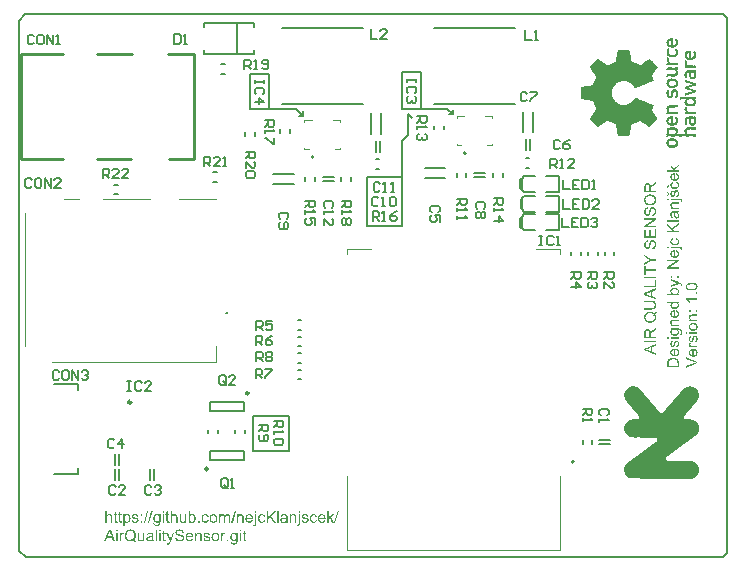
<source format=gto>
G04*
G04 #@! TF.GenerationSoftware,Altium Limited,Altium Designer,20.2.4 (192)*
G04*
G04 Layer_Color=65535*
%FSLAX25Y25*%
%MOIN*%
G70*
G04*
G04 #@! TF.SameCoordinates,E48B743E-56E7-44FA-BC68-CEDDD1A44BF1*
G04*
G04*
G04 #@! TF.FilePolarity,Positive*
G04*
G01*
G75*
%ADD10C,0.00984*%
%ADD11C,0.01000*%
%ADD12C,0.00787*%
%ADD13C,0.00500*%
%ADD14C,0.00600*%
%ADD15C,0.00394*%
G36*
X218160Y170856D02*
X218193D01*
Y170823D01*
X218225D01*
Y170791D01*
X218258D01*
Y170823D01*
X218290D01*
Y170856D01*
X218322D01*
Y170823D01*
X218355D01*
Y170791D01*
X218387D01*
Y170856D01*
X218452D01*
Y170888D01*
X218485D01*
Y170856D01*
X218517D01*
Y170888D01*
X218550D01*
Y170856D01*
X218582D01*
Y170888D01*
X218615D01*
Y170921D01*
X218647D01*
Y170953D01*
X218679D01*
Y170921D01*
X218712D01*
Y170953D01*
X218744D01*
Y170986D01*
X218777D01*
Y171018D01*
X218809D01*
Y171051D01*
X218842D01*
Y171083D01*
X218874D01*
Y171051D01*
X218906D01*
Y171083D01*
X218874D01*
Y171115D01*
X218906D01*
Y171148D01*
X218939D01*
Y171180D01*
X218906D01*
Y171213D01*
X218939D01*
Y171180D01*
X218971D01*
Y171213D01*
X218939D01*
Y171245D01*
X218971D01*
Y171278D01*
X219004D01*
Y171310D01*
X219036D01*
Y171407D01*
X219069D01*
Y171440D01*
X219036D01*
Y171472D01*
X219069D01*
Y171505D01*
X219036D01*
Y171537D01*
X219069D01*
Y171505D01*
X219101D01*
Y171537D01*
X219069D01*
Y171570D01*
X219036D01*
Y171602D01*
X219069D01*
Y171570D01*
X219101D01*
Y171602D01*
X219069D01*
Y171634D01*
X219101D01*
Y171667D01*
X219069D01*
Y171699D01*
X219036D01*
Y171732D01*
X219069D01*
Y171699D01*
X219101D01*
Y171732D01*
X219069D01*
Y171764D01*
X219101D01*
Y171797D01*
X219069D01*
Y171829D01*
X219036D01*
Y171862D01*
X219069D01*
Y171829D01*
X219101D01*
Y171862D01*
X219069D01*
Y171894D01*
X219036D01*
Y171926D01*
X219069D01*
Y171894D01*
X219101D01*
Y171926D01*
X219069D01*
Y171959D01*
X219036D01*
Y171991D01*
X219069D01*
Y172024D01*
X219036D01*
Y172056D01*
X219004D01*
Y172089D01*
X219036D01*
Y172121D01*
X219004D01*
Y172154D01*
X218971D01*
Y172251D01*
X218939D01*
Y172283D01*
X218906D01*
Y172381D01*
X218874D01*
Y172413D01*
X218842D01*
Y172446D01*
X218809D01*
Y172478D01*
X218777D01*
Y172510D01*
X218744D01*
Y172543D01*
X218777D01*
Y172575D01*
X218744D01*
Y172608D01*
X218777D01*
Y172640D01*
X218809D01*
Y172673D01*
X218842D01*
Y172705D01*
X218874D01*
Y172738D01*
X218906D01*
Y172835D01*
X218939D01*
Y172802D01*
X218971D01*
Y172900D01*
X219004D01*
Y172867D01*
X219036D01*
Y172965D01*
X219069D01*
Y172932D01*
X219101D01*
Y172965D01*
X219069D01*
Y172997D01*
X219101D01*
Y173029D01*
X219134D01*
Y172997D01*
X219166D01*
Y173029D01*
X219134D01*
Y173062D01*
X219166D01*
Y173094D01*
X219198D01*
Y173062D01*
X219231D01*
Y173094D01*
X219263D01*
Y172997D01*
X219296D01*
Y172965D01*
X219328D01*
Y172932D01*
X219361D01*
Y172900D01*
X219393D01*
Y172867D01*
X219426D01*
Y172835D01*
X219458D01*
Y172802D01*
X219491D01*
Y172770D01*
X219523D01*
Y172738D01*
X219555D01*
Y172705D01*
X219588D01*
Y172673D01*
X219555D01*
Y172705D01*
X219523D01*
Y172673D01*
X219555D01*
Y172640D01*
X219588D01*
Y172608D01*
X219620D01*
Y172575D01*
X219653D01*
Y172543D01*
X219620D01*
Y172575D01*
X219588D01*
Y172543D01*
X219620D01*
Y172510D01*
X219653D01*
Y172478D01*
X219685D01*
Y172446D01*
X219718D01*
Y172413D01*
X219685D01*
Y172446D01*
X219653D01*
Y172413D01*
X219685D01*
Y172381D01*
X219718D01*
Y172283D01*
X219750D01*
Y172251D01*
X219718D01*
Y172219D01*
X219750D01*
Y172186D01*
X219782D01*
Y172154D01*
X219750D01*
Y172186D01*
X219718D01*
Y172154D01*
X219750D01*
Y172121D01*
X219782D01*
Y171959D01*
X219815D01*
Y171926D01*
X219782D01*
Y171894D01*
X219815D01*
Y171862D01*
X219847D01*
Y171829D01*
X219815D01*
Y171862D01*
X219782D01*
Y171829D01*
X219815D01*
Y171797D01*
X219847D01*
Y171764D01*
X219815D01*
Y171797D01*
X219782D01*
Y171764D01*
X219815D01*
Y171732D01*
X219847D01*
Y171699D01*
X219815D01*
Y171732D01*
X219782D01*
Y171699D01*
X219815D01*
Y171667D01*
X219847D01*
Y171634D01*
X219815D01*
Y171667D01*
X219782D01*
Y171634D01*
X219815D01*
Y171602D01*
X219847D01*
Y171570D01*
X219815D01*
Y171602D01*
X219782D01*
Y171570D01*
X219815D01*
Y171537D01*
X219782D01*
Y171375D01*
X219750D01*
Y171343D01*
X219782D01*
Y171310D01*
X219750D01*
Y171278D01*
X219782D01*
Y171245D01*
X219750D01*
Y171278D01*
X219718D01*
Y171245D01*
X219750D01*
Y171213D01*
X219718D01*
Y171180D01*
X219750D01*
Y171148D01*
X219718D01*
Y171051D01*
X219685D01*
Y171083D01*
X219653D01*
Y171051D01*
X219685D01*
Y171018D01*
X219653D01*
Y170986D01*
X219620D01*
Y170888D01*
X219588D01*
Y170791D01*
X219555D01*
Y170823D01*
X219523D01*
Y170791D01*
X219555D01*
Y170758D01*
X219523D01*
Y170726D01*
X219491D01*
Y170694D01*
X219458D01*
Y170596D01*
X219426D01*
Y170629D01*
X219393D01*
Y170531D01*
X219361D01*
Y170564D01*
X219328D01*
Y170466D01*
X219296D01*
Y170499D01*
X219263D01*
Y170466D01*
X219231D01*
Y170434D01*
X219198D01*
Y170402D01*
X219166D01*
Y170434D01*
X219134D01*
Y170402D01*
X219166D01*
Y170369D01*
X219134D01*
Y170337D01*
X219101D01*
Y170369D01*
X219069D01*
Y170337D01*
X219101D01*
Y170304D01*
X219069D01*
Y170272D01*
X219036D01*
Y170304D01*
X219004D01*
Y170272D01*
X218906D01*
Y170239D01*
X218874D01*
Y170207D01*
X218842D01*
Y170239D01*
X218809D01*
Y170207D01*
X218777D01*
Y170175D01*
X218679D01*
Y170142D01*
X218647D01*
Y170175D01*
X218615D01*
Y170142D01*
X218582D01*
Y170110D01*
X218550D01*
Y170142D01*
X218517D01*
Y170110D01*
X218485D01*
Y170077D01*
X218452D01*
Y170110D01*
X218420D01*
Y170077D01*
X218387D01*
Y170110D01*
X218355D01*
Y170077D01*
X218322D01*
Y170110D01*
X218290D01*
Y170077D01*
X218258D01*
Y170110D01*
X218225D01*
Y170077D01*
X218193D01*
Y170110D01*
X218160D01*
Y170077D01*
X218063D01*
Y170045D01*
X218031D01*
Y170077D01*
X217933D01*
Y170045D01*
X217901D01*
Y170012D01*
X217868D01*
Y170045D01*
X217836D01*
Y170077D01*
X217803D01*
Y170045D01*
X217771D01*
Y170077D01*
X217674D01*
Y170045D01*
X217641D01*
Y170077D01*
X217544D01*
Y170110D01*
X217511D01*
Y170077D01*
X217479D01*
Y170110D01*
X217446D01*
Y170077D01*
X217414D01*
Y170110D01*
X217382D01*
Y170077D01*
X217349D01*
Y170110D01*
X217317D01*
Y170077D01*
X217284D01*
Y170110D01*
X217252D01*
Y170142D01*
X217219D01*
Y170175D01*
X217187D01*
Y170142D01*
X217219D01*
Y170110D01*
X217187D01*
Y170142D01*
X217155D01*
Y170175D01*
X217122D01*
Y170142D01*
X217090D01*
Y170175D01*
X217057D01*
Y170142D01*
X217025D01*
Y170175D01*
X216992D01*
Y170142D01*
X216960D01*
Y170239D01*
X216927D01*
Y170207D01*
X216895D01*
Y170239D01*
X216863D01*
Y170207D01*
X216830D01*
Y170239D01*
X216798D01*
Y170272D01*
X216765D01*
Y170304D01*
X216733D01*
Y170272D01*
X216700D01*
Y170304D01*
X216668D01*
Y170337D01*
X216635D01*
Y170369D01*
X216603D01*
Y170337D01*
X216570D01*
Y170434D01*
X216538D01*
Y170402D01*
X216506D01*
Y170434D01*
X216473D01*
Y170466D01*
X216441D01*
Y170499D01*
X216408D01*
Y170531D01*
X216376D01*
Y170564D01*
X216343D01*
Y170596D01*
X216311D01*
Y170629D01*
X216279D01*
Y170661D01*
X216246D01*
Y170694D01*
X216214D01*
Y170726D01*
X216181D01*
Y170758D01*
X216149D01*
Y170791D01*
X216116D01*
Y170823D01*
X216149D01*
Y170791D01*
X216181D01*
Y170823D01*
X216149D01*
Y170856D01*
X216116D01*
Y170888D01*
X216084D01*
Y170921D01*
X216051D01*
Y171018D01*
X216019D01*
Y171051D01*
X215986D01*
Y171083D01*
X216019D01*
Y171051D01*
X216051D01*
Y171083D01*
X216019D01*
Y171115D01*
X215986D01*
Y171213D01*
X215954D01*
Y171245D01*
X215986D01*
Y171278D01*
X215954D01*
Y171310D01*
X215922D01*
Y171343D01*
X215954D01*
Y171375D01*
X215922D01*
Y171407D01*
X215954D01*
Y171440D01*
X215922D01*
Y171472D01*
X215954D01*
Y171505D01*
X215922D01*
Y171537D01*
X215954D01*
Y171570D01*
X215922D01*
Y171667D01*
X215954D01*
Y171699D01*
X215922D01*
Y171732D01*
X215954D01*
Y171764D01*
X215922D01*
Y171797D01*
X215954D01*
Y171764D01*
X215986D01*
Y171797D01*
X215954D01*
Y171829D01*
X215922D01*
Y171862D01*
X215954D01*
Y171894D01*
X215922D01*
Y171926D01*
X215954D01*
Y171894D01*
X215986D01*
Y171926D01*
X215954D01*
Y171959D01*
X215922D01*
Y171991D01*
X215954D01*
Y171959D01*
X215986D01*
Y171991D01*
X215954D01*
Y172024D01*
X215986D01*
Y172121D01*
X216019D01*
Y172154D01*
X215986D01*
Y172186D01*
X216019D01*
Y172154D01*
X216051D01*
Y172186D01*
X216019D01*
Y172219D01*
X216051D01*
Y172316D01*
X216084D01*
Y172283D01*
X216116D01*
Y172316D01*
X216084D01*
Y172348D01*
X216116D01*
Y172381D01*
X216149D01*
Y172413D01*
X216116D01*
Y172446D01*
X216149D01*
Y172478D01*
X216181D01*
Y172510D01*
X216214D01*
Y172543D01*
X216246D01*
Y172640D01*
X216279D01*
Y172608D01*
X216311D01*
Y172705D01*
X216343D01*
Y172673D01*
X216376D01*
Y172705D01*
X216343D01*
Y172738D01*
X216376D01*
Y172770D01*
X216408D01*
Y172738D01*
X216441D01*
Y172835D01*
X216473D01*
Y172802D01*
X216506D01*
Y172900D01*
X216538D01*
Y172867D01*
X216570D01*
Y172900D01*
X216603D01*
Y172932D01*
X216635D01*
Y172965D01*
X216668D01*
Y172932D01*
X216700D01*
Y172965D01*
X216733D01*
Y172997D01*
X216765D01*
Y173029D01*
X216798D01*
Y172997D01*
X216830D01*
Y173094D01*
X216863D01*
Y173062D01*
X216895D01*
Y173094D01*
X216927D01*
Y173062D01*
X216960D01*
Y173094D01*
X216992D01*
Y173062D01*
X217025D01*
Y173094D01*
X217057D01*
Y173127D01*
X217090D01*
Y173159D01*
X217122D01*
Y173127D01*
X217155D01*
Y173159D01*
X217187D01*
Y173127D01*
X217219D01*
Y173159D01*
X217252D01*
Y173127D01*
X217284D01*
Y173159D01*
X217252D01*
Y173192D01*
X217284D01*
Y173159D01*
X217317D01*
Y173127D01*
X217349D01*
Y173159D01*
X217317D01*
Y173192D01*
X218160D01*
Y170856D01*
D02*
G37*
G36*
X219328Y172997D02*
X219296D01*
Y173029D01*
X219328D01*
Y172997D01*
D02*
G37*
G36*
X219393Y172932D02*
X219361D01*
Y172965D01*
X219393D01*
Y172932D01*
D02*
G37*
G36*
X219458Y172867D02*
X219426D01*
Y172900D01*
X219458D01*
Y172867D01*
D02*
G37*
G36*
X219523Y172802D02*
X219491D01*
Y172835D01*
X219523D01*
Y172802D01*
D02*
G37*
G36*
X219718Y172478D02*
X219685D01*
Y172510D01*
X219718D01*
Y172478D01*
D02*
G37*
G36*
X218939Y172219D02*
X218906D01*
Y172251D01*
X218939D01*
Y172219D01*
D02*
G37*
G36*
X216343Y170531D02*
X216311D01*
Y170564D01*
X216343D01*
Y170531D01*
D02*
G37*
G36*
X218031Y170012D02*
X217998D01*
Y170045D01*
X218031D01*
Y170012D01*
D02*
G37*
G36*
X217771D02*
X217739D01*
Y170045D01*
X217771D01*
Y170012D01*
D02*
G37*
G36*
X219198Y169818D02*
X219231D01*
Y169785D01*
X219263D01*
Y169753D01*
X219296D01*
Y169720D01*
X219328D01*
Y169688D01*
X219361D01*
Y169655D01*
X219393D01*
Y169558D01*
X219426D01*
Y169590D01*
X219458D01*
Y169493D01*
X219491D01*
Y169461D01*
X219523D01*
Y169363D01*
X219555D01*
Y169331D01*
X219588D01*
Y169299D01*
X219620D01*
Y169266D01*
X219653D01*
Y169234D01*
X219620D01*
Y169201D01*
X219653D01*
Y169169D01*
X219685D01*
Y169136D01*
X219718D01*
Y169104D01*
X219685D01*
Y169136D01*
X219653D01*
Y169104D01*
X219685D01*
Y169071D01*
X219718D01*
Y169039D01*
X219750D01*
Y169007D01*
X219718D01*
Y168974D01*
X219750D01*
Y168942D01*
X219782D01*
Y168909D01*
X219750D01*
Y168942D01*
X219718D01*
Y168909D01*
X219750D01*
Y168877D01*
X219782D01*
Y168714D01*
X219815D01*
Y168682D01*
X219782D01*
Y168650D01*
X219815D01*
Y168617D01*
X219847D01*
Y168585D01*
X219815D01*
Y168617D01*
X219782D01*
Y168585D01*
X219815D01*
Y168552D01*
X219847D01*
Y168520D01*
X219815D01*
Y168552D01*
X219782D01*
Y168520D01*
X219815D01*
Y168487D01*
X219847D01*
Y168455D01*
X219815D01*
Y168487D01*
X219782D01*
Y168455D01*
X219815D01*
Y168422D01*
X219847D01*
Y168390D01*
X219815D01*
Y168422D01*
X219782D01*
Y168390D01*
X219815D01*
Y168358D01*
X219847D01*
Y168325D01*
X219815D01*
Y168358D01*
X219782D01*
Y168325D01*
X219815D01*
Y168293D01*
X219782D01*
Y168131D01*
X219750D01*
Y168098D01*
X219782D01*
Y168066D01*
X219750D01*
Y168033D01*
X219782D01*
Y168001D01*
X219750D01*
Y168033D01*
X219718D01*
Y168001D01*
X219750D01*
Y167968D01*
X219718D01*
Y167871D01*
X219685D01*
Y167839D01*
X219718D01*
Y167806D01*
X219685D01*
Y167839D01*
X219653D01*
Y167806D01*
X219685D01*
Y167774D01*
X219653D01*
Y167741D01*
X219620D01*
Y167644D01*
X219588D01*
Y167546D01*
X219555D01*
Y167579D01*
X219523D01*
Y167546D01*
X219555D01*
Y167514D01*
X219523D01*
Y167482D01*
X219491D01*
Y167449D01*
X219458D01*
Y167417D01*
X219426D01*
Y167384D01*
X219393D01*
Y167352D01*
X219361D01*
Y167319D01*
X219328D01*
Y167222D01*
X219296D01*
Y167254D01*
X219263D01*
Y167222D01*
X219231D01*
Y167190D01*
X219198D01*
Y167157D01*
X219166D01*
Y167125D01*
X219134D01*
Y167092D01*
X219101D01*
Y167125D01*
X219069D01*
Y167092D01*
X219101D01*
Y167060D01*
X219069D01*
Y167027D01*
X219036D01*
Y167060D01*
X219004D01*
Y167027D01*
X218971D01*
Y166995D01*
X218939D01*
Y166963D01*
X218906D01*
Y166995D01*
X218874D01*
Y166963D01*
X218842D01*
Y166930D01*
X218809D01*
Y166898D01*
X218777D01*
Y166930D01*
X218744D01*
Y166898D01*
X218647D01*
Y166930D01*
X218615D01*
Y166898D01*
X218647D01*
Y166865D01*
X218615D01*
Y166833D01*
X218582D01*
Y166865D01*
X218550D01*
Y166833D01*
X218517D01*
Y166865D01*
X218485D01*
Y166833D01*
X218452D01*
Y166865D01*
X218420D01*
Y166833D01*
X218452D01*
Y166800D01*
X218420D01*
Y166768D01*
X218387D01*
Y166800D01*
X218290D01*
Y166768D01*
X218258D01*
Y166800D01*
X218225D01*
Y166768D01*
X218193D01*
Y166800D01*
X218160D01*
Y166768D01*
X218128D01*
Y166800D01*
X218095D01*
Y166768D01*
X218063D01*
Y166800D01*
X218031D01*
Y166768D01*
X217998D01*
Y166800D01*
X217966D01*
Y166768D01*
X217868D01*
Y166800D01*
X217836D01*
Y166768D01*
X217803D01*
Y166800D01*
X217771D01*
Y166768D01*
X217739D01*
Y166800D01*
X217706D01*
Y166768D01*
X217674D01*
Y166800D01*
X217641D01*
Y166768D01*
X217609D01*
Y166800D01*
X217576D01*
Y166768D01*
X217544D01*
Y166800D01*
X217511D01*
Y166768D01*
X217479D01*
Y166800D01*
X217446D01*
Y166768D01*
X217414D01*
Y166800D01*
X217382D01*
Y166768D01*
X217349D01*
Y166800D01*
X217317D01*
Y166833D01*
X217284D01*
Y166865D01*
X217252D01*
Y166833D01*
X217219D01*
Y166865D01*
X217187D01*
Y166833D01*
X217155D01*
Y166865D01*
X217122D01*
Y166898D01*
X217090D01*
Y166930D01*
X217057D01*
Y166898D01*
X217090D01*
Y166865D01*
X217122D01*
Y166833D01*
X217090D01*
Y166865D01*
X217057D01*
Y166898D01*
X217025D01*
Y166930D01*
X216992D01*
Y166898D01*
X216960D01*
Y166930D01*
X216927D01*
Y166963D01*
X216895D01*
Y166995D01*
X216863D01*
Y166963D01*
X216895D01*
Y166930D01*
X216863D01*
Y166963D01*
X216830D01*
Y166995D01*
X216798D01*
Y166963D01*
X216765D01*
Y167060D01*
X216733D01*
Y167027D01*
X216700D01*
Y167060D01*
X216668D01*
Y167092D01*
X216635D01*
Y167125D01*
X216603D01*
Y167092D01*
X216570D01*
Y167125D01*
X216538D01*
Y167157D01*
X216506D01*
Y167190D01*
X216473D01*
Y167222D01*
X216441D01*
Y167254D01*
X216408D01*
Y167287D01*
X216376D01*
Y167319D01*
X216343D01*
Y167352D01*
X216311D01*
Y167384D01*
X216279D01*
Y167417D01*
X216246D01*
Y167449D01*
X216214D01*
Y167482D01*
X216181D01*
Y167514D01*
X216214D01*
Y167482D01*
X216246D01*
Y167514D01*
X216214D01*
Y167546D01*
X216181D01*
Y167579D01*
X216149D01*
Y167611D01*
X216116D01*
Y167709D01*
X216084D01*
Y167741D01*
X216051D01*
Y167839D01*
X216019D01*
Y167871D01*
X215986D01*
Y167903D01*
X216019D01*
Y167871D01*
X216051D01*
Y167903D01*
X216019D01*
Y167936D01*
X215986D01*
Y167968D01*
X216019D01*
Y168001D01*
X215986D01*
Y168098D01*
X215954D01*
Y168131D01*
X215922D01*
Y168163D01*
X215954D01*
Y168131D01*
X215986D01*
Y168163D01*
X215954D01*
Y168195D01*
X215922D01*
Y168228D01*
X215954D01*
Y168260D01*
X215922D01*
Y168293D01*
X215954D01*
Y168325D01*
X215922D01*
Y168422D01*
X215954D01*
Y168455D01*
X215922D01*
Y168552D01*
X215954D01*
Y168585D01*
X215922D01*
Y168682D01*
X215954D01*
Y168714D01*
X215922D01*
Y168747D01*
X215954D01*
Y168779D01*
X215922D01*
Y168812D01*
X215954D01*
Y168779D01*
X215986D01*
Y168812D01*
X215954D01*
Y168844D01*
X215922D01*
Y168877D01*
X215954D01*
Y168844D01*
X215986D01*
Y168877D01*
X215954D01*
Y168909D01*
X215986D01*
Y169007D01*
X216019D01*
Y168974D01*
X216051D01*
Y169007D01*
X216019D01*
Y169039D01*
X215986D01*
Y169071D01*
X216019D01*
Y169039D01*
X216051D01*
Y169071D01*
X216019D01*
Y169104D01*
X216051D01*
Y169201D01*
X216084D01*
Y169169D01*
X216116D01*
Y169201D01*
X216084D01*
Y169234D01*
X216116D01*
Y169266D01*
X216149D01*
Y169299D01*
X216116D01*
Y169331D01*
X216149D01*
Y169363D01*
X216181D01*
Y169396D01*
X216214D01*
Y169428D01*
X216246D01*
Y169526D01*
X216279D01*
Y169493D01*
X216311D01*
Y169526D01*
X216279D01*
Y169558D01*
X216311D01*
Y169590D01*
X216343D01*
Y169623D01*
X216376D01*
Y169655D01*
X216408D01*
Y169688D01*
X216441D01*
Y169720D01*
X216473D01*
Y169753D01*
X216506D01*
Y169785D01*
X216538D01*
Y169818D01*
X216570D01*
Y169850D01*
X216603D01*
Y169818D01*
X216635D01*
Y169785D01*
X216668D01*
Y169753D01*
X216700D01*
Y169720D01*
X216733D01*
Y169688D01*
X216765D01*
Y169655D01*
X216798D01*
Y169558D01*
X216830D01*
Y169590D01*
X216863D01*
Y169493D01*
X216895D01*
Y169526D01*
X216927D01*
Y169428D01*
X216960D01*
Y169396D01*
X216992D01*
Y169363D01*
X217025D01*
Y169331D01*
X217057D01*
Y169234D01*
X217025D01*
Y169201D01*
X216992D01*
Y169169D01*
X216927D01*
Y169104D01*
X216895D01*
Y169071D01*
X216863D01*
Y169039D01*
X216830D01*
Y169007D01*
X216798D01*
Y168909D01*
X216765D01*
Y168942D01*
X216733D01*
Y168909D01*
X216765D01*
Y168877D01*
X216733D01*
Y168844D01*
X216765D01*
Y168812D01*
X216733D01*
Y168714D01*
X216700D01*
Y168747D01*
X216668D01*
Y168714D01*
X216700D01*
Y168682D01*
X216733D01*
Y168650D01*
X216700D01*
Y168682D01*
X216668D01*
Y168650D01*
X216700D01*
Y168617D01*
X216733D01*
Y168585D01*
X216700D01*
Y168617D01*
X216668D01*
Y168585D01*
X216700D01*
Y168552D01*
X216733D01*
Y168520D01*
X216700D01*
Y168552D01*
X216668D01*
Y168520D01*
X216700D01*
Y168487D01*
X216733D01*
Y168455D01*
X216700D01*
Y168487D01*
X216668D01*
Y168455D01*
X216700D01*
Y168422D01*
X216733D01*
Y168390D01*
X216700D01*
Y168422D01*
X216668D01*
Y168390D01*
X216700D01*
Y168358D01*
X216733D01*
Y168325D01*
X216700D01*
Y168358D01*
X216668D01*
Y168325D01*
X216700D01*
Y168293D01*
X216733D01*
Y168260D01*
X216700D01*
Y168228D01*
X216733D01*
Y168131D01*
X216765D01*
Y168098D01*
X216733D01*
Y168066D01*
X216765D01*
Y168033D01*
X216798D01*
Y168001D01*
X216830D01*
Y167968D01*
X216863D01*
Y167936D01*
X216830D01*
Y167968D01*
X216798D01*
Y167936D01*
X216830D01*
Y167903D01*
X216863D01*
Y167871D01*
X216895D01*
Y167839D01*
X216927D01*
Y167806D01*
X216960D01*
Y167774D01*
X216992D01*
Y167741D01*
X217025D01*
Y167709D01*
X217057D01*
Y167676D01*
X217090D01*
Y167709D01*
X217122D01*
Y167676D01*
X217155D01*
Y167644D01*
X217187D01*
Y167611D01*
X217219D01*
Y167644D01*
X217187D01*
Y167676D01*
X217219D01*
Y167644D01*
X217252D01*
Y167611D01*
X217284D01*
Y167579D01*
X217317D01*
Y167546D01*
X217349D01*
Y167579D01*
X217317D01*
Y167611D01*
X217284D01*
Y167644D01*
X217317D01*
Y167611D01*
X217349D01*
Y167579D01*
X217446D01*
Y167546D01*
X217479D01*
Y167579D01*
X217511D01*
Y167546D01*
X217544D01*
Y167579D01*
X217576D01*
Y167546D01*
X217609D01*
Y167514D01*
X217641D01*
Y167546D01*
X217609D01*
Y167579D01*
X217641D01*
Y167546D01*
X217674D01*
Y167514D01*
X217706D01*
Y167546D01*
X217739D01*
Y167514D01*
X217771D01*
Y167546D01*
X217739D01*
Y167579D01*
X217771D01*
Y167546D01*
X217803D01*
Y167514D01*
X217836D01*
Y167546D01*
X217868D01*
Y167514D01*
X217901D01*
Y167546D01*
X217933D01*
Y167514D01*
X217966D01*
Y167546D01*
X217998D01*
Y167514D01*
X218031D01*
Y167546D01*
X217998D01*
Y167579D01*
X218031D01*
Y167546D01*
X218128D01*
Y167579D01*
X218160D01*
Y167546D01*
X218193D01*
Y167579D01*
X218225D01*
Y167546D01*
X218258D01*
Y167579D01*
X218290D01*
Y167546D01*
X218322D01*
Y167579D01*
X218355D01*
Y167546D01*
X218387D01*
Y167644D01*
X218420D01*
Y167611D01*
X218452D01*
Y167644D01*
X218485D01*
Y167611D01*
X218517D01*
Y167644D01*
X218550D01*
Y167611D01*
X218582D01*
Y167644D01*
X218550D01*
Y167676D01*
X218582D01*
Y167709D01*
X218615D01*
Y167676D01*
X218647D01*
Y167709D01*
X218679D01*
Y167741D01*
X218712D01*
Y167774D01*
X218744D01*
Y167741D01*
X218777D01*
Y167774D01*
X218744D01*
Y167806D01*
X218777D01*
Y167839D01*
X218809D01*
Y167871D01*
X218842D01*
Y167903D01*
X218874D01*
Y167936D01*
X218906D01*
Y168033D01*
X218939D01*
Y168001D01*
X218971D01*
Y168033D01*
X218939D01*
Y168066D01*
X218971D01*
Y168098D01*
X219004D01*
Y168131D01*
X218971D01*
Y168163D01*
X219004D01*
Y168195D01*
X219036D01*
Y168228D01*
X219004D01*
Y168260D01*
X219036D01*
Y168293D01*
X219004D01*
Y168325D01*
X219036D01*
Y168422D01*
X219069D01*
Y168455D01*
X219036D01*
Y168552D01*
X219069D01*
Y168585D01*
X219036D01*
Y168682D01*
X219004D01*
Y168714D01*
X219036D01*
Y168747D01*
X219004D01*
Y168779D01*
X218971D01*
Y168812D01*
X219004D01*
Y168779D01*
X219036D01*
Y168812D01*
X219004D01*
Y168844D01*
X218971D01*
Y168877D01*
X218939D01*
Y168909D01*
X218906D01*
Y168942D01*
X218939D01*
Y168909D01*
X218971D01*
Y168942D01*
X218939D01*
Y168974D01*
X218906D01*
Y169007D01*
X218874D01*
Y169039D01*
X218842D01*
Y169136D01*
X218809D01*
Y169169D01*
X218777D01*
Y169201D01*
X218744D01*
Y169234D01*
X218712D01*
Y169266D01*
X218679D01*
Y169299D01*
X218647D01*
Y169331D01*
X218679D01*
Y169299D01*
X218712D01*
Y169331D01*
X218679D01*
Y169363D01*
X218712D01*
Y169396D01*
X218744D01*
Y169363D01*
X218777D01*
Y169396D01*
X218744D01*
Y169428D01*
X218777D01*
Y169461D01*
X218809D01*
Y169428D01*
X218842D01*
Y169461D01*
X218809D01*
Y169493D01*
X218842D01*
Y169526D01*
X218874D01*
Y169493D01*
X218906D01*
Y169526D01*
X218874D01*
Y169558D01*
X218906D01*
Y169590D01*
X218939D01*
Y169623D01*
X218971D01*
Y169655D01*
X219004D01*
Y169688D01*
X219036D01*
Y169720D01*
X219069D01*
Y169753D01*
X219101D01*
Y169785D01*
X219134D01*
Y169818D01*
X219166D01*
Y169850D01*
X219198D01*
Y169818D01*
D02*
G37*
G36*
X219588Y169363D02*
X219555D01*
Y169396D01*
X219588D01*
Y169363D01*
D02*
G37*
G36*
X218679Y169234D02*
X218647D01*
Y169266D01*
X218679D01*
Y169234D01*
D02*
G37*
G36*
X218744Y169169D02*
X218712D01*
Y169201D01*
X218744D01*
Y169169D01*
D02*
G37*
G36*
X218809Y169104D02*
X218777D01*
Y169136D01*
X218809D01*
Y169104D01*
D02*
G37*
G36*
X203496D02*
X203560D01*
Y169039D01*
X203593D01*
Y169071D01*
X203625D01*
Y168974D01*
X203658D01*
Y168942D01*
X203690D01*
Y168909D01*
X203658D01*
Y168942D01*
X203625D01*
Y168909D01*
X203658D01*
Y168877D01*
X203690D01*
Y168844D01*
X203658D01*
Y168812D01*
X203690D01*
Y168714D01*
X203723D01*
Y168682D01*
X203690D01*
Y168650D01*
X203723D01*
Y168617D01*
X203755D01*
Y168585D01*
X203723D01*
Y168617D01*
X203690D01*
Y168585D01*
X203723D01*
Y168552D01*
X203755D01*
Y168520D01*
X203723D01*
Y168487D01*
X203755D01*
Y168455D01*
X203723D01*
Y168422D01*
X203755D01*
Y168390D01*
X203787D01*
Y168358D01*
X203755D01*
Y168325D01*
X203787D01*
Y168293D01*
X203820D01*
Y168260D01*
X203787D01*
Y168293D01*
X203755D01*
Y168260D01*
X203787D01*
Y168228D01*
X203820D01*
Y168195D01*
X203787D01*
Y168163D01*
X203820D01*
Y168131D01*
X203787D01*
Y168163D01*
X203755D01*
Y168131D01*
X203787D01*
Y168098D01*
X203820D01*
Y167936D01*
X203852D01*
Y167903D01*
X203885D01*
Y167871D01*
X203852D01*
Y167903D01*
X203820D01*
Y167871D01*
X203852D01*
Y167839D01*
X203885D01*
Y167806D01*
X203852D01*
Y167839D01*
X203820D01*
Y167806D01*
X203852D01*
Y167774D01*
X203885D01*
Y167611D01*
X203917D01*
Y167579D01*
X203950D01*
Y167546D01*
X203917D01*
Y167579D01*
X203885D01*
Y167546D01*
X203917D01*
Y167514D01*
X203950D01*
Y167482D01*
X203917D01*
Y167514D01*
X203885D01*
Y167482D01*
X203917D01*
Y167449D01*
X203950D01*
Y167417D01*
X203917D01*
Y167384D01*
X203950D01*
Y167287D01*
X203982D01*
Y167254D01*
X203950D01*
Y167222D01*
X203982D01*
Y167190D01*
X204015D01*
Y167157D01*
X203982D01*
Y167190D01*
X203950D01*
Y167157D01*
X203982D01*
Y167125D01*
X204015D01*
Y167092D01*
X203982D01*
Y167060D01*
X204015D01*
Y166963D01*
X204047D01*
Y166930D01*
X204015D01*
Y166898D01*
X204047D01*
Y166865D01*
X204080D01*
Y166833D01*
X204047D01*
Y166865D01*
X204015D01*
Y166833D01*
X204047D01*
Y166800D01*
X204080D01*
Y166768D01*
X204047D01*
Y166800D01*
X204015D01*
Y166768D01*
X204047D01*
Y166735D01*
X204080D01*
Y166703D01*
X204047D01*
Y166671D01*
X204080D01*
Y166573D01*
X204112D01*
Y166541D01*
X204144D01*
Y166508D01*
X204112D01*
Y166541D01*
X204080D01*
Y166508D01*
X204112D01*
Y166476D01*
X204144D01*
Y166443D01*
X204112D01*
Y166411D01*
X204144D01*
Y166378D01*
X204112D01*
Y166411D01*
X204080D01*
Y166378D01*
X204112D01*
Y166346D01*
X204144D01*
Y166314D01*
X204177D01*
Y166281D01*
X204144D01*
Y166249D01*
X204177D01*
Y166216D01*
X204144D01*
Y166184D01*
X204177D01*
Y166151D01*
X204144D01*
Y166119D01*
X204177D01*
Y166086D01*
X204209D01*
Y166054D01*
X204177D01*
Y166086D01*
X204144D01*
Y166054D01*
X204177D01*
Y166022D01*
X204209D01*
Y165859D01*
X204242D01*
Y165827D01*
X204274D01*
Y165795D01*
X204242D01*
Y165827D01*
X204209D01*
Y165795D01*
X204242D01*
Y165762D01*
X204274D01*
Y165730D01*
X204242D01*
Y165762D01*
X204209D01*
Y165730D01*
X204242D01*
Y165697D01*
X204274D01*
Y165535D01*
X204307D01*
Y165503D01*
X204339D01*
Y165470D01*
X204372D01*
Y165438D01*
X204404D01*
Y165405D01*
X204436D01*
Y165373D01*
X204469D01*
Y165340D01*
X204501D01*
Y165373D01*
X204534D01*
Y165340D01*
X204566D01*
Y165308D01*
X204599D01*
Y165275D01*
X204631D01*
Y165308D01*
X204663D01*
Y165275D01*
X204696D01*
Y165243D01*
X204728D01*
Y165210D01*
X204761D01*
Y165243D01*
X204793D01*
Y165210D01*
X204826D01*
Y165243D01*
X204858D01*
Y165210D01*
X204891D01*
Y165178D01*
X204923D01*
Y165146D01*
X204956D01*
Y165178D01*
X204988D01*
Y165146D01*
X205085D01*
Y165113D01*
X205118D01*
Y165081D01*
X205150D01*
Y165113D01*
X205183D01*
Y165081D01*
X205215D01*
Y165048D01*
X205247D01*
Y165016D01*
X205280D01*
Y165048D01*
X205312D01*
Y165016D01*
X205345D01*
Y164983D01*
X205377D01*
Y164951D01*
X205410D01*
Y164983D01*
X205442D01*
Y164951D01*
X205475D01*
Y164983D01*
X205507D01*
Y164951D01*
X205539D01*
Y164918D01*
X205572D01*
Y164886D01*
X205604D01*
Y164918D01*
X205637D01*
Y164886D01*
X205734D01*
Y164854D01*
X205767D01*
Y164821D01*
X205799D01*
Y164854D01*
X205832D01*
Y164821D01*
X205864D01*
Y164789D01*
X205896D01*
Y164756D01*
X205929D01*
Y164789D01*
X205961D01*
Y164756D01*
X205994D01*
Y164724D01*
X206026D01*
Y164691D01*
X206059D01*
Y164724D01*
X206091D01*
Y164691D01*
X206123D01*
Y164724D01*
X206156D01*
Y164691D01*
X206188D01*
Y164659D01*
X206221D01*
Y164627D01*
X206253D01*
Y164659D01*
X206286D01*
Y164627D01*
X206318D01*
Y164594D01*
X206351D01*
Y164627D01*
X206383D01*
Y164594D01*
X206416D01*
Y164562D01*
X206448D01*
Y164594D01*
X206480D01*
Y164562D01*
X206513D01*
Y164529D01*
X206545D01*
Y164497D01*
X206578D01*
Y164529D01*
X206610D01*
Y164497D01*
X206643D01*
Y164464D01*
X206675D01*
Y164432D01*
X206708D01*
Y164464D01*
X206740D01*
Y164432D01*
X206772D01*
Y164464D01*
X206805D01*
Y164432D01*
X206837D01*
Y164399D01*
X206870D01*
Y164367D01*
X206902D01*
Y164399D01*
X206935D01*
Y164367D01*
X207032D01*
Y164334D01*
X207064D01*
Y164302D01*
X207097D01*
Y164334D01*
X207129D01*
Y164302D01*
X207162D01*
Y164270D01*
X207194D01*
Y164302D01*
X207227D01*
Y164270D01*
X207259D01*
Y164302D01*
X207227D01*
Y164334D01*
X207259D01*
Y164302D01*
X207292D01*
Y164334D01*
X207324D01*
Y164302D01*
X207356D01*
Y164334D01*
X207389D01*
Y164367D01*
X207421D01*
Y164399D01*
X207454D01*
Y164367D01*
X207486D01*
Y164399D01*
X207519D01*
Y164432D01*
X207551D01*
Y164464D01*
X207583D01*
Y164432D01*
X207616D01*
Y164464D01*
X207583D01*
Y164497D01*
X207616D01*
Y164529D01*
X207648D01*
Y164497D01*
X207681D01*
Y164529D01*
X207713D01*
Y164562D01*
X207746D01*
Y164594D01*
X207778D01*
Y164627D01*
X207811D01*
Y164659D01*
X207843D01*
Y164627D01*
X207875D01*
Y164659D01*
X207908D01*
Y164691D01*
X207940D01*
Y164724D01*
X207973D01*
Y164691D01*
X208005D01*
Y164724D01*
X207973D01*
Y164756D01*
X208005D01*
Y164789D01*
X208038D01*
Y164756D01*
X208070D01*
Y164821D01*
X208135D01*
Y164854D01*
X208168D01*
Y164886D01*
X208200D01*
Y164918D01*
X208232D01*
Y164886D01*
X208265D01*
Y164918D01*
X208232D01*
Y164951D01*
X208265D01*
Y164983D01*
X208297D01*
Y164951D01*
X208330D01*
Y164983D01*
X208362D01*
Y165016D01*
X208395D01*
Y165048D01*
X208427D01*
Y165016D01*
X208459D01*
Y165048D01*
X208427D01*
Y165081D01*
X208524D01*
Y165113D01*
X208557D01*
Y165146D01*
X208589D01*
Y165178D01*
X208622D01*
Y165210D01*
X208654D01*
Y165243D01*
X208687D01*
Y165210D01*
X208719D01*
Y165243D01*
X208752D01*
Y165275D01*
X208784D01*
Y165308D01*
X208816D01*
Y165340D01*
X208849D01*
Y165373D01*
X208881D01*
Y165340D01*
X208914D01*
Y165438D01*
X208946D01*
Y165405D01*
X208979D01*
Y165438D01*
X209011D01*
Y165470D01*
X209044D01*
Y165503D01*
X209076D01*
Y165535D01*
X209108D01*
Y165503D01*
X209141D01*
Y165535D01*
X209108D01*
Y165567D01*
X209141D01*
Y165535D01*
X209173D01*
Y165567D01*
X209206D01*
Y165600D01*
X209238D01*
Y165632D01*
X209271D01*
Y165600D01*
X209303D01*
Y165697D01*
X209335D01*
Y165665D01*
X209368D01*
Y165697D01*
X209400D01*
Y165730D01*
X209433D01*
Y165762D01*
X209465D01*
Y165795D01*
X209498D01*
Y165827D01*
X209530D01*
Y165795D01*
X209563D01*
Y165827D01*
X209595D01*
Y165859D01*
X209628D01*
Y165892D01*
X209660D01*
Y165859D01*
X209692D01*
Y165957D01*
X209725D01*
Y165924D01*
X209757D01*
Y165957D01*
X209790D01*
Y165989D01*
X209822D01*
Y166022D01*
X209855D01*
Y166054D01*
X209887D01*
Y166086D01*
X209920D01*
Y166054D01*
X209952D01*
Y166086D01*
X209984D01*
Y166119D01*
X210017D01*
Y166151D01*
X210049D01*
Y166119D01*
X210082D01*
Y166151D01*
X210049D01*
Y166184D01*
X210082D01*
Y166216D01*
X210114D01*
Y166184D01*
X210147D01*
Y166216D01*
X210179D01*
Y166249D01*
X210211D01*
Y166281D01*
X210244D01*
Y166249D01*
X210276D01*
Y166281D01*
X210309D01*
Y166249D01*
X210341D01*
Y166281D01*
X210374D01*
Y166249D01*
X210406D01*
Y166216D01*
X210439D01*
Y166184D01*
X210471D01*
Y166216D01*
X210504D01*
Y166119D01*
X210536D01*
Y166086D01*
X210568D01*
Y166054D01*
X210601D01*
Y166086D01*
X210633D01*
Y165989D01*
X210666D01*
Y165957D01*
X210698D01*
Y165924D01*
X210731D01*
Y165957D01*
X210763D01*
Y165859D01*
X210795D01*
Y165827D01*
X210828D01*
Y165795D01*
X210860D01*
Y165827D01*
X210893D01*
Y165730D01*
X210925D01*
Y165697D01*
X210958D01*
Y165665D01*
X210990D01*
Y165697D01*
X211023D01*
Y165600D01*
X211055D01*
Y165567D01*
X211087D01*
Y165535D01*
X211120D01*
Y165567D01*
X211152D01*
Y165470D01*
X211185D01*
Y165438D01*
X211217D01*
Y165405D01*
X211250D01*
Y165438D01*
X211282D01*
Y165340D01*
X211315D01*
Y165308D01*
X211347D01*
Y165275D01*
X211379D01*
Y165308D01*
X211412D01*
Y165210D01*
X211444D01*
Y165178D01*
X211477D01*
Y165146D01*
X211509D01*
Y165178D01*
X211542D01*
Y165081D01*
X211574D01*
Y165048D01*
X211607D01*
Y165016D01*
X211639D01*
Y165048D01*
X211671D01*
Y164951D01*
X211704D01*
Y164918D01*
X211736D01*
Y164886D01*
X211769D01*
Y164918D01*
X211801D01*
Y164821D01*
X211834D01*
Y164789D01*
X211866D01*
Y164756D01*
X211899D01*
Y164789D01*
X211931D01*
Y164691D01*
X211963D01*
Y164659D01*
X211996D01*
Y164627D01*
X212028D01*
Y164659D01*
X212061D01*
Y164562D01*
X212093D01*
Y164529D01*
X212126D01*
Y164497D01*
X212158D01*
Y164529D01*
X212191D01*
Y164432D01*
X212223D01*
Y164399D01*
X212255D01*
Y164367D01*
X212288D01*
Y164399D01*
X212320D01*
Y164302D01*
X212353D01*
Y164270D01*
X212385D01*
Y164237D01*
X212418D01*
Y164270D01*
X212450D01*
Y164172D01*
X212483D01*
Y164140D01*
X212515D01*
Y164107D01*
X212547D01*
Y164075D01*
X212580D01*
Y164042D01*
X212612D01*
Y164010D01*
X212645D01*
Y163978D01*
X212677D01*
Y164010D01*
X212710D01*
Y163913D01*
X212742D01*
Y163880D01*
X212774D01*
Y163848D01*
X212807D01*
Y163815D01*
X212839D01*
Y163783D01*
X212872D01*
Y163751D01*
X212904D01*
Y163718D01*
X212937D01*
Y163686D01*
X212969D01*
Y163653D01*
X213002D01*
Y163621D01*
X213034D01*
Y163588D01*
X213002D01*
Y163621D01*
X212969D01*
Y163588D01*
X213002D01*
Y163556D01*
X213034D01*
Y163523D01*
X213002D01*
Y163556D01*
X212969D01*
Y163523D01*
X213002D01*
Y163491D01*
X212969D01*
Y163459D01*
X213002D01*
Y163426D01*
X212969D01*
Y163394D01*
X212937D01*
Y163426D01*
X212904D01*
Y163394D01*
X212937D01*
Y163361D01*
X212904D01*
Y163329D01*
X212872D01*
Y163296D01*
X212839D01*
Y163199D01*
X212807D01*
Y163231D01*
X212774D01*
Y163199D01*
X212807D01*
Y163166D01*
X212774D01*
Y163134D01*
X212742D01*
Y163102D01*
X212710D01*
Y163004D01*
X212677D01*
Y163037D01*
X212645D01*
Y163004D01*
X212677D01*
Y162972D01*
X212645D01*
Y162939D01*
X212612D01*
Y162907D01*
X212580D01*
Y162874D01*
X212547D01*
Y162842D01*
X212580D01*
Y162810D01*
X212547D01*
Y162842D01*
X212515D01*
Y162810D01*
X212547D01*
Y162777D01*
X212515D01*
Y162745D01*
X212483D01*
Y162712D01*
X212450D01*
Y162615D01*
X212418D01*
Y162647D01*
X212385D01*
Y162615D01*
X212418D01*
Y162583D01*
X212385D01*
Y162550D01*
X212353D01*
Y162518D01*
X212320D01*
Y162485D01*
X212288D01*
Y162453D01*
X212255D01*
Y162355D01*
X212223D01*
Y162323D01*
X212191D01*
Y162291D01*
X212158D01*
Y162258D01*
X212126D01*
Y162161D01*
X212093D01*
Y162193D01*
X212061D01*
Y162161D01*
X212093D01*
Y162128D01*
X212061D01*
Y162096D01*
X212028D01*
Y162063D01*
X211996D01*
Y162031D01*
X211963D01*
Y161999D01*
X211996D01*
Y161966D01*
X211963D01*
Y161934D01*
X211931D01*
Y161901D01*
X211899D01*
Y161869D01*
X211866D01*
Y161771D01*
X211834D01*
Y161804D01*
X211801D01*
Y161771D01*
X211834D01*
Y161739D01*
X211801D01*
Y161707D01*
X211769D01*
Y161674D01*
X211736D01*
Y161642D01*
X211704D01*
Y161609D01*
X211736D01*
Y161577D01*
X211704D01*
Y161609D01*
X211671D01*
Y161577D01*
X211704D01*
Y161544D01*
X211671D01*
Y161512D01*
X211639D01*
Y161479D01*
X211607D01*
Y161447D01*
X211574D01*
Y161415D01*
X211607D01*
Y161382D01*
X211574D01*
Y161415D01*
X211542D01*
Y161382D01*
X211574D01*
Y161350D01*
X211542D01*
Y161317D01*
X211509D01*
Y161350D01*
X211477D01*
Y161317D01*
X211509D01*
Y161285D01*
X211477D01*
Y161252D01*
X211444D01*
Y161220D01*
X211412D01*
Y161123D01*
X211379D01*
Y161090D01*
X211347D01*
Y161058D01*
X211315D01*
Y161025D01*
X211347D01*
Y160993D01*
X211315D01*
Y161025D01*
X211282D01*
Y160993D01*
X211315D01*
Y160960D01*
X211282D01*
Y160928D01*
X211250D01*
Y160960D01*
X211217D01*
Y160928D01*
X211250D01*
Y160896D01*
X211217D01*
Y160863D01*
X211185D01*
Y160831D01*
X211152D01*
Y160733D01*
X211120D01*
Y160766D01*
X211087D01*
Y160733D01*
X211120D01*
Y160701D01*
X211087D01*
Y160668D01*
X211055D01*
Y160636D01*
X211087D01*
Y160603D01*
X211055D01*
Y160636D01*
X211023D01*
Y160603D01*
X211055D01*
Y160571D01*
X211087D01*
Y160539D01*
X211055D01*
Y160571D01*
X211023D01*
Y160539D01*
X211055D01*
Y160506D01*
X211087D01*
Y160474D01*
X211055D01*
Y160441D01*
X211087D01*
Y160409D01*
X211120D01*
Y160376D01*
X211152D01*
Y160344D01*
X211120D01*
Y160376D01*
X211087D01*
Y160344D01*
X211120D01*
Y160311D01*
X211152D01*
Y160279D01*
X211185D01*
Y160247D01*
X211217D01*
Y160214D01*
X211185D01*
Y160247D01*
X211152D01*
Y160214D01*
X211185D01*
Y160182D01*
X211217D01*
Y160149D01*
X211250D01*
Y160117D01*
X211282D01*
Y160084D01*
X211250D01*
Y160117D01*
X211217D01*
Y160084D01*
X211250D01*
Y160052D01*
X211282D01*
Y160020D01*
X211315D01*
Y159987D01*
X211347D01*
Y159955D01*
X211315D01*
Y159987D01*
X211282D01*
Y159955D01*
X211315D01*
Y159922D01*
X211347D01*
Y159890D01*
X211379D01*
Y159857D01*
X211412D01*
Y159760D01*
X211444D01*
Y159728D01*
X211477D01*
Y159695D01*
X211444D01*
Y159663D01*
X211477D01*
Y159630D01*
X211509D01*
Y159598D01*
X211542D01*
Y159500D01*
X211574D01*
Y159468D01*
X211607D01*
Y159371D01*
X211639D01*
Y159338D01*
X211671D01*
Y159306D01*
X211704D01*
Y159273D01*
X211736D01*
Y159241D01*
X211704D01*
Y159273D01*
X211671D01*
Y159241D01*
X211704D01*
Y159208D01*
X211736D01*
Y159046D01*
X211704D01*
Y159079D01*
X211671D01*
Y159046D01*
X211704D01*
Y159014D01*
X211671D01*
Y158981D01*
X211639D01*
Y159014D01*
X211607D01*
Y158981D01*
X211574D01*
Y158949D01*
X211542D01*
Y158916D01*
X211509D01*
Y158949D01*
X211477D01*
Y158916D01*
X211444D01*
Y158949D01*
X211412D01*
Y158916D01*
X211444D01*
Y158884D01*
X211412D01*
Y158852D01*
X211379D01*
Y158884D01*
X211347D01*
Y158852D01*
X211315D01*
Y158884D01*
X211282D01*
Y158852D01*
X211250D01*
Y158819D01*
X211217D01*
Y158787D01*
X211185D01*
Y158819D01*
X211152D01*
Y158787D01*
X211120D01*
Y158819D01*
X211087D01*
Y158787D01*
X211055D01*
Y158754D01*
X211023D01*
Y158722D01*
X210990D01*
Y158754D01*
X210958D01*
Y158722D01*
X210925D01*
Y158689D01*
X210893D01*
Y158657D01*
X210860D01*
Y158689D01*
X210828D01*
Y158657D01*
X210763D01*
Y158592D01*
X210731D01*
Y158624D01*
X210698D01*
Y158592D01*
X210666D01*
Y158624D01*
X210633D01*
Y158592D01*
X210601D01*
Y158560D01*
X210568D01*
Y158527D01*
X210536D01*
Y158560D01*
X210504D01*
Y158527D01*
X210471D01*
Y158495D01*
X210439D01*
Y158462D01*
X210406D01*
Y158495D01*
X210374D01*
Y158462D01*
X210341D01*
Y158495D01*
X210309D01*
Y158462D01*
X210341D01*
Y158430D01*
X210309D01*
Y158462D01*
X210276D01*
Y158430D01*
X210309D01*
Y158397D01*
X210276D01*
Y158430D01*
X210244D01*
Y158397D01*
X210211D01*
Y158430D01*
X210179D01*
Y158397D01*
X210147D01*
Y158365D01*
X210114D01*
Y158332D01*
X210082D01*
Y158365D01*
X210049D01*
Y158332D01*
X210017D01*
Y158300D01*
X209984D01*
Y158332D01*
X209952D01*
Y158300D01*
X209920D01*
Y158267D01*
X209887D01*
Y158300D01*
X209855D01*
Y158267D01*
X209887D01*
Y158235D01*
X209855D01*
Y158267D01*
X209822D01*
Y158235D01*
X209855D01*
Y158203D01*
X209822D01*
Y158235D01*
X209790D01*
Y158203D01*
X209757D01*
Y158235D01*
X209725D01*
Y158203D01*
X209692D01*
Y158235D01*
X209660D01*
Y158203D01*
X209692D01*
Y158170D01*
X209660D01*
Y158138D01*
X209628D01*
Y158170D01*
X209595D01*
Y158138D01*
X209563D01*
Y158170D01*
X209530D01*
Y158138D01*
X209498D01*
Y158105D01*
X209465D01*
Y158073D01*
X209433D01*
Y158105D01*
X209400D01*
Y158073D01*
X209368D01*
Y158040D01*
X209335D01*
Y158008D01*
X209303D01*
Y158040D01*
X209271D01*
Y158008D01*
X209238D01*
Y158040D01*
X209206D01*
Y158008D01*
X209238D01*
Y157975D01*
X209206D01*
Y157943D01*
X209173D01*
Y157975D01*
X209141D01*
Y157943D01*
X209108D01*
Y157975D01*
X209076D01*
Y157943D01*
X209044D01*
Y157911D01*
X209011D01*
Y157878D01*
X208979D01*
Y157911D01*
X208946D01*
Y157878D01*
X208849D01*
Y157846D01*
X208816D01*
Y157813D01*
X208784D01*
Y157846D01*
X208752D01*
Y157813D01*
X208719D01*
Y157781D01*
X208687D01*
Y157748D01*
X208654D01*
Y157781D01*
X208622D01*
Y157748D01*
X208589D01*
Y157716D01*
X208557D01*
Y157684D01*
X208524D01*
Y157716D01*
X208492D01*
Y157684D01*
X208395D01*
Y157651D01*
X208362D01*
Y157619D01*
X208330D01*
Y157651D01*
X208297D01*
Y157619D01*
X208265D01*
Y157586D01*
X208232D01*
Y157554D01*
X208200D01*
Y157586D01*
X208168D01*
Y157554D01*
X208135D01*
Y157586D01*
X208103D01*
Y157554D01*
X208135D01*
Y157521D01*
X208103D01*
Y157489D01*
X208070D01*
Y157521D01*
X208038D01*
Y157489D01*
X208005D01*
Y157521D01*
X207973D01*
Y157489D01*
X207940D01*
Y157456D01*
X207908D01*
Y157424D01*
X207875D01*
Y157456D01*
X207843D01*
Y157424D01*
X207811D01*
Y157392D01*
X207778D01*
Y157359D01*
X207746D01*
Y157392D01*
X207713D01*
Y157359D01*
X207681D01*
Y157392D01*
X207648D01*
Y157359D01*
X207681D01*
Y157327D01*
X207648D01*
Y157294D01*
X207616D01*
Y157327D01*
X207583D01*
Y157294D01*
X207551D01*
Y157327D01*
X207519D01*
Y157294D01*
X207486D01*
Y157327D01*
X207454D01*
Y157294D01*
X207486D01*
Y157262D01*
X207454D01*
Y157229D01*
X207421D01*
Y157262D01*
X207389D01*
Y157229D01*
X207356D01*
Y157197D01*
X207324D01*
Y157229D01*
X207292D01*
Y157197D01*
X207259D01*
Y157164D01*
X207227D01*
Y157197D01*
X207194D01*
Y157164D01*
X207162D01*
Y157132D01*
X207129D01*
Y157099D01*
X207097D01*
Y157132D01*
X207064D01*
Y157099D01*
X207032D01*
Y157132D01*
X206999D01*
Y157099D01*
X207032D01*
Y157067D01*
X206999D01*
Y157035D01*
X206967D01*
Y157067D01*
X206935D01*
Y157035D01*
X206837D01*
Y157002D01*
X206805D01*
Y156970D01*
X206772D01*
Y157002D01*
X206740D01*
Y156970D01*
X206708D01*
Y156937D01*
X206675D01*
Y156905D01*
X206643D01*
Y156937D01*
X206610D01*
Y156905D01*
X206578D01*
Y156937D01*
X206545D01*
Y156905D01*
X206578D01*
Y156872D01*
X206545D01*
Y156840D01*
X206513D01*
Y156872D01*
X206480D01*
Y156840D01*
X206448D01*
Y156872D01*
X206416D01*
Y156840D01*
X206383D01*
Y156807D01*
X206351D01*
Y156775D01*
X206318D01*
Y156807D01*
X206286D01*
Y156775D01*
X206253D01*
Y156743D01*
X206221D01*
Y156710D01*
X206188D01*
Y156743D01*
X206156D01*
Y156710D01*
X206123D01*
Y156743D01*
X206091D01*
Y156710D01*
X206123D01*
Y156678D01*
X206091D01*
Y156645D01*
X206059D01*
Y156678D01*
X206026D01*
Y156645D01*
X205994D01*
Y156678D01*
X205961D01*
Y156645D01*
X205929D01*
Y156613D01*
X205896D01*
Y156580D01*
X205864D01*
Y156613D01*
X205832D01*
Y156580D01*
X205734D01*
Y156548D01*
X205702D01*
Y156516D01*
X205669D01*
Y156548D01*
X205637D01*
Y156516D01*
X205604D01*
Y156483D01*
X205507D01*
Y156451D01*
X205475D01*
Y156483D01*
X205442D01*
Y156516D01*
X205410D01*
Y156548D01*
X205377D01*
Y156580D01*
X205345D01*
Y156613D01*
X205312D01*
Y156645D01*
X205280D01*
Y156743D01*
X205247D01*
Y156775D01*
X205215D01*
Y156807D01*
X205183D01*
Y156840D01*
X205150D01*
Y156872D01*
X205183D01*
Y156840D01*
X205215D01*
Y156872D01*
X205183D01*
Y156905D01*
X205150D01*
Y156937D01*
X205118D01*
Y156970D01*
X205085D01*
Y157002D01*
X205053D01*
Y157035D01*
X205020D01*
Y157132D01*
X204988D01*
Y157164D01*
X204956D01*
Y157197D01*
X204923D01*
Y157229D01*
X204891D01*
Y157262D01*
X204858D01*
Y157294D01*
X204826D01*
Y157327D01*
X204793D01*
Y157359D01*
X204761D01*
Y157392D01*
X204793D01*
Y157359D01*
X204826D01*
Y157392D01*
X204793D01*
Y157424D01*
X204761D01*
Y157456D01*
X204728D01*
Y157489D01*
X204696D01*
Y157521D01*
X204663D01*
Y157554D01*
X204631D01*
Y157586D01*
X204599D01*
Y157619D01*
X204566D01*
Y157651D01*
X204534D01*
Y157684D01*
X204501D01*
Y157716D01*
X204469D01*
Y157748D01*
X204436D01*
Y157781D01*
X204404D01*
Y157813D01*
X204372D01*
Y157846D01*
X204339D01*
Y157878D01*
X204307D01*
Y157911D01*
X204274D01*
Y157943D01*
X204242D01*
Y157975D01*
X204209D01*
Y158008D01*
X204177D01*
Y158040D01*
X204144D01*
Y158008D01*
X204112D01*
Y158105D01*
X204080D01*
Y158073D01*
X204047D01*
Y158105D01*
X204015D01*
Y158138D01*
X203982D01*
Y158170D01*
X203950D01*
Y158203D01*
X203917D01*
Y158235D01*
X203885D01*
Y158203D01*
X203852D01*
Y158267D01*
X203787D01*
Y158300D01*
X203755D01*
Y158332D01*
X203723D01*
Y158365D01*
X203690D01*
Y158332D01*
X203658D01*
Y158365D01*
X203625D01*
Y158397D01*
X203593D01*
Y158430D01*
X203560D01*
Y158397D01*
X203528D01*
Y158430D01*
X203496D01*
Y158462D01*
X203463D01*
Y158495D01*
X203431D01*
Y158462D01*
X203398D01*
Y158495D01*
X203366D01*
Y158527D01*
X203333D01*
Y158560D01*
X203301D01*
Y158527D01*
X203268D01*
Y158560D01*
X203236D01*
Y158592D01*
X203204D01*
Y158624D01*
X203171D01*
Y158592D01*
X203139D01*
Y158624D01*
X203106D01*
Y158592D01*
X203074D01*
Y158657D01*
X203009D01*
Y158689D01*
X202976D01*
Y158657D01*
X202944D01*
Y158689D01*
X202847D01*
Y158722D01*
X202814D01*
Y158754D01*
X202717D01*
Y158722D01*
X202684D01*
Y158754D01*
X202652D01*
Y158787D01*
X202620D01*
Y158819D01*
X202587D01*
Y158787D01*
X202555D01*
Y158819D01*
X202522D01*
Y158787D01*
X202490D01*
Y158819D01*
X202457D01*
Y158787D01*
X202425D01*
Y158819D01*
X202392D01*
Y158787D01*
X202360D01*
Y158819D01*
X202327D01*
Y158852D01*
X202295D01*
Y158884D01*
X202263D01*
Y158852D01*
X202230D01*
Y158884D01*
X202198D01*
Y158852D01*
X202165D01*
Y158884D01*
X202133D01*
Y158852D01*
X202100D01*
Y158884D01*
X202068D01*
Y158852D01*
X202035D01*
Y158884D01*
X202003D01*
Y158852D01*
X201971D01*
Y158884D01*
X201938D01*
Y158852D01*
X201906D01*
Y158884D01*
X201808D01*
Y158852D01*
X201776D01*
Y158884D01*
X201744D01*
Y158916D01*
X201711D01*
Y158884D01*
X201679D01*
Y158852D01*
X201646D01*
Y158884D01*
X201549D01*
Y158852D01*
X201516D01*
Y158884D01*
X201419D01*
Y158852D01*
X201387D01*
Y158884D01*
X201354D01*
Y158852D01*
X201322D01*
Y158884D01*
X201289D01*
Y158852D01*
X201257D01*
Y158884D01*
X201224D01*
Y158852D01*
X201192D01*
Y158884D01*
X201160D01*
Y158852D01*
X201127D01*
Y158884D01*
X201095D01*
Y158852D01*
X201127D01*
Y158819D01*
X201095D01*
Y158852D01*
X201062D01*
Y158819D01*
X201030D01*
Y158852D01*
X200997D01*
Y158819D01*
X200965D01*
Y158787D01*
X200932D01*
Y158819D01*
X200900D01*
Y158787D01*
X200868D01*
Y158819D01*
X200835D01*
Y158787D01*
X200803D01*
Y158819D01*
X200770D01*
Y158787D01*
X200738D01*
Y158754D01*
X200705D01*
Y158787D01*
X200673D01*
Y158754D01*
X200640D01*
Y158722D01*
X200608D01*
Y158754D01*
X200576D01*
Y158722D01*
X200543D01*
Y158754D01*
X200511D01*
Y158722D01*
X200478D01*
Y158754D01*
X200446D01*
Y158722D01*
X200478D01*
Y158689D01*
X200446D01*
Y158657D01*
X200413D01*
Y158689D01*
X200381D01*
Y158657D01*
X200284D01*
Y158624D01*
X200251D01*
Y158592D01*
X200219D01*
Y158624D01*
X200186D01*
Y158592D01*
X200154D01*
Y158560D01*
X200121D01*
Y158527D01*
X200089D01*
Y158560D01*
X200056D01*
Y158527D01*
X200024D01*
Y158495D01*
X199992D01*
Y158462D01*
X199959D01*
Y158495D01*
X199927D01*
Y158462D01*
X199894D01*
Y158430D01*
X199862D01*
Y158462D01*
X199829D01*
Y158430D01*
X199862D01*
Y158397D01*
X199829D01*
Y158430D01*
X199797D01*
Y158397D01*
X199765D01*
Y158430D01*
X199732D01*
Y158397D01*
X199765D01*
Y158365D01*
X199732D01*
Y158332D01*
X199700D01*
Y158365D01*
X199667D01*
Y158332D01*
X199635D01*
Y158300D01*
X199602D01*
Y158267D01*
X199570D01*
Y158300D01*
X199537D01*
Y158267D01*
X199505D01*
Y158235D01*
X199472D01*
Y158203D01*
X199440D01*
Y158235D01*
X199408D01*
Y158203D01*
X199440D01*
Y158170D01*
X199408D01*
Y158138D01*
X199375D01*
Y158170D01*
X199343D01*
Y158138D01*
X199375D01*
Y158105D01*
X199343D01*
Y158073D01*
X199310D01*
Y158105D01*
X199278D01*
Y158073D01*
X199245D01*
Y158040D01*
X199213D01*
Y158008D01*
X199180D01*
Y157975D01*
X199148D01*
Y157943D01*
X199116D01*
Y157911D01*
X199083D01*
Y157878D01*
X199051D01*
Y157846D01*
X199018D01*
Y157813D01*
X198986D01*
Y157781D01*
X198953D01*
Y157748D01*
X198921D01*
Y157781D01*
X198889D01*
Y157748D01*
X198856D01*
Y157716D01*
X198889D01*
Y157684D01*
X198856D01*
Y157716D01*
X198824D01*
Y157684D01*
X198856D01*
Y157651D01*
X198824D01*
Y157619D01*
X198791D01*
Y157651D01*
X198759D01*
Y157619D01*
X198791D01*
Y157586D01*
X198759D01*
Y157554D01*
X198726D01*
Y157521D01*
X198694D01*
Y157489D01*
X198661D01*
Y157456D01*
X198629D01*
Y157424D01*
X198597D01*
Y157392D01*
X198564D01*
Y157294D01*
X198532D01*
Y157327D01*
X198499D01*
Y157294D01*
X198532D01*
Y157262D01*
X198499D01*
Y157229D01*
X198467D01*
Y157197D01*
X198434D01*
Y157164D01*
X198402D01*
Y157132D01*
X198369D01*
Y157035D01*
X198337D01*
Y157002D01*
X198304D01*
Y156970D01*
X198272D01*
Y156937D01*
X198304D01*
Y156905D01*
X198272D01*
Y156937D01*
X198240D01*
Y156905D01*
X198272D01*
Y156872D01*
X198240D01*
Y156840D01*
X198207D01*
Y156807D01*
X198175D01*
Y156710D01*
X198142D01*
Y156678D01*
X198175D01*
Y156645D01*
X198142D01*
Y156678D01*
X198110D01*
Y156645D01*
X198142D01*
Y156613D01*
X198110D01*
Y156580D01*
X198077D01*
Y156548D01*
X198045D01*
Y156386D01*
X198012D01*
Y156418D01*
X197980D01*
Y156386D01*
X198012D01*
Y156353D01*
X197980D01*
Y156256D01*
X197948D01*
Y156223D01*
X197980D01*
Y156191D01*
X197948D01*
Y156223D01*
X197915D01*
Y156191D01*
X197948D01*
Y156159D01*
X197915D01*
Y156126D01*
X197883D01*
Y156094D01*
X197915D01*
Y156061D01*
X197883D01*
Y156029D01*
X197915D01*
Y155996D01*
X197883D01*
Y156029D01*
X197850D01*
Y155996D01*
X197883D01*
Y155964D01*
X197850D01*
Y155802D01*
X197818D01*
Y155769D01*
X197850D01*
Y155737D01*
X197818D01*
Y155769D01*
X197785D01*
Y155737D01*
X197818D01*
Y155704D01*
X197785D01*
Y155672D01*
X197818D01*
Y155640D01*
X197785D01*
Y155477D01*
X197753D01*
Y155510D01*
X197721D01*
Y155477D01*
X197753D01*
Y155445D01*
X197785D01*
Y155412D01*
X197753D01*
Y155380D01*
X197785D01*
Y155348D01*
X197753D01*
Y155380D01*
X197721D01*
Y155348D01*
X197753D01*
Y155315D01*
X197721D01*
Y155283D01*
X197753D01*
Y155250D01*
X197785D01*
Y155218D01*
X197753D01*
Y155250D01*
X197721D01*
Y155218D01*
X197753D01*
Y155185D01*
X197721D01*
Y155153D01*
X197753D01*
Y155120D01*
X197785D01*
Y155088D01*
X197753D01*
Y155120D01*
X197721D01*
Y155088D01*
X197753D01*
Y155055D01*
X197721D01*
Y155023D01*
X197753D01*
Y154991D01*
X197785D01*
Y154958D01*
X197753D01*
Y154991D01*
X197721D01*
Y154958D01*
X197753D01*
Y154926D01*
X197721D01*
Y154893D01*
X197753D01*
Y154861D01*
X197785D01*
Y154828D01*
X197753D01*
Y154861D01*
X197721D01*
Y154828D01*
X197753D01*
Y154796D01*
X197721D01*
Y154763D01*
X197753D01*
Y154731D01*
X197785D01*
Y154699D01*
X197753D01*
Y154731D01*
X197721D01*
Y154699D01*
X197753D01*
Y154666D01*
X197721D01*
Y154634D01*
X197753D01*
Y154601D01*
X197785D01*
Y154569D01*
X197753D01*
Y154601D01*
X197721D01*
Y154569D01*
X197753D01*
Y154536D01*
X197785D01*
Y154504D01*
X197753D01*
Y154536D01*
X197721D01*
Y154504D01*
X197753D01*
Y154472D01*
X197785D01*
Y154439D01*
X197753D01*
Y154472D01*
X197721D01*
Y154439D01*
X197753D01*
Y154407D01*
X197785D01*
Y154244D01*
X197818D01*
Y154212D01*
X197785D01*
Y154180D01*
X197818D01*
Y154147D01*
X197850D01*
Y154115D01*
X197818D01*
Y154147D01*
X197785D01*
Y154115D01*
X197818D01*
Y154082D01*
X197850D01*
Y154050D01*
X197818D01*
Y154017D01*
X197850D01*
Y153920D01*
X197883D01*
Y153887D01*
X197915D01*
Y153855D01*
X197883D01*
Y153887D01*
X197850D01*
Y153855D01*
X197883D01*
Y153823D01*
X197850D01*
Y153790D01*
X197883D01*
Y153758D01*
X197915D01*
Y153725D01*
X197948D01*
Y153693D01*
X197915D01*
Y153660D01*
X197948D01*
Y153628D01*
X197980D01*
Y153595D01*
X197948D01*
Y153628D01*
X197915D01*
Y153595D01*
X197948D01*
Y153563D01*
X197980D01*
Y153531D01*
X198012D01*
Y153498D01*
X198045D01*
Y153466D01*
X198012D01*
Y153498D01*
X197980D01*
Y153466D01*
X198012D01*
Y153433D01*
X198045D01*
Y153336D01*
X198077D01*
Y153304D01*
X198110D01*
Y153206D01*
X198142D01*
Y153174D01*
X198175D01*
Y153076D01*
X198207D01*
Y153044D01*
X198240D01*
Y152947D01*
X198272D01*
Y152914D01*
X198304D01*
Y152817D01*
X198337D01*
Y152784D01*
X198369D01*
Y152752D01*
X198402D01*
Y152719D01*
X198434D01*
Y152622D01*
X198467D01*
Y152590D01*
X198499D01*
Y152557D01*
X198532D01*
Y152525D01*
X198564D01*
Y152492D01*
X198597D01*
Y152460D01*
X198629D01*
Y152363D01*
X198661D01*
Y152330D01*
X198694D01*
Y152298D01*
X198726D01*
Y152265D01*
X198759D01*
Y152233D01*
X198791D01*
Y152200D01*
X198824D01*
Y152168D01*
X198856D01*
Y152136D01*
X198889D01*
Y152103D01*
X198921D01*
Y152071D01*
X198953D01*
Y152038D01*
X198986D01*
Y152006D01*
X199018D01*
Y151973D01*
X199051D01*
Y151941D01*
X199083D01*
Y151908D01*
X199116D01*
Y151876D01*
X199148D01*
Y151844D01*
X199180D01*
Y151876D01*
X199213D01*
Y151844D01*
X199245D01*
Y151811D01*
X199278D01*
Y151779D01*
X199310D01*
Y151746D01*
X199343D01*
Y151714D01*
X199375D01*
Y151681D01*
X199408D01*
Y151649D01*
X199440D01*
Y151681D01*
X199472D01*
Y151649D01*
X199505D01*
Y151616D01*
X199537D01*
Y151584D01*
X199570D01*
Y151551D01*
X199602D01*
Y151519D01*
X199635D01*
Y151551D01*
X199667D01*
Y151519D01*
X199700D01*
Y151487D01*
X199732D01*
Y151454D01*
X199765D01*
Y151487D01*
X199797D01*
Y151454D01*
X199829D01*
Y151422D01*
X199862D01*
Y151389D01*
X199894D01*
Y151357D01*
X199927D01*
Y151324D01*
X199959D01*
Y151357D01*
X199992D01*
Y151324D01*
X200024D01*
Y151357D01*
X200056D01*
Y151324D01*
X200089D01*
Y151292D01*
X200121D01*
Y151260D01*
X200154D01*
Y151292D01*
X200186D01*
Y151260D01*
X200219D01*
Y151227D01*
X200251D01*
Y151195D01*
X200284D01*
Y151227D01*
X200316D01*
Y151195D01*
X200348D01*
Y151227D01*
X200381D01*
Y151195D01*
X200413D01*
Y151162D01*
X200446D01*
Y151130D01*
X200478D01*
Y151162D01*
X200511D01*
Y151130D01*
X200543D01*
Y151097D01*
X200576D01*
Y151130D01*
X200543D01*
Y151162D01*
X200576D01*
Y151130D01*
X200608D01*
Y151097D01*
X200640D01*
Y151130D01*
X200673D01*
Y151097D01*
X200705D01*
Y151065D01*
X200738D01*
Y151097D01*
X200770D01*
Y151065D01*
X200868D01*
Y151032D01*
X200900D01*
Y151000D01*
X200932D01*
Y151032D01*
X200965D01*
Y151000D01*
X200997D01*
Y151032D01*
X201030D01*
Y151000D01*
X201062D01*
Y151032D01*
X201095D01*
Y151000D01*
X201127D01*
Y151032D01*
X201160D01*
Y151000D01*
X201192D01*
Y150968D01*
X201224D01*
Y150935D01*
X201257D01*
Y150968D01*
X201289D01*
Y151000D01*
X201322D01*
Y150968D01*
X201354D01*
Y150935D01*
X201387D01*
Y150968D01*
X201484D01*
Y150935D01*
X201516D01*
Y150968D01*
X201549D01*
Y150935D01*
X201581D01*
Y150968D01*
X201614D01*
Y150935D01*
X201646D01*
Y150968D01*
X201679D01*
Y150935D01*
X201711D01*
Y150968D01*
X201744D01*
Y150935D01*
X201776D01*
Y150968D01*
X201873D01*
Y150935D01*
X201906D01*
Y150968D01*
X201938D01*
Y151000D01*
X201971D01*
Y150968D01*
X202003D01*
Y150935D01*
X202035D01*
Y150968D01*
X202068D01*
Y151000D01*
X202100D01*
Y150968D01*
X202133D01*
Y150935D01*
X202165D01*
Y150968D01*
X202133D01*
Y151000D01*
X202100D01*
Y151032D01*
X202133D01*
Y151000D01*
X202230D01*
Y150968D01*
X202263D01*
Y151000D01*
X202230D01*
Y151032D01*
X202263D01*
Y151000D01*
X202295D01*
Y151032D01*
X202327D01*
Y151000D01*
X202360D01*
Y151032D01*
X202392D01*
Y151000D01*
X202425D01*
Y151032D01*
X202457D01*
Y151000D01*
X202490D01*
Y151032D01*
X202457D01*
Y151065D01*
X202490D01*
Y151032D01*
X202522D01*
Y151065D01*
X202555D01*
Y151097D01*
X202587D01*
Y151065D01*
X202620D01*
Y151097D01*
X202652D01*
Y151065D01*
X202684D01*
Y151097D01*
X202782D01*
Y151130D01*
X202814D01*
Y151162D01*
X202847D01*
Y151130D01*
X202879D01*
Y151162D01*
X202911D01*
Y151130D01*
X202944D01*
Y151162D01*
X202976D01*
Y151195D01*
X203074D01*
Y151227D01*
X203106D01*
Y151195D01*
X203139D01*
Y151227D01*
X203106D01*
Y151260D01*
X203139D01*
Y151227D01*
X203171D01*
Y151260D01*
X203204D01*
Y151292D01*
X203236D01*
Y151260D01*
X203268D01*
Y151292D01*
X203301D01*
Y151324D01*
X203333D01*
Y151357D01*
X203366D01*
Y151324D01*
X203398D01*
Y151357D01*
X203431D01*
Y151324D01*
X203463D01*
Y151357D01*
X203431D01*
Y151389D01*
X203463D01*
Y151422D01*
X203496D01*
Y151389D01*
X203528D01*
Y151422D01*
X203560D01*
Y151454D01*
X203593D01*
Y151487D01*
X203625D01*
Y151454D01*
X203658D01*
Y151487D01*
X203690D01*
Y151519D01*
X203723D01*
Y151551D01*
X203755D01*
Y151519D01*
X203787D01*
Y151584D01*
X203852D01*
Y151616D01*
X203885D01*
Y151649D01*
X203917D01*
Y151681D01*
X203950D01*
Y151649D01*
X203982D01*
Y151681D01*
X204015D01*
Y151714D01*
X204047D01*
Y151746D01*
X204080D01*
Y151714D01*
X204112D01*
Y151746D01*
X204080D01*
Y151779D01*
X204112D01*
Y151811D01*
X204144D01*
Y151844D01*
X204177D01*
Y151876D01*
X204209D01*
Y151844D01*
X204242D01*
Y151941D01*
X204274D01*
Y151908D01*
X204307D01*
Y151973D01*
X204372D01*
Y152006D01*
X204404D01*
Y152038D01*
X204436D01*
Y152071D01*
X204469D01*
Y152103D01*
X204501D01*
Y152200D01*
X204534D01*
Y152168D01*
X204566D01*
Y152200D01*
X204599D01*
Y152233D01*
X204631D01*
Y152330D01*
X204663D01*
Y152298D01*
X204696D01*
Y152395D01*
X204728D01*
Y152363D01*
X204761D01*
Y152460D01*
X204793D01*
Y152427D01*
X204826D01*
Y152460D01*
X204793D01*
Y152492D01*
X204826D01*
Y152525D01*
X204858D01*
Y152557D01*
X204891D01*
Y152655D01*
X204923D01*
Y152622D01*
X204956D01*
Y152655D01*
X204923D01*
Y152687D01*
X204956D01*
Y152719D01*
X204988D01*
Y152752D01*
X205020D01*
Y152784D01*
X205053D01*
Y152817D01*
X205085D01*
Y152914D01*
X205118D01*
Y152882D01*
X205150D01*
Y152979D01*
X205183D01*
Y153012D01*
X205215D01*
Y153044D01*
X205247D01*
Y153076D01*
X205215D01*
Y153109D01*
X205247D01*
Y153076D01*
X205280D01*
Y153109D01*
X205247D01*
Y153141D01*
X205280D01*
Y153174D01*
X205312D01*
Y153206D01*
X205345D01*
Y153304D01*
X205377D01*
Y153271D01*
X205410D01*
Y153368D01*
X205442D01*
Y153336D01*
X205475D01*
Y153368D01*
X205507D01*
Y153336D01*
X205539D01*
Y153368D01*
X205572D01*
Y153336D01*
X205604D01*
Y153368D01*
X205637D01*
Y153336D01*
X205734D01*
Y153304D01*
X205767D01*
Y153271D01*
X205799D01*
Y153304D01*
X205832D01*
Y153271D01*
X205864D01*
Y153239D01*
X205896D01*
Y153206D01*
X205929D01*
Y153239D01*
X205961D01*
Y153206D01*
X205994D01*
Y153174D01*
X206026D01*
Y153141D01*
X206059D01*
Y153174D01*
X206091D01*
Y153141D01*
X206123D01*
Y153109D01*
X206156D01*
Y153141D01*
X206188D01*
Y153109D01*
X206221D01*
Y153076D01*
X206253D01*
Y153109D01*
X206286D01*
Y153076D01*
X206318D01*
Y153044D01*
X206351D01*
Y153012D01*
X206383D01*
Y153044D01*
X206416D01*
Y153012D01*
X206448D01*
Y152979D01*
X206480D01*
Y152947D01*
X206513D01*
Y152979D01*
X206545D01*
Y152947D01*
X206578D01*
Y152979D01*
X206610D01*
Y152947D01*
X206643D01*
Y152914D01*
X206675D01*
Y152882D01*
X206708D01*
Y152914D01*
X206740D01*
Y152882D01*
X206772D01*
Y152849D01*
X206805D01*
Y152817D01*
X206837D01*
Y152849D01*
X206870D01*
Y152817D01*
X206902D01*
Y152784D01*
X206935D01*
Y152752D01*
X206967D01*
Y152784D01*
X206999D01*
Y152752D01*
X207032D01*
Y152784D01*
X207064D01*
Y152752D01*
X207097D01*
Y152719D01*
X207129D01*
Y152687D01*
X207162D01*
Y152719D01*
X207194D01*
Y152687D01*
X207292D01*
Y152655D01*
X207324D01*
Y152622D01*
X207356D01*
Y152655D01*
X207389D01*
Y152622D01*
X207421D01*
Y152590D01*
X207454D01*
Y152557D01*
X207486D01*
Y152590D01*
X207519D01*
Y152557D01*
X207551D01*
Y152525D01*
X207583D01*
Y152492D01*
X207616D01*
Y152525D01*
X207648D01*
Y152492D01*
X207746D01*
Y152460D01*
X207778D01*
Y152427D01*
X207811D01*
Y152460D01*
X207843D01*
Y152427D01*
X207875D01*
Y152395D01*
X207908D01*
Y152363D01*
X207940D01*
Y152395D01*
X207973D01*
Y152363D01*
X208005D01*
Y152330D01*
X208038D01*
Y152298D01*
X208070D01*
Y152330D01*
X208038D01*
Y152363D01*
X208005D01*
Y152395D01*
X208038D01*
Y152363D01*
X208070D01*
Y152330D01*
X208103D01*
Y152298D01*
X208135D01*
Y152330D01*
X208168D01*
Y152298D01*
X208200D01*
Y152265D01*
X208232D01*
Y152233D01*
X208265D01*
Y152265D01*
X208297D01*
Y152233D01*
X208330D01*
Y152200D01*
X208362D01*
Y152168D01*
X208395D01*
Y152200D01*
X208427D01*
Y152168D01*
X208459D01*
Y152200D01*
X208492D01*
Y152168D01*
X208524D01*
Y152136D01*
X208557D01*
Y152103D01*
X208589D01*
Y152136D01*
X208622D01*
Y152103D01*
X208654D01*
Y152071D01*
X208687D01*
Y152038D01*
X208719D01*
Y152071D01*
X208752D01*
Y152038D01*
X208849D01*
Y152006D01*
X208881D01*
Y151973D01*
X208914D01*
Y152006D01*
X208946D01*
Y151973D01*
X208979D01*
Y151941D01*
X209011D01*
Y151908D01*
X209044D01*
Y151941D01*
X209076D01*
Y151908D01*
X209108D01*
Y151876D01*
X209141D01*
Y151844D01*
X209173D01*
Y151876D01*
X209206D01*
Y151844D01*
X209303D01*
Y151811D01*
X209335D01*
Y151779D01*
X209368D01*
Y151811D01*
X209400D01*
Y151779D01*
X209433D01*
Y151746D01*
X209465D01*
Y151714D01*
X209498D01*
Y151746D01*
X209530D01*
Y151714D01*
X209563D01*
Y151681D01*
X209595D01*
Y151649D01*
X209628D01*
Y151681D01*
X209660D01*
Y151649D01*
X209692D01*
Y151681D01*
X209725D01*
Y151649D01*
X209757D01*
Y151616D01*
X209790D01*
Y151584D01*
X209822D01*
Y151616D01*
X209855D01*
Y151584D01*
X209952D01*
Y151551D01*
X209984D01*
Y151519D01*
X210017D01*
Y151487D01*
X210049D01*
Y151454D01*
X210082D01*
Y151487D01*
X210114D01*
Y151454D01*
X210147D01*
Y151487D01*
X210179D01*
Y151454D01*
X210211D01*
Y151422D01*
X210244D01*
Y151389D01*
X210276D01*
Y151422D01*
X210309D01*
Y151389D01*
X210341D01*
Y151422D01*
X210374D01*
Y151389D01*
X210406D01*
Y151357D01*
X210439D01*
Y151324D01*
X210471D01*
Y151357D01*
X210504D01*
Y151324D01*
X210536D01*
Y151292D01*
X210568D01*
Y151260D01*
X210601D01*
Y151292D01*
X210633D01*
Y151260D01*
X210666D01*
Y151227D01*
X210698D01*
Y151195D01*
X210731D01*
Y151227D01*
X210763D01*
Y151195D01*
X210860D01*
Y151162D01*
X210893D01*
Y151130D01*
X210925D01*
Y151162D01*
X210958D01*
Y151130D01*
X210990D01*
Y151097D01*
X211023D01*
Y151130D01*
X211055D01*
Y151097D01*
X211087D01*
Y151065D01*
X211120D01*
Y151097D01*
X211152D01*
Y151065D01*
X211185D01*
Y151032D01*
X211217D01*
Y151000D01*
X211250D01*
Y151032D01*
X211282D01*
Y151000D01*
X211315D01*
Y150968D01*
X211347D01*
Y150935D01*
X211379D01*
Y150968D01*
X211412D01*
Y150935D01*
X211444D01*
Y150903D01*
X211477D01*
Y150935D01*
X211509D01*
Y150903D01*
X211542D01*
Y150870D01*
X211574D01*
Y150903D01*
X211607D01*
Y150870D01*
X211639D01*
Y150838D01*
X211671D01*
Y150805D01*
X211704D01*
Y150773D01*
X211736D01*
Y150611D01*
X211704D01*
Y150643D01*
X211671D01*
Y150611D01*
X211704D01*
Y150578D01*
X211671D01*
Y150481D01*
X211639D01*
Y150513D01*
X211607D01*
Y150481D01*
X211639D01*
Y150448D01*
X211607D01*
Y150351D01*
X211574D01*
Y150384D01*
X211542D01*
Y150351D01*
X211574D01*
Y150319D01*
X211542D01*
Y150286D01*
X211509D01*
Y150254D01*
X211542D01*
Y150221D01*
X211509D01*
Y150254D01*
X211477D01*
Y150221D01*
X211509D01*
Y150189D01*
X211477D01*
Y150156D01*
X211444D01*
Y150124D01*
X211477D01*
Y150092D01*
X211444D01*
Y150124D01*
X211412D01*
Y150092D01*
X211444D01*
Y150059D01*
X211412D01*
Y150027D01*
X211379D01*
Y149994D01*
X211347D01*
Y149897D01*
X211315D01*
Y149864D01*
X211347D01*
Y149832D01*
X211315D01*
Y149864D01*
X211282D01*
Y149832D01*
X211315D01*
Y149800D01*
X211282D01*
Y149767D01*
X211250D01*
Y149800D01*
X211217D01*
Y149767D01*
X211250D01*
Y149735D01*
X211217D01*
Y149637D01*
X211185D01*
Y149605D01*
X211152D01*
Y149508D01*
X211120D01*
Y149540D01*
X211087D01*
Y149508D01*
X211120D01*
Y149475D01*
X211087D01*
Y149443D01*
X211055D01*
Y149410D01*
X211087D01*
Y149378D01*
X211055D01*
Y149345D01*
X211087D01*
Y149313D01*
X211055D01*
Y149345D01*
X211023D01*
Y149313D01*
X211055D01*
Y149280D01*
X211087D01*
Y149248D01*
X211055D01*
Y149216D01*
X211087D01*
Y149183D01*
X211055D01*
Y149151D01*
X211087D01*
Y149118D01*
X211120D01*
Y149086D01*
X211152D01*
Y149053D01*
X211185D01*
Y149021D01*
X211217D01*
Y148924D01*
X211250D01*
Y148891D01*
X211282D01*
Y148859D01*
X211315D01*
Y148826D01*
X211347D01*
Y148729D01*
X211379D01*
Y148696D01*
X211412D01*
Y148664D01*
X211444D01*
Y148632D01*
X211477D01*
Y148599D01*
X211509D01*
Y148567D01*
X211542D01*
Y148469D01*
X211574D01*
Y148437D01*
X211607D01*
Y148340D01*
X211639D01*
Y148307D01*
X211671D01*
Y148275D01*
X211704D01*
Y148242D01*
X211736D01*
Y148210D01*
X211769D01*
Y148177D01*
X211801D01*
Y148080D01*
X211834D01*
Y148048D01*
X211866D01*
Y148015D01*
X211899D01*
Y147983D01*
X211931D01*
Y147885D01*
X211963D01*
Y147853D01*
X211996D01*
Y147820D01*
X212028D01*
Y147788D01*
X212061D01*
Y147756D01*
X212093D01*
Y147723D01*
X212061D01*
Y147691D01*
X212093D01*
Y147658D01*
X212126D01*
Y147626D01*
X212158D01*
Y147593D01*
X212191D01*
Y147496D01*
X212223D01*
Y147464D01*
X212255D01*
Y147431D01*
X212288D01*
Y147399D01*
X212320D01*
Y147366D01*
X212353D01*
Y147334D01*
X212385D01*
Y147301D01*
X212353D01*
Y147334D01*
X212320D01*
Y147301D01*
X212353D01*
Y147269D01*
X212385D01*
Y147237D01*
X212418D01*
Y147204D01*
X212450D01*
Y147172D01*
X212483D01*
Y147139D01*
X212515D01*
Y147107D01*
X212483D01*
Y147139D01*
X212450D01*
Y147107D01*
X212483D01*
Y147074D01*
X212515D01*
Y147042D01*
X212547D01*
Y147009D01*
X212580D01*
Y146977D01*
X212612D01*
Y146944D01*
X212645D01*
Y146847D01*
X212677D01*
Y146815D01*
X212710D01*
Y146782D01*
X212742D01*
Y146750D01*
X212774D01*
Y146717D01*
X212742D01*
Y146750D01*
X212710D01*
Y146717D01*
X212742D01*
Y146685D01*
X212774D01*
Y146652D01*
X212807D01*
Y146620D01*
X212839D01*
Y146588D01*
X212872D01*
Y146555D01*
X212904D01*
Y146458D01*
X212937D01*
Y146425D01*
X212969D01*
Y146393D01*
X213002D01*
Y146361D01*
X213034D01*
Y146328D01*
X213002D01*
Y146361D01*
X212969D01*
Y146328D01*
X213002D01*
Y146296D01*
X213034D01*
Y146263D01*
X213002D01*
Y146231D01*
X212969D01*
Y146198D01*
X213002D01*
Y146166D01*
X212969D01*
Y146133D01*
X212937D01*
Y146166D01*
X212904D01*
Y146133D01*
X212937D01*
Y146101D01*
X212904D01*
Y146069D01*
X212872D01*
Y146101D01*
X212839D01*
Y146069D01*
X212872D01*
Y146036D01*
X212839D01*
Y146004D01*
X212807D01*
Y146036D01*
X212774D01*
Y146004D01*
X212807D01*
Y145971D01*
X212774D01*
Y145939D01*
X212742D01*
Y145971D01*
X212710D01*
Y145939D01*
X212742D01*
Y145906D01*
X212710D01*
Y145874D01*
X212677D01*
Y145906D01*
X212645D01*
Y145874D01*
X212677D01*
Y145841D01*
X212645D01*
Y145809D01*
X212612D01*
Y145841D01*
X212580D01*
Y145809D01*
X212612D01*
Y145776D01*
X212580D01*
Y145744D01*
X212547D01*
Y145776D01*
X212515D01*
Y145744D01*
X212547D01*
Y145712D01*
X212515D01*
Y145679D01*
X212483D01*
Y145712D01*
X212450D01*
Y145679D01*
X212483D01*
Y145647D01*
X212450D01*
Y145614D01*
X212418D01*
Y145647D01*
X212385D01*
Y145614D01*
X212418D01*
Y145582D01*
X212385D01*
Y145549D01*
X212353D01*
Y145582D01*
X212320D01*
Y145549D01*
X212353D01*
Y145517D01*
X212320D01*
Y145484D01*
X212288D01*
Y145517D01*
X212255D01*
Y145484D01*
X212288D01*
Y145452D01*
X212255D01*
Y145420D01*
X212223D01*
Y145452D01*
X212191D01*
Y145420D01*
X212223D01*
Y145387D01*
X212191D01*
Y145355D01*
X212158D01*
Y145387D01*
X212126D01*
Y145355D01*
X212158D01*
Y145322D01*
X212126D01*
Y145290D01*
X212093D01*
Y145322D01*
X212061D01*
Y145290D01*
X212093D01*
Y145257D01*
X212061D01*
Y145225D01*
X212028D01*
Y145257D01*
X211996D01*
Y145225D01*
X212028D01*
Y145193D01*
X211996D01*
Y145160D01*
X211963D01*
Y145193D01*
X211931D01*
Y145160D01*
X211963D01*
Y145128D01*
X211931D01*
Y145095D01*
X211899D01*
Y145128D01*
X211866D01*
Y145095D01*
X211899D01*
Y145063D01*
X211866D01*
Y145030D01*
X211834D01*
Y145063D01*
X211801D01*
Y145030D01*
X211834D01*
Y144998D01*
X211801D01*
Y144965D01*
X211769D01*
Y144998D01*
X211736D01*
Y144965D01*
X211769D01*
Y144933D01*
X211736D01*
Y144901D01*
X211704D01*
Y144933D01*
X211671D01*
Y144901D01*
X211704D01*
Y144868D01*
X211671D01*
Y144836D01*
X211639D01*
Y144868D01*
X211607D01*
Y144836D01*
X211639D01*
Y144803D01*
X211607D01*
Y144771D01*
X211574D01*
Y144803D01*
X211542D01*
Y144771D01*
X211574D01*
Y144738D01*
X211542D01*
Y144706D01*
X211509D01*
Y144738D01*
X211477D01*
Y144706D01*
X211509D01*
Y144673D01*
X211477D01*
Y144641D01*
X211444D01*
Y144608D01*
X211412D01*
Y144576D01*
X211379D01*
Y144608D01*
X211347D01*
Y144576D01*
X211379D01*
Y144544D01*
X211347D01*
Y144511D01*
X211315D01*
Y144544D01*
X211282D01*
Y144511D01*
X211315D01*
Y144479D01*
X211282D01*
Y144446D01*
X211250D01*
Y144479D01*
X211217D01*
Y144446D01*
X211250D01*
Y144414D01*
X211217D01*
Y144381D01*
X211185D01*
Y144414D01*
X211152D01*
Y144381D01*
X211185D01*
Y144349D01*
X211152D01*
Y144316D01*
X211120D01*
Y144349D01*
X211087D01*
Y144316D01*
X211120D01*
Y144284D01*
X211087D01*
Y144252D01*
X211055D01*
Y144284D01*
X211023D01*
Y144252D01*
X211055D01*
Y144219D01*
X211023D01*
Y144187D01*
X210990D01*
Y144219D01*
X210958D01*
Y144187D01*
X210990D01*
Y144154D01*
X210958D01*
Y144122D01*
X210925D01*
Y144154D01*
X210893D01*
Y144122D01*
X210925D01*
Y144089D01*
X210893D01*
Y144057D01*
X210860D01*
Y144089D01*
X210828D01*
Y144057D01*
X210860D01*
Y144025D01*
X210828D01*
Y143992D01*
X210795D01*
Y144025D01*
X210763D01*
Y143992D01*
X210795D01*
Y143960D01*
X210763D01*
Y143927D01*
X210731D01*
Y143960D01*
X210698D01*
Y143927D01*
X210731D01*
Y143895D01*
X210698D01*
Y143862D01*
X210666D01*
Y143830D01*
X210633D01*
Y143797D01*
X210601D01*
Y143830D01*
X210568D01*
Y143797D01*
X210601D01*
Y143765D01*
X210568D01*
Y143733D01*
X210536D01*
Y143765D01*
X210504D01*
Y143733D01*
X210536D01*
Y143700D01*
X210504D01*
Y143668D01*
X210471D01*
Y143700D01*
X210439D01*
Y143668D01*
X210471D01*
Y143635D01*
X210439D01*
Y143603D01*
X210406D01*
Y143635D01*
X210374D01*
Y143603D01*
X210406D01*
Y143570D01*
X210374D01*
Y143538D01*
X210341D01*
Y143570D01*
X210244D01*
Y143538D01*
X210211D01*
Y143635D01*
X210179D01*
Y143603D01*
X210147D01*
Y143635D01*
X210114D01*
Y143668D01*
X210082D01*
Y143700D01*
X210049D01*
Y143733D01*
X210017D01*
Y143765D01*
X209984D01*
Y143733D01*
X210017D01*
Y143700D01*
X210049D01*
Y143668D01*
X210017D01*
Y143700D01*
X209984D01*
Y143733D01*
X209952D01*
Y143765D01*
X209920D01*
Y143797D01*
X209887D01*
Y143830D01*
X209855D01*
Y143797D01*
X209822D01*
Y143895D01*
X209790D01*
Y143862D01*
X209757D01*
Y143895D01*
X209725D01*
Y143927D01*
X209692D01*
Y143960D01*
X209660D01*
Y143992D01*
X209628D01*
Y144025D01*
X209595D01*
Y143992D01*
X209628D01*
Y143960D01*
X209595D01*
Y143992D01*
X209563D01*
Y144025D01*
X209530D01*
Y144057D01*
X209498D01*
Y144089D01*
X209465D01*
Y144057D01*
X209433D01*
Y144154D01*
X209400D01*
Y144122D01*
X209368D01*
Y144154D01*
X209335D01*
Y144187D01*
X209303D01*
Y144219D01*
X209271D01*
Y144252D01*
X209238D01*
Y144284D01*
X209206D01*
Y144252D01*
X209173D01*
Y144284D01*
X209141D01*
Y144316D01*
X209108D01*
Y144349D01*
X209076D01*
Y144381D01*
X209044D01*
Y144414D01*
X209011D01*
Y144381D01*
X208979D01*
Y144446D01*
X208914D01*
Y144479D01*
X208881D01*
Y144511D01*
X208849D01*
Y144544D01*
X208816D01*
Y144511D01*
X208784D01*
Y144608D01*
X208752D01*
Y144576D01*
X208719D01*
Y144608D01*
X208687D01*
Y144641D01*
X208654D01*
Y144673D01*
X208622D01*
Y144641D01*
X208589D01*
Y144738D01*
X208557D01*
Y144706D01*
X208524D01*
Y144738D01*
X208492D01*
Y144771D01*
X208459D01*
Y144803D01*
X208427D01*
Y144836D01*
X208395D01*
Y144868D01*
X208362D01*
Y144836D01*
X208330D01*
Y144868D01*
X208297D01*
Y144901D01*
X208265D01*
Y144933D01*
X208232D01*
Y144965D01*
X208200D01*
Y144998D01*
X208168D01*
Y144965D01*
X208135D01*
Y144998D01*
X208103D01*
Y145030D01*
X208070D01*
Y145063D01*
X208038D01*
Y145095D01*
X208005D01*
Y145128D01*
X207973D01*
Y145095D01*
X207940D01*
Y145128D01*
X207908D01*
Y145160D01*
X207875D01*
Y145193D01*
X207843D01*
Y145225D01*
X207811D01*
Y145257D01*
X207778D01*
Y145225D01*
X207746D01*
Y145322D01*
X207713D01*
Y145290D01*
X207681D01*
Y145322D01*
X207648D01*
Y145355D01*
X207616D01*
Y145387D01*
X207583D01*
Y145420D01*
X207551D01*
Y145452D01*
X207519D01*
Y145420D01*
X207551D01*
Y145387D01*
X207519D01*
Y145420D01*
X207486D01*
Y145452D01*
X207454D01*
Y145484D01*
X207421D01*
Y145517D01*
X207389D01*
Y145484D01*
X207356D01*
Y145549D01*
X207292D01*
Y145582D01*
X207259D01*
Y145549D01*
X207227D01*
Y145582D01*
X207194D01*
Y145549D01*
X207162D01*
Y145582D01*
X207129D01*
Y145549D01*
X207032D01*
Y145517D01*
X206999D01*
Y145484D01*
X206967D01*
Y145517D01*
X206935D01*
Y145484D01*
X206902D01*
Y145452D01*
X206870D01*
Y145420D01*
X206837D01*
Y145452D01*
X206805D01*
Y145420D01*
X206772D01*
Y145452D01*
X206740D01*
Y145420D01*
X206772D01*
Y145387D01*
X206740D01*
Y145355D01*
X206708D01*
Y145387D01*
X206675D01*
Y145355D01*
X206578D01*
Y145387D01*
X206545D01*
Y145355D01*
X206578D01*
Y145322D01*
X206545D01*
Y145290D01*
X206513D01*
Y145322D01*
X206480D01*
Y145290D01*
X206448D01*
Y145322D01*
X206416D01*
Y145290D01*
X206383D01*
Y145257D01*
X206351D01*
Y145225D01*
X206318D01*
Y145257D01*
X206286D01*
Y145225D01*
X206253D01*
Y145193D01*
X206221D01*
Y145160D01*
X206188D01*
Y145193D01*
X206156D01*
Y145160D01*
X206123D01*
Y145193D01*
X206091D01*
Y145160D01*
X206123D01*
Y145128D01*
X206091D01*
Y145095D01*
X206059D01*
Y145128D01*
X206026D01*
Y145095D01*
X205994D01*
Y145128D01*
X205961D01*
Y145095D01*
X205929D01*
Y145063D01*
X205896D01*
Y145030D01*
X205864D01*
Y145063D01*
X205832D01*
Y145030D01*
X205799D01*
Y144998D01*
X205767D01*
Y145030D01*
X205734D01*
Y144998D01*
X205702D01*
Y144965D01*
X205669D01*
Y144998D01*
X205637D01*
Y144965D01*
X205604D01*
Y144933D01*
X205572D01*
Y144901D01*
X205539D01*
Y144933D01*
X205507D01*
Y144901D01*
X205475D01*
Y144933D01*
X205442D01*
Y144901D01*
X205475D01*
Y144868D01*
X205442D01*
Y144836D01*
X205410D01*
Y144868D01*
X205377D01*
Y144836D01*
X205280D01*
Y144803D01*
X205247D01*
Y144771D01*
X205215D01*
Y144803D01*
X205183D01*
Y144771D01*
X205085D01*
Y144738D01*
X205053D01*
Y144706D01*
X205020D01*
Y144738D01*
X204988D01*
Y144706D01*
X204956D01*
Y144673D01*
X204923D01*
Y144641D01*
X204891D01*
Y144673D01*
X204858D01*
Y144641D01*
X204826D01*
Y144608D01*
X204793D01*
Y144576D01*
X204761D01*
Y144608D01*
X204728D01*
Y144576D01*
X204696D01*
Y144608D01*
X204663D01*
Y144576D01*
X204631D01*
Y144608D01*
X204599D01*
Y144576D01*
X204631D01*
Y144544D01*
X204599D01*
Y144511D01*
X204566D01*
Y144544D01*
X204534D01*
Y144511D01*
X204501D01*
Y144479D01*
X204469D01*
Y144446D01*
X204436D01*
Y144479D01*
X204404D01*
Y144446D01*
X204372D01*
Y144414D01*
X204339D01*
Y144381D01*
X204307D01*
Y144349D01*
X204339D01*
Y144316D01*
X204307D01*
Y144349D01*
X204274D01*
Y144316D01*
X204307D01*
Y144284D01*
X204274D01*
Y144187D01*
X204242D01*
Y144154D01*
X204274D01*
Y144122D01*
X204242D01*
Y144089D01*
X204274D01*
Y144057D01*
X204242D01*
Y144089D01*
X204209D01*
Y144057D01*
X204242D01*
Y144025D01*
X204209D01*
Y143862D01*
X204177D01*
Y143830D01*
X204209D01*
Y143797D01*
X204177D01*
Y143765D01*
X204209D01*
Y143733D01*
X204177D01*
Y143765D01*
X204144D01*
Y143733D01*
X204177D01*
Y143700D01*
X204144D01*
Y143668D01*
X204177D01*
Y143635D01*
X204144D01*
Y143603D01*
X204177D01*
Y143570D01*
X204144D01*
Y143538D01*
X204112D01*
Y143505D01*
X204144D01*
Y143473D01*
X204112D01*
Y143440D01*
X204144D01*
Y143408D01*
X204112D01*
Y143440D01*
X204080D01*
Y143408D01*
X204112D01*
Y143376D01*
X204144D01*
Y143343D01*
X204112D01*
Y143376D01*
X204080D01*
Y143343D01*
X204112D01*
Y143311D01*
X204144D01*
Y143278D01*
X204112D01*
Y143311D01*
X204080D01*
Y143278D01*
X204112D01*
Y143246D01*
X204080D01*
Y143213D01*
X204047D01*
Y143181D01*
X204080D01*
Y143084D01*
X204047D01*
Y143116D01*
X204015D01*
Y143084D01*
X204047D01*
Y143051D01*
X204080D01*
Y143019D01*
X204047D01*
Y143051D01*
X204015D01*
Y143019D01*
X204047D01*
Y142986D01*
X204080D01*
Y142954D01*
X204047D01*
Y142986D01*
X204015D01*
Y142954D01*
X204047D01*
Y142921D01*
X204015D01*
Y142759D01*
X203982D01*
Y142792D01*
X203950D01*
Y142759D01*
X203982D01*
Y142727D01*
X204015D01*
Y142694D01*
X203982D01*
Y142727D01*
X203950D01*
Y142694D01*
X203982D01*
Y142662D01*
X204015D01*
Y142629D01*
X203982D01*
Y142662D01*
X203950D01*
Y142629D01*
X203982D01*
Y142597D01*
X203950D01*
Y142435D01*
X203917D01*
Y142402D01*
X203950D01*
Y142370D01*
X203917D01*
Y142337D01*
X203950D01*
Y142305D01*
X203917D01*
Y142337D01*
X203885D01*
Y142305D01*
X203917D01*
Y142272D01*
X203885D01*
Y142240D01*
X203917D01*
Y142208D01*
X203885D01*
Y142110D01*
X203852D01*
Y142078D01*
X203885D01*
Y142045D01*
X203852D01*
Y142013D01*
X203885D01*
Y141981D01*
X203852D01*
Y142013D01*
X203820D01*
Y141981D01*
X203852D01*
Y141948D01*
X203820D01*
Y141916D01*
X203852D01*
Y141883D01*
X203820D01*
Y141851D01*
X203852D01*
Y141818D01*
X203820D01*
Y141786D01*
X203787D01*
Y141753D01*
X203820D01*
Y141721D01*
X203787D01*
Y141689D01*
X203820D01*
Y141656D01*
X203787D01*
Y141689D01*
X203755D01*
Y141656D01*
X203787D01*
Y141624D01*
X203755D01*
Y141591D01*
X203787D01*
Y141559D01*
X203820D01*
Y141526D01*
X203787D01*
Y141559D01*
X203755D01*
Y141526D01*
X203787D01*
Y141494D01*
X203755D01*
Y141461D01*
X203723D01*
Y141429D01*
X203755D01*
Y141396D01*
X203723D01*
Y141364D01*
X203755D01*
Y141332D01*
X203723D01*
Y141299D01*
X203755D01*
Y141267D01*
X203723D01*
Y141299D01*
X203690D01*
Y141267D01*
X203723D01*
Y141234D01*
X203755D01*
Y141202D01*
X203723D01*
Y141234D01*
X203690D01*
Y141202D01*
X203723D01*
Y141169D01*
X203690D01*
Y141007D01*
X203658D01*
Y140975D01*
X203690D01*
Y140942D01*
X203658D01*
Y140975D01*
X203625D01*
Y140942D01*
X203658D01*
Y140910D01*
X203690D01*
Y140877D01*
X203658D01*
Y140910D01*
X203625D01*
Y140877D01*
X203658D01*
Y140845D01*
X203625D01*
Y140813D01*
X203593D01*
Y140845D01*
X203560D01*
Y140813D01*
X203593D01*
Y140780D01*
X203560D01*
Y140748D01*
X203528D01*
Y140780D01*
X203496D01*
Y140748D01*
X203528D01*
Y140715D01*
X203496D01*
Y140748D01*
X203463D01*
Y140715D01*
X203496D01*
Y140683D01*
X203463D01*
Y140715D01*
X203431D01*
Y140748D01*
X203398D01*
Y140715D01*
X203366D01*
Y140748D01*
X203333D01*
Y140715D01*
X203366D01*
Y140683D01*
X203333D01*
Y140715D01*
X203301D01*
Y140748D01*
X203268D01*
Y140715D01*
X203236D01*
Y140683D01*
X203204D01*
Y140715D01*
X203171D01*
Y140748D01*
X203139D01*
Y140715D01*
X203106D01*
Y140748D01*
X203074D01*
Y140715D01*
X203106D01*
Y140683D01*
X203074D01*
Y140715D01*
X203041D01*
Y140748D01*
X203009D01*
Y140715D01*
X202976D01*
Y140683D01*
X202944D01*
Y140715D01*
X202911D01*
Y140748D01*
X202879D01*
Y140715D01*
X202847D01*
Y140748D01*
X202814D01*
Y140715D01*
X202847D01*
Y140683D01*
X202814D01*
Y140715D01*
X202782D01*
Y140748D01*
X202749D01*
Y140715D01*
X202717D01*
Y140683D01*
X202684D01*
Y140715D01*
X202652D01*
Y140748D01*
X202620D01*
Y140715D01*
X202587D01*
Y140748D01*
X202555D01*
Y140715D01*
X202587D01*
Y140683D01*
X202555D01*
Y140715D01*
X202522D01*
Y140748D01*
X202490D01*
Y140715D01*
X202457D01*
Y140683D01*
X202425D01*
Y140715D01*
X202392D01*
Y140748D01*
X202360D01*
Y140715D01*
X202327D01*
Y140748D01*
X202295D01*
Y140715D01*
X202327D01*
Y140683D01*
X202295D01*
Y140715D01*
X202263D01*
Y140748D01*
X202230D01*
Y140715D01*
X202198D01*
Y140683D01*
X202165D01*
Y140715D01*
X202133D01*
Y140748D01*
X202100D01*
Y140715D01*
X202068D01*
Y140748D01*
X202035D01*
Y140715D01*
X202068D01*
Y140683D01*
X202035D01*
Y140715D01*
X202003D01*
Y140748D01*
X201971D01*
Y140715D01*
X201938D01*
Y140683D01*
X201906D01*
Y140715D01*
X201873D01*
Y140748D01*
X201841D01*
Y140715D01*
X201808D01*
Y140748D01*
X201776D01*
Y140715D01*
X201808D01*
Y140683D01*
X201776D01*
Y140715D01*
X201744D01*
Y140748D01*
X201711D01*
Y140715D01*
X201679D01*
Y140683D01*
X201646D01*
Y140715D01*
X201614D01*
Y140748D01*
X201581D01*
Y140715D01*
X201549D01*
Y140748D01*
X201516D01*
Y140715D01*
X201549D01*
Y140683D01*
X201516D01*
Y140715D01*
X201484D01*
Y140748D01*
X201451D01*
Y140715D01*
X201419D01*
Y140683D01*
X201387D01*
Y140715D01*
X201354D01*
Y140748D01*
X201322D01*
Y140715D01*
X201289D01*
Y140748D01*
X201257D01*
Y140715D01*
X201289D01*
Y140683D01*
X201257D01*
Y140715D01*
X201224D01*
Y140748D01*
X201192D01*
Y140715D01*
X201160D01*
Y140683D01*
X201127D01*
Y140715D01*
X201095D01*
Y140748D01*
X201062D01*
Y140715D01*
X201030D01*
Y140748D01*
X200997D01*
Y140715D01*
X201030D01*
Y140683D01*
X200997D01*
Y140715D01*
X200965D01*
Y140748D01*
X200932D01*
Y140715D01*
X200900D01*
Y140683D01*
X200868D01*
Y140715D01*
X200835D01*
Y140748D01*
X200803D01*
Y140715D01*
X200770D01*
Y140748D01*
X200738D01*
Y140715D01*
X200770D01*
Y140683D01*
X200738D01*
Y140715D01*
X200705D01*
Y140748D01*
X200673D01*
Y140715D01*
X200640D01*
Y140683D01*
X200608D01*
Y140715D01*
X200576D01*
Y140748D01*
X200543D01*
Y140715D01*
X200511D01*
Y140748D01*
X200478D01*
Y140715D01*
X200511D01*
Y140683D01*
X200478D01*
Y140715D01*
X200446D01*
Y140748D01*
X200413D01*
Y140715D01*
X200381D01*
Y140683D01*
X200348D01*
Y140715D01*
X200316D01*
Y140748D01*
X200284D01*
Y140715D01*
X200251D01*
Y140748D01*
X200219D01*
Y140715D01*
X200251D01*
Y140683D01*
X200219D01*
Y140715D01*
X200186D01*
Y140748D01*
X200154D01*
Y140715D01*
X200121D01*
Y140683D01*
X200089D01*
Y140715D01*
X200056D01*
Y140748D01*
X200024D01*
Y140715D01*
X199992D01*
Y140748D01*
X199959D01*
Y140715D01*
X199992D01*
Y140683D01*
X199959D01*
Y140715D01*
X199927D01*
Y140748D01*
X199894D01*
Y140715D01*
X199862D01*
Y140748D01*
X199829D01*
Y140780D01*
X199797D01*
Y140748D01*
X199765D01*
Y140780D01*
X199732D01*
Y140813D01*
X199700D01*
Y140910D01*
X199667D01*
Y140942D01*
X199700D01*
Y140975D01*
X199667D01*
Y141007D01*
X199635D01*
Y141040D01*
X199667D01*
Y141007D01*
X199700D01*
Y141040D01*
X199667D01*
Y141072D01*
X199635D01*
Y141104D01*
X199667D01*
Y141072D01*
X199700D01*
Y141104D01*
X199667D01*
Y141137D01*
X199635D01*
Y141234D01*
X199602D01*
Y141267D01*
X199635D01*
Y141299D01*
X199602D01*
Y141332D01*
X199570D01*
Y141364D01*
X199602D01*
Y141332D01*
X199635D01*
Y141364D01*
X199602D01*
Y141396D01*
X199570D01*
Y141429D01*
X199602D01*
Y141396D01*
X199635D01*
Y141429D01*
X199602D01*
Y141461D01*
X199570D01*
Y141689D01*
X199537D01*
Y141721D01*
X199505D01*
Y141753D01*
X199537D01*
Y141721D01*
X199570D01*
Y141753D01*
X199537D01*
Y141786D01*
X199505D01*
Y141818D01*
X199537D01*
Y141851D01*
X199505D01*
Y141883D01*
X199537D01*
Y141916D01*
X199505D01*
Y141948D01*
X199472D01*
Y141981D01*
X199440D01*
Y142013D01*
X199472D01*
Y141981D01*
X199505D01*
Y142013D01*
X199472D01*
Y142045D01*
X199505D01*
Y142078D01*
X199472D01*
Y142110D01*
X199440D01*
Y142143D01*
X199472D01*
Y142175D01*
X199440D01*
Y142337D01*
X199408D01*
Y142370D01*
X199440D01*
Y142402D01*
X199408D01*
Y142435D01*
X199375D01*
Y142467D01*
X199408D01*
Y142435D01*
X199440D01*
Y142467D01*
X199408D01*
Y142500D01*
X199375D01*
Y142532D01*
X199408D01*
Y142500D01*
X199440D01*
Y142532D01*
X199408D01*
Y142564D01*
X199375D01*
Y142662D01*
X199343D01*
Y142694D01*
X199375D01*
Y142727D01*
X199343D01*
Y142759D01*
X199310D01*
Y142792D01*
X199343D01*
Y142759D01*
X199375D01*
Y142792D01*
X199343D01*
Y142824D01*
X199310D01*
Y142857D01*
X199343D01*
Y142889D01*
X199310D01*
Y142986D01*
X199278D01*
Y143019D01*
X199310D01*
Y143051D01*
X199278D01*
Y143084D01*
X199245D01*
Y143116D01*
X199278D01*
Y143084D01*
X199310D01*
Y143116D01*
X199278D01*
Y143149D01*
X199245D01*
Y143181D01*
X199278D01*
Y143149D01*
X199310D01*
Y143181D01*
X199278D01*
Y143213D01*
X199245D01*
Y143311D01*
X199213D01*
Y143343D01*
X199245D01*
Y143376D01*
X199213D01*
Y143408D01*
X199180D01*
Y143440D01*
X199213D01*
Y143408D01*
X199245D01*
Y143440D01*
X199213D01*
Y143473D01*
X199180D01*
Y143505D01*
X199213D01*
Y143473D01*
X199245D01*
Y143505D01*
X199213D01*
Y143538D01*
X199180D01*
Y143765D01*
X199148D01*
Y143797D01*
X199116D01*
Y143830D01*
X199148D01*
Y143797D01*
X199180D01*
Y143830D01*
X199148D01*
Y143862D01*
X199116D01*
Y143895D01*
X199148D01*
Y143927D01*
X199116D01*
Y143960D01*
X199148D01*
Y143927D01*
X199180D01*
Y143960D01*
X199148D01*
Y143992D01*
X199116D01*
Y144089D01*
X199083D01*
Y144122D01*
X199116D01*
Y144154D01*
X199083D01*
Y144187D01*
X199051D01*
Y144219D01*
X199083D01*
Y144187D01*
X199116D01*
Y144219D01*
X199083D01*
Y144252D01*
X199051D01*
Y144284D01*
X199083D01*
Y144252D01*
X199116D01*
Y144284D01*
X199083D01*
Y144316D01*
X199051D01*
Y144414D01*
X199018D01*
Y144446D01*
X198986D01*
Y144479D01*
X198953D01*
Y144511D01*
X198921D01*
Y144544D01*
X198889D01*
Y144576D01*
X198856D01*
Y144608D01*
X198824D01*
Y144576D01*
X198791D01*
Y144608D01*
X198759D01*
Y144641D01*
X198726D01*
Y144673D01*
X198694D01*
Y144641D01*
X198661D01*
Y144673D01*
X198629D01*
Y144641D01*
X198597D01*
Y144738D01*
X198564D01*
Y144706D01*
X198532D01*
Y144738D01*
X198499D01*
Y144706D01*
X198467D01*
Y144738D01*
X198434D01*
Y144771D01*
X198402D01*
Y144803D01*
X198369D01*
Y144771D01*
X198337D01*
Y144803D01*
X198304D01*
Y144836D01*
X198272D01*
Y144868D01*
X198240D01*
Y144836D01*
X198207D01*
Y144868D01*
X198175D01*
Y144836D01*
X198142D01*
Y144933D01*
X198110D01*
Y144901D01*
X198077D01*
Y144933D01*
X198045D01*
Y144901D01*
X198012D01*
Y144933D01*
X197980D01*
Y144965D01*
X197948D01*
Y144998D01*
X197915D01*
Y144965D01*
X197883D01*
Y144998D01*
X197850D01*
Y145030D01*
X197818D01*
Y145063D01*
X197785D01*
Y145030D01*
X197753D01*
Y145063D01*
X197721D01*
Y145030D01*
X197688D01*
Y145128D01*
X197656D01*
Y145095D01*
X197623D01*
Y145128D01*
X197591D01*
Y145160D01*
X197558D01*
Y145128D01*
X197591D01*
Y145095D01*
X197558D01*
Y145128D01*
X197526D01*
Y145160D01*
X197493D01*
Y145193D01*
X197461D01*
Y145160D01*
X197429D01*
Y145193D01*
X197396D01*
Y145225D01*
X197364D01*
Y145257D01*
X197331D01*
Y145225D01*
X197299D01*
Y145257D01*
X197266D01*
Y145225D01*
X197234D01*
Y145322D01*
X197201D01*
Y145290D01*
X197169D01*
Y145322D01*
X197136D01*
Y145290D01*
X197104D01*
Y145322D01*
X197072D01*
Y145355D01*
X197039D01*
Y145387D01*
X197007D01*
Y145355D01*
X196974D01*
Y145387D01*
X196942D01*
Y145420D01*
X196909D01*
Y145452D01*
X196877D01*
Y145420D01*
X196844D01*
Y145452D01*
X196812D01*
Y145484D01*
X196780D01*
Y145517D01*
X196747D01*
Y145484D01*
X196715D01*
Y145517D01*
X196682D01*
Y145549D01*
X196650D01*
Y145517D01*
X196682D01*
Y145484D01*
X196650D01*
Y145517D01*
X196617D01*
Y145549D01*
X196585D01*
Y145582D01*
X196553D01*
Y145549D01*
X196520D01*
Y145582D01*
X196488D01*
Y145614D01*
X196455D01*
Y145647D01*
X196423D01*
Y145614D01*
X196390D01*
Y145647D01*
X196358D01*
Y145614D01*
X196325D01*
Y145647D01*
X196293D01*
Y145679D01*
X196260D01*
Y145712D01*
X196228D01*
Y145679D01*
X196260D01*
Y145647D01*
X196228D01*
Y145614D01*
X196196D01*
Y145647D01*
X196163D01*
Y145614D01*
X196131D01*
Y145647D01*
X196098D01*
Y145614D01*
X196066D01*
Y145582D01*
X196033D01*
Y145549D01*
X196001D01*
Y145582D01*
X195968D01*
Y145549D01*
X196001D01*
Y145517D01*
X195968D01*
Y145484D01*
X195936D01*
Y145517D01*
X195904D01*
Y145484D01*
X195871D01*
Y145452D01*
X195839D01*
Y145420D01*
X195806D01*
Y145387D01*
X195774D01*
Y145355D01*
X195741D01*
Y145387D01*
X195709D01*
Y145355D01*
X195677D01*
Y145322D01*
X195644D01*
Y145290D01*
X195612D01*
Y145257D01*
X195579D01*
Y145225D01*
X195547D01*
Y145257D01*
X195514D01*
Y145225D01*
X195482D01*
Y145193D01*
X195449D01*
Y145160D01*
X195417D01*
Y145128D01*
X195385D01*
Y145095D01*
X195352D01*
Y145128D01*
X195320D01*
Y145030D01*
X195287D01*
Y145063D01*
X195255D01*
Y145030D01*
X195222D01*
Y144998D01*
X195190D01*
Y144965D01*
X195157D01*
Y144998D01*
X195125D01*
Y144901D01*
X195092D01*
Y144933D01*
X195060D01*
Y144901D01*
X195028D01*
Y144868D01*
X194995D01*
Y144836D01*
X194930D01*
Y144771D01*
X194898D01*
Y144803D01*
X194865D01*
Y144771D01*
X194833D01*
Y144738D01*
X194800D01*
Y144706D01*
X194768D01*
Y144738D01*
X194736D01*
Y144706D01*
X194768D01*
Y144673D01*
X194736D01*
Y144641D01*
X194703D01*
Y144673D01*
X194671D01*
Y144641D01*
X194638D01*
Y144608D01*
X194606D01*
Y144576D01*
X194573D01*
Y144544D01*
X194541D01*
Y144511D01*
X194509D01*
Y144544D01*
X194476D01*
Y144511D01*
X194444D01*
Y144479D01*
X194411D01*
Y144446D01*
X194379D01*
Y144414D01*
X194346D01*
Y144381D01*
X194314D01*
Y144414D01*
X194281D01*
Y144381D01*
X194314D01*
Y144349D01*
X194281D01*
Y144316D01*
X194249D01*
Y144349D01*
X194217D01*
Y144316D01*
X194184D01*
Y144284D01*
X194152D01*
Y144252D01*
X194054D01*
Y144219D01*
X194022D01*
Y144187D01*
X193989D01*
Y144219D01*
X193957D01*
Y144187D01*
X193989D01*
Y144154D01*
X193957D01*
Y144122D01*
X193924D01*
Y144154D01*
X193892D01*
Y144122D01*
X193924D01*
Y144089D01*
X193892D01*
Y144057D01*
X193860D01*
Y144089D01*
X193827D01*
Y144057D01*
X193795D01*
Y144025D01*
X193762D01*
Y143992D01*
X193730D01*
Y143960D01*
X193697D01*
Y143927D01*
X193665D01*
Y143960D01*
X193632D01*
Y143927D01*
X193600D01*
Y143895D01*
X193568D01*
Y143862D01*
X193535D01*
Y143895D01*
X193503D01*
Y143862D01*
X193535D01*
Y143830D01*
X193503D01*
Y143797D01*
X193470D01*
Y143830D01*
X193438D01*
Y143797D01*
X193405D01*
Y143765D01*
X193373D01*
Y143733D01*
X193341D01*
Y143700D01*
X193308D01*
Y143668D01*
X193211D01*
Y143635D01*
X193178D01*
Y143603D01*
X193146D01*
Y143635D01*
X193113D01*
Y143603D01*
X193146D01*
Y143570D01*
X193113D01*
Y143538D01*
X193081D01*
Y143570D01*
X192984D01*
Y143603D01*
X192951D01*
Y143635D01*
X192919D01*
Y143603D01*
X192886D01*
Y143700D01*
X192854D01*
Y143668D01*
X192821D01*
Y143765D01*
X192789D01*
Y143733D01*
X192756D01*
Y143830D01*
X192724D01*
Y143797D01*
X192692D01*
Y143895D01*
X192659D01*
Y143862D01*
X192627D01*
Y143960D01*
X192594D01*
Y143927D01*
X192562D01*
Y144025D01*
X192529D01*
Y143992D01*
X192497D01*
Y144089D01*
X192464D01*
Y144057D01*
X192432D01*
Y144154D01*
X192400D01*
Y144122D01*
X192367D01*
Y144219D01*
X192335D01*
Y144187D01*
X192302D01*
Y144284D01*
X192270D01*
Y144252D01*
X192237D01*
Y144349D01*
X192205D01*
Y144316D01*
X192173D01*
Y144414D01*
X192140D01*
Y144381D01*
X192108D01*
Y144479D01*
X192075D01*
Y144446D01*
X192043D01*
Y144544D01*
X192010D01*
Y144511D01*
X191978D01*
Y144608D01*
X191945D01*
Y144576D01*
X191913D01*
Y144673D01*
X191881D01*
Y144641D01*
X191848D01*
Y144738D01*
X191816D01*
Y144706D01*
X191783D01*
Y144803D01*
X191751D01*
Y144771D01*
X191718D01*
Y144868D01*
X191686D01*
Y144836D01*
X191653D01*
Y144933D01*
X191621D01*
Y144901D01*
X191588D01*
Y144998D01*
X191556D01*
Y144965D01*
X191524D01*
Y145063D01*
X191491D01*
Y145030D01*
X191459D01*
Y145128D01*
X191426D01*
Y145095D01*
X191394D01*
Y145193D01*
X191361D01*
Y145160D01*
X191329D01*
Y145257D01*
X191297D01*
Y145225D01*
X191264D01*
Y145322D01*
X191232D01*
Y145290D01*
X191199D01*
Y145387D01*
X191167D01*
Y145355D01*
X191134D01*
Y145452D01*
X191102D01*
Y145420D01*
X191069D01*
Y145517D01*
X191037D01*
Y145484D01*
X191005D01*
Y145582D01*
X190972D01*
Y145549D01*
X190940D01*
Y145647D01*
X190907D01*
Y145614D01*
X190875D01*
Y145712D01*
X190842D01*
Y145679D01*
X190810D01*
Y145776D01*
X190777D01*
Y145744D01*
X190745D01*
Y145841D01*
X190713D01*
Y145809D01*
X190680D01*
Y145906D01*
X190648D01*
Y145874D01*
X190615D01*
Y145971D01*
X190583D01*
Y145939D01*
X190550D01*
Y146036D01*
X190518D01*
Y146004D01*
X190485D01*
Y146101D01*
X190453D01*
Y146069D01*
X190421D01*
Y146166D01*
X190388D01*
Y146198D01*
X190356D01*
Y146231D01*
X190323D01*
Y146263D01*
X190356D01*
Y146296D01*
X190323D01*
Y146328D01*
X190356D01*
Y146425D01*
X190388D01*
Y146458D01*
X190421D01*
Y146490D01*
X190453D01*
Y146523D01*
X190485D01*
Y146620D01*
X190518D01*
Y146588D01*
X190550D01*
Y146620D01*
X190518D01*
Y146652D01*
X190550D01*
Y146685D01*
X190583D01*
Y146717D01*
X190615D01*
Y146815D01*
X190648D01*
Y146847D01*
X190680D01*
Y146880D01*
X190713D01*
Y146912D01*
X190745D01*
Y147009D01*
X190777D01*
Y146977D01*
X190810D01*
Y147009D01*
X190777D01*
Y147042D01*
X190810D01*
Y147074D01*
X190842D01*
Y147042D01*
X190875D01*
Y147074D01*
X190842D01*
Y147107D01*
X190875D01*
Y147139D01*
X190907D01*
Y147172D01*
X190875D01*
Y147204D01*
X190907D01*
Y147172D01*
X190940D01*
Y147204D01*
X190907D01*
Y147237D01*
X190940D01*
Y147269D01*
X190972D01*
Y147301D01*
X191005D01*
Y147399D01*
X191037D01*
Y147366D01*
X191069D01*
Y147464D01*
X191102D01*
Y147431D01*
X191134D01*
Y147464D01*
X191102D01*
Y147496D01*
X191134D01*
Y147529D01*
X191167D01*
Y147561D01*
X191134D01*
Y147593D01*
X191167D01*
Y147561D01*
X191199D01*
Y147593D01*
X191167D01*
Y147626D01*
X191199D01*
Y147658D01*
X191232D01*
Y147691D01*
X191264D01*
Y147723D01*
X191297D01*
Y147756D01*
X191329D01*
Y147853D01*
X191361D01*
Y147820D01*
X191394D01*
Y147853D01*
X191361D01*
Y147885D01*
X191394D01*
Y147918D01*
X191426D01*
Y147950D01*
X191459D01*
Y147983D01*
X191491D01*
Y148015D01*
X191459D01*
Y148048D01*
X191491D01*
Y148015D01*
X191524D01*
Y148048D01*
X191491D01*
Y148080D01*
X191524D01*
Y148112D01*
X191556D01*
Y148145D01*
X191588D01*
Y148242D01*
X191621D01*
Y148210D01*
X191653D01*
Y148242D01*
X191621D01*
Y148275D01*
X191653D01*
Y148307D01*
X191686D01*
Y148340D01*
X191718D01*
Y148372D01*
X191751D01*
Y148405D01*
X191718D01*
Y148437D01*
X191751D01*
Y148405D01*
X191783D01*
Y148437D01*
X191751D01*
Y148469D01*
X191783D01*
Y148502D01*
X191816D01*
Y148534D01*
X191848D01*
Y148567D01*
X191881D01*
Y148599D01*
X191913D01*
Y148696D01*
X191945D01*
Y148664D01*
X191978D01*
Y148696D01*
X191945D01*
Y148729D01*
X191978D01*
Y148761D01*
X192010D01*
Y148794D01*
X192043D01*
Y148891D01*
X192075D01*
Y148924D01*
X192108D01*
Y148956D01*
X192140D01*
Y148988D01*
X192173D01*
Y149086D01*
X192205D01*
Y149053D01*
X192237D01*
Y149086D01*
X192205D01*
Y149118D01*
X192237D01*
Y149151D01*
X192270D01*
Y149183D01*
X192302D01*
Y149280D01*
X192335D01*
Y149313D01*
X192367D01*
Y149345D01*
X192400D01*
Y149378D01*
X192432D01*
Y149475D01*
X192464D01*
Y149508D01*
X192432D01*
Y149540D01*
X192464D01*
Y149508D01*
X192497D01*
Y149540D01*
X192464D01*
Y149573D01*
X192432D01*
Y149605D01*
X192464D01*
Y149573D01*
X192497D01*
Y149605D01*
X192464D01*
Y149637D01*
X192432D01*
Y149735D01*
X192400D01*
Y149767D01*
X192367D01*
Y149800D01*
X192400D01*
Y149767D01*
X192432D01*
Y149800D01*
X192400D01*
Y149832D01*
X192367D01*
Y149929D01*
X192335D01*
Y149962D01*
X192302D01*
Y149994D01*
X192335D01*
Y149962D01*
X192367D01*
Y149994D01*
X192335D01*
Y150027D01*
X192302D01*
Y150059D01*
X192270D01*
Y150092D01*
X192237D01*
Y150124D01*
X192270D01*
Y150092D01*
X192302D01*
Y150124D01*
X192270D01*
Y150156D01*
X192237D01*
Y150189D01*
X192205D01*
Y150221D01*
X192173D01*
Y150254D01*
X192205D01*
Y150221D01*
X192237D01*
Y150254D01*
X192205D01*
Y150286D01*
X192173D01*
Y150384D01*
X192140D01*
Y150416D01*
X192173D01*
Y150448D01*
X192140D01*
Y150481D01*
X192108D01*
Y150578D01*
X192075D01*
Y150611D01*
X192043D01*
Y150708D01*
X192010D01*
Y150740D01*
X191978D01*
Y150773D01*
X192010D01*
Y150805D01*
X191978D01*
Y150838D01*
X191945D01*
Y150870D01*
X191978D01*
Y150903D01*
X191945D01*
Y150935D01*
X191913D01*
Y151032D01*
X191881D01*
Y151065D01*
X191848D01*
Y151097D01*
X191881D01*
Y151065D01*
X191913D01*
Y151097D01*
X191881D01*
Y151130D01*
X191848D01*
Y151162D01*
X191816D01*
Y151195D01*
X191783D01*
Y151227D01*
X191816D01*
Y151195D01*
X191848D01*
Y151227D01*
X191816D01*
Y151260D01*
X191783D01*
Y151292D01*
X191751D01*
Y151324D01*
X191783D01*
Y151357D01*
X191751D01*
Y151389D01*
X191718D01*
Y151487D01*
X191686D01*
Y151519D01*
X191653D01*
Y151551D01*
X191686D01*
Y151519D01*
X191718D01*
Y151551D01*
X191686D01*
Y151584D01*
X191653D01*
Y151681D01*
X191621D01*
Y151714D01*
X191588D01*
Y151746D01*
X191621D01*
Y151714D01*
X191653D01*
Y151746D01*
X191621D01*
Y151779D01*
X191588D01*
Y151811D01*
X191556D01*
Y151844D01*
X191524D01*
Y151876D01*
X191556D01*
Y151844D01*
X191588D01*
Y151876D01*
X191556D01*
Y151908D01*
X191524D01*
Y152006D01*
X191491D01*
Y152038D01*
X191459D01*
Y152136D01*
X191426D01*
Y152168D01*
X191394D01*
Y152265D01*
X191361D01*
Y152233D01*
X191329D01*
Y152265D01*
X191297D01*
Y152233D01*
X191264D01*
Y152265D01*
X191232D01*
Y152298D01*
X191199D01*
Y152330D01*
X191167D01*
Y152298D01*
X191199D01*
Y152265D01*
X191167D01*
Y152298D01*
X191134D01*
Y152330D01*
X191102D01*
Y152298D01*
X191069D01*
Y152330D01*
X191037D01*
Y152298D01*
X191005D01*
Y152330D01*
X190972D01*
Y152298D01*
X190940D01*
Y152330D01*
X190907D01*
Y152363D01*
X190875D01*
Y152395D01*
X190842D01*
Y152363D01*
X190875D01*
Y152330D01*
X190842D01*
Y152363D01*
X190745D01*
Y152395D01*
X190713D01*
Y152363D01*
X190680D01*
Y152395D01*
X190648D01*
Y152363D01*
X190615D01*
Y152395D01*
X190583D01*
Y152427D01*
X190550D01*
Y152395D01*
X190518D01*
Y152427D01*
X190485D01*
Y152460D01*
X190453D01*
Y152427D01*
X190421D01*
Y152460D01*
X190388D01*
Y152427D01*
X190356D01*
Y152460D01*
X190323D01*
Y152427D01*
X190291D01*
Y152460D01*
X190258D01*
Y152427D01*
X190226D01*
Y152460D01*
X190193D01*
Y152492D01*
X190096D01*
Y152525D01*
X190064D01*
Y152492D01*
X190031D01*
Y152525D01*
X189999D01*
Y152492D01*
X189966D01*
Y152525D01*
X189934D01*
Y152492D01*
X189901D01*
Y152525D01*
X189869D01*
Y152492D01*
X189837D01*
Y152557D01*
X189772D01*
Y152590D01*
X189739D01*
Y152557D01*
X189707D01*
Y152590D01*
X189674D01*
Y152557D01*
X189642D01*
Y152590D01*
X189609D01*
Y152557D01*
X189577D01*
Y152590D01*
X189480D01*
Y152622D01*
X189447D01*
Y152655D01*
X189415D01*
Y152622D01*
X189447D01*
Y152590D01*
X189415D01*
Y152622D01*
X189382D01*
Y152655D01*
X189350D01*
Y152622D01*
X189318D01*
Y152655D01*
X189285D01*
Y152622D01*
X189253D01*
Y152655D01*
X189220D01*
Y152622D01*
X189188D01*
Y152655D01*
X189155D01*
Y152687D01*
X189123D01*
Y152719D01*
X189090D01*
Y152687D01*
X189123D01*
Y152655D01*
X189090D01*
Y152687D01*
X189058D01*
Y152719D01*
X189025D01*
Y152687D01*
X188993D01*
Y152719D01*
X188961D01*
Y152687D01*
X188928D01*
Y152719D01*
X188896D01*
Y152687D01*
X188863D01*
Y152719D01*
X188831D01*
Y152752D01*
X188798D01*
Y152784D01*
X188766D01*
Y152752D01*
X188798D01*
Y152719D01*
X188766D01*
Y152752D01*
X188669D01*
Y152784D01*
X188636D01*
Y152752D01*
X188604D01*
Y152784D01*
X188571D01*
Y152752D01*
X188539D01*
Y152784D01*
X188506D01*
Y152817D01*
X188474D01*
Y152784D01*
X188442D01*
Y152817D01*
X188409D01*
Y152849D01*
X188377D01*
Y152817D01*
X188344D01*
Y152849D01*
X188312D01*
Y152817D01*
X188279D01*
Y152849D01*
X188247D01*
Y152817D01*
X188214D01*
Y152849D01*
X188182D01*
Y152817D01*
X188149D01*
Y152849D01*
X188117D01*
Y152882D01*
X188085D01*
Y152849D01*
X188117D01*
Y152817D01*
X188085D01*
Y152849D01*
X188052D01*
Y152882D01*
X188020D01*
Y152914D01*
X187987D01*
Y152882D01*
X187955D01*
Y152914D01*
X187922D01*
Y152882D01*
X187890D01*
Y152914D01*
X187857D01*
Y152882D01*
X187825D01*
Y152914D01*
X187793D01*
Y152882D01*
X187760D01*
Y152914D01*
X187728D01*
Y152947D01*
X187695D01*
Y152979D01*
X187663D01*
Y152947D01*
X187695D01*
Y152914D01*
X187663D01*
Y152947D01*
X187630D01*
Y152979D01*
X187598D01*
Y152947D01*
X187566D01*
Y153044D01*
X187533D01*
Y153076D01*
X187501D01*
Y156807D01*
X187533D01*
Y156775D01*
X187566D01*
Y156807D01*
X187533D01*
Y156840D01*
X187566D01*
Y156872D01*
X187598D01*
Y156840D01*
X187630D01*
Y156872D01*
X187598D01*
Y156905D01*
X187630D01*
Y156872D01*
X187663D01*
Y156905D01*
X187630D01*
Y156937D01*
X187663D01*
Y156905D01*
X187695D01*
Y156937D01*
X187728D01*
Y156905D01*
X187760D01*
Y156937D01*
X187793D01*
Y156905D01*
X187825D01*
Y156937D01*
X187857D01*
Y156905D01*
X187890D01*
Y156937D01*
X187922D01*
Y156970D01*
X187955D01*
Y156937D01*
X187987D01*
Y156970D01*
X187955D01*
Y157002D01*
X187987D01*
Y156970D01*
X188020D01*
Y157002D01*
X188052D01*
Y156970D01*
X188085D01*
Y157002D01*
X188117D01*
Y156970D01*
X188149D01*
Y157002D01*
X188182D01*
Y156970D01*
X188214D01*
Y157002D01*
X188247D01*
Y157035D01*
X188279D01*
Y157002D01*
X188312D01*
Y157035D01*
X188279D01*
Y157067D01*
X188312D01*
Y157035D01*
X188344D01*
Y157067D01*
X188377D01*
Y157035D01*
X188409D01*
Y157067D01*
X188442D01*
Y157035D01*
X188474D01*
Y157067D01*
X188506D01*
Y157035D01*
X188539D01*
Y157067D01*
X188571D01*
Y157099D01*
X188604D01*
Y157067D01*
X188636D01*
Y157035D01*
X188669D01*
Y157067D01*
X188636D01*
Y157099D01*
X188604D01*
Y157132D01*
X188636D01*
Y157099D01*
X188669D01*
Y157132D01*
X188701D01*
Y157099D01*
X188733D01*
Y157132D01*
X188766D01*
Y157099D01*
X188798D01*
Y157132D01*
X188831D01*
Y157099D01*
X188863D01*
Y157132D01*
X188896D01*
Y157099D01*
X188928D01*
Y157132D01*
X188896D01*
Y157164D01*
X188928D01*
Y157132D01*
X188961D01*
Y157164D01*
X188928D01*
Y157197D01*
X188961D01*
Y157164D01*
X189058D01*
Y157197D01*
X189090D01*
Y157164D01*
X189123D01*
Y157197D01*
X189155D01*
Y157164D01*
X189188D01*
Y157197D01*
X189285D01*
Y157164D01*
X189318D01*
Y157262D01*
X189350D01*
Y157229D01*
X189382D01*
Y157262D01*
X189415D01*
Y157229D01*
X189447D01*
Y157262D01*
X189480D01*
Y157229D01*
X189512D01*
Y157262D01*
X189545D01*
Y157229D01*
X189577D01*
Y157262D01*
X189609D01*
Y157229D01*
X189642D01*
Y157262D01*
X189609D01*
Y157294D01*
X189642D01*
Y157262D01*
X189674D01*
Y157294D01*
X189707D01*
Y157327D01*
X189739D01*
Y157294D01*
X189772D01*
Y157327D01*
X189804D01*
Y157294D01*
X189837D01*
Y157327D01*
X189869D01*
Y157294D01*
X189901D01*
Y157327D01*
X189934D01*
Y157294D01*
X189966D01*
Y157327D01*
X189999D01*
Y157359D01*
X190031D01*
Y157327D01*
X190064D01*
Y157359D01*
X190031D01*
Y157392D01*
X190064D01*
Y157359D01*
X190096D01*
Y157392D01*
X190129D01*
Y157359D01*
X190161D01*
Y157392D01*
X190193D01*
Y157359D01*
X190226D01*
Y157392D01*
X190258D01*
Y157359D01*
X190291D01*
Y157392D01*
X190323D01*
Y157424D01*
X190356D01*
Y157392D01*
X190388D01*
Y157424D01*
X190356D01*
Y157456D01*
X190388D01*
Y157424D01*
X190421D01*
Y157456D01*
X190453D01*
Y157424D01*
X190485D01*
Y157456D01*
X190518D01*
Y157424D01*
X190550D01*
Y157456D01*
X190583D01*
Y157424D01*
X190615D01*
Y157456D01*
X190648D01*
Y157489D01*
X190680D01*
Y157456D01*
X190713D01*
Y157489D01*
X190680D01*
Y157521D01*
X190713D01*
Y157489D01*
X190745D01*
Y157521D01*
X190777D01*
Y157489D01*
X190810D01*
Y157521D01*
X190842D01*
Y157489D01*
X190875D01*
Y157521D01*
X190907D01*
Y157489D01*
X190940D01*
Y157521D01*
X190972D01*
Y157554D01*
X191005D01*
Y157521D01*
X191037D01*
Y157554D01*
X191134D01*
Y157586D01*
X191167D01*
Y157554D01*
X191199D01*
Y157586D01*
X191232D01*
Y157554D01*
X191264D01*
Y157586D01*
X191297D01*
Y157619D01*
X191329D01*
Y157651D01*
X191361D01*
Y157619D01*
X191394D01*
Y157716D01*
X191426D01*
Y157748D01*
X191459D01*
Y157781D01*
X191491D01*
Y157813D01*
X191459D01*
Y157846D01*
X191491D01*
Y157813D01*
X191524D01*
Y157846D01*
X191491D01*
Y157878D01*
X191524D01*
Y157975D01*
X191556D01*
Y158008D01*
X191588D01*
Y158105D01*
X191621D01*
Y158073D01*
X191653D01*
Y158105D01*
X191621D01*
Y158138D01*
X191588D01*
Y158170D01*
X191621D01*
Y158138D01*
X191653D01*
Y158170D01*
X191621D01*
Y158203D01*
X191653D01*
Y158267D01*
X191686D01*
Y158332D01*
X191653D01*
Y158365D01*
X191686D01*
Y158332D01*
X191718D01*
Y158365D01*
X191686D01*
Y158397D01*
X191718D01*
Y158430D01*
X191751D01*
Y158462D01*
X191718D01*
Y158495D01*
X191751D01*
Y158462D01*
X191783D01*
Y158495D01*
X191751D01*
Y158527D01*
X191783D01*
Y158560D01*
X191816D01*
Y158592D01*
X191783D01*
Y158624D01*
X191816D01*
Y158657D01*
X191848D01*
Y158754D01*
X191881D01*
Y158787D01*
X191848D01*
Y158819D01*
X191881D01*
Y158787D01*
X191913D01*
Y158819D01*
X191881D01*
Y158852D01*
X191913D01*
Y158949D01*
X191945D01*
Y158916D01*
X191978D01*
Y158949D01*
X191945D01*
Y158981D01*
X191913D01*
Y159014D01*
X191945D01*
Y158981D01*
X191978D01*
Y159014D01*
X191945D01*
Y159046D01*
X191978D01*
Y159014D01*
X192010D01*
Y159046D01*
X191978D01*
Y159079D01*
X192010D01*
Y159111D01*
X192043D01*
Y159208D01*
X192075D01*
Y159241D01*
X192043D01*
Y159273D01*
X192075D01*
Y159241D01*
X192108D01*
Y159273D01*
X192075D01*
Y159306D01*
X192108D01*
Y159403D01*
X192140D01*
Y159371D01*
X192173D01*
Y159403D01*
X192140D01*
Y159435D01*
X192108D01*
Y159468D01*
X192140D01*
Y159435D01*
X192173D01*
Y159468D01*
X192140D01*
Y159500D01*
X192173D01*
Y159533D01*
X192205D01*
Y159565D01*
X192173D01*
Y159598D01*
X192205D01*
Y159565D01*
X192237D01*
Y159598D01*
X192205D01*
Y159630D01*
X192237D01*
Y159663D01*
X192270D01*
Y159695D01*
X192237D01*
Y159728D01*
X192270D01*
Y159760D01*
X192302D01*
Y159857D01*
X192335D01*
Y159890D01*
X192302D01*
Y159922D01*
X192335D01*
Y159890D01*
X192367D01*
Y159922D01*
X192335D01*
Y159955D01*
X192367D01*
Y159987D01*
X192400D01*
Y160020D01*
X192367D01*
Y160052D01*
X192400D01*
Y160020D01*
X192432D01*
Y160052D01*
X192400D01*
Y160084D01*
X192432D01*
Y160182D01*
X192464D01*
Y160214D01*
X192432D01*
Y160247D01*
X192464D01*
Y160214D01*
X192497D01*
Y160247D01*
X192464D01*
Y160279D01*
X192432D01*
Y160311D01*
X192464D01*
Y160279D01*
X192497D01*
Y160311D01*
X192464D01*
Y160344D01*
X192432D01*
Y160441D01*
X192400D01*
Y160474D01*
X192367D01*
Y160571D01*
X192335D01*
Y160603D01*
X192302D01*
Y160636D01*
X192270D01*
Y160668D01*
X192237D01*
Y160701D01*
X192270D01*
Y160668D01*
X192302D01*
Y160701D01*
X192270D01*
Y160733D01*
X192237D01*
Y160766D01*
X192205D01*
Y160798D01*
X192173D01*
Y160831D01*
X192140D01*
Y160863D01*
X192108D01*
Y160960D01*
X192075D01*
Y160993D01*
X192043D01*
Y161025D01*
X192010D01*
Y161058D01*
X191978D01*
Y161090D01*
X191945D01*
Y161123D01*
X191913D01*
Y161155D01*
X191945D01*
Y161123D01*
X191978D01*
Y161155D01*
X191945D01*
Y161187D01*
X191913D01*
Y161220D01*
X191881D01*
Y161252D01*
X191848D01*
Y161285D01*
X191816D01*
Y161317D01*
X191783D01*
Y161350D01*
X191816D01*
Y161317D01*
X191848D01*
Y161350D01*
X191816D01*
Y161382D01*
X191783D01*
Y161415D01*
X191751D01*
Y161447D01*
X191718D01*
Y161479D01*
X191686D01*
Y161512D01*
X191653D01*
Y161544D01*
X191686D01*
Y161512D01*
X191718D01*
Y161544D01*
X191686D01*
Y161577D01*
X191653D01*
Y161609D01*
X191621D01*
Y161642D01*
X191588D01*
Y161674D01*
X191556D01*
Y161707D01*
X191524D01*
Y161804D01*
X191491D01*
Y161836D01*
X191459D01*
Y161869D01*
X191426D01*
Y161901D01*
X191394D01*
Y161999D01*
X191361D01*
Y162031D01*
X191329D01*
Y162063D01*
X191297D01*
Y162096D01*
X191264D01*
Y162193D01*
X191232D01*
Y162226D01*
X191199D01*
Y162258D01*
X191167D01*
Y162291D01*
X191134D01*
Y162388D01*
X191102D01*
Y162420D01*
X191069D01*
Y162453D01*
X191037D01*
Y162485D01*
X191005D01*
Y162583D01*
X190972D01*
Y162615D01*
X190940D01*
Y162647D01*
X190907D01*
Y162680D01*
X190875D01*
Y162712D01*
X190842D01*
Y162745D01*
X190810D01*
Y162777D01*
X190842D01*
Y162745D01*
X190875D01*
Y162777D01*
X190842D01*
Y162810D01*
X190810D01*
Y162842D01*
X190777D01*
Y162874D01*
X190745D01*
Y162907D01*
X190713D01*
Y162939D01*
X190680D01*
Y163037D01*
X190648D01*
Y163069D01*
X190615D01*
Y163102D01*
X190583D01*
Y163134D01*
X190550D01*
Y163166D01*
X190583D01*
Y163134D01*
X190615D01*
Y163166D01*
X190583D01*
Y163199D01*
X190550D01*
Y163231D01*
X190518D01*
Y163264D01*
X190485D01*
Y163296D01*
X190453D01*
Y163329D01*
X190421D01*
Y163426D01*
X190388D01*
Y163459D01*
X190356D01*
Y163556D01*
X190323D01*
Y163588D01*
X190356D01*
Y163686D01*
X190388D01*
Y163718D01*
X190421D01*
Y163751D01*
X190453D01*
Y163783D01*
X190485D01*
Y163815D01*
X190518D01*
Y163848D01*
X190550D01*
Y163880D01*
X190583D01*
Y163913D01*
X190615D01*
Y163945D01*
X190648D01*
Y163978D01*
X190680D01*
Y164010D01*
X190713D01*
Y164042D01*
X190745D01*
Y164075D01*
X190777D01*
Y164107D01*
X190810D01*
Y164140D01*
X190842D01*
Y164172D01*
X190875D01*
Y164205D01*
X190907D01*
Y164237D01*
X190940D01*
Y164270D01*
X190972D01*
Y164302D01*
X191005D01*
Y164334D01*
X191037D01*
Y164367D01*
X191069D01*
Y164399D01*
X191102D01*
Y164432D01*
X191134D01*
Y164464D01*
X191167D01*
Y164497D01*
X191199D01*
Y164529D01*
X191232D01*
Y164562D01*
X191264D01*
Y164594D01*
X191297D01*
Y164627D01*
X191329D01*
Y164659D01*
X191361D01*
Y164691D01*
X191394D01*
Y164724D01*
X191426D01*
Y164756D01*
X191459D01*
Y164789D01*
X191491D01*
Y164821D01*
X191524D01*
Y164854D01*
X191556D01*
Y164886D01*
X191588D01*
Y164918D01*
X191621D01*
Y164951D01*
X191653D01*
Y164983D01*
X191686D01*
Y165016D01*
X191718D01*
Y165048D01*
X191751D01*
Y165081D01*
X191783D01*
Y165113D01*
X191816D01*
Y165146D01*
X191848D01*
Y165178D01*
X191881D01*
Y165210D01*
X191913D01*
Y165243D01*
X191945D01*
Y165275D01*
X191978D01*
Y165308D01*
X192010D01*
Y165340D01*
X192043D01*
Y165373D01*
X192075D01*
Y165405D01*
X192108D01*
Y165438D01*
X192140D01*
Y165470D01*
X192173D01*
Y165503D01*
X192205D01*
Y165535D01*
X192237D01*
Y165567D01*
X192270D01*
Y165600D01*
X192302D01*
Y165632D01*
X192335D01*
Y165665D01*
X192367D01*
Y165697D01*
X192400D01*
Y165730D01*
X192432D01*
Y165762D01*
X192464D01*
Y165795D01*
X192497D01*
Y165827D01*
X192529D01*
Y165859D01*
X192562D01*
Y165892D01*
X192594D01*
Y165924D01*
X192627D01*
Y165957D01*
X192659D01*
Y165989D01*
X192692D01*
Y166022D01*
X192724D01*
Y166054D01*
X192756D01*
Y166086D01*
X192789D01*
Y166119D01*
X192821D01*
Y166151D01*
X192854D01*
Y166184D01*
X192886D01*
Y166216D01*
X192919D01*
Y166249D01*
X192951D01*
Y166281D01*
X192984D01*
Y166249D01*
X193016D01*
Y166281D01*
X193049D01*
Y166249D01*
X193081D01*
Y166281D01*
X193113D01*
Y166249D01*
X193146D01*
Y166281D01*
X193178D01*
Y166249D01*
X193211D01*
Y166216D01*
X193243D01*
Y166184D01*
X193276D01*
Y166151D01*
X193308D01*
Y166119D01*
X193341D01*
Y166151D01*
X193373D01*
Y166054D01*
X193405D01*
Y166086D01*
X193438D01*
Y166054D01*
X193470D01*
Y166022D01*
X193503D01*
Y165989D01*
X193535D01*
Y166022D01*
X193568D01*
Y165989D01*
X193600D01*
Y165957D01*
X193632D01*
Y165924D01*
X193665D01*
Y165892D01*
X193697D01*
Y165859D01*
X193730D01*
Y165892D01*
X193762D01*
Y165795D01*
X193795D01*
Y165827D01*
X193827D01*
Y165795D01*
X193860D01*
Y165762D01*
X193892D01*
Y165730D01*
X193924D01*
Y165697D01*
X193957D01*
Y165665D01*
X193989D01*
Y165697D01*
X194022D01*
Y165665D01*
X194054D01*
Y165632D01*
X194087D01*
Y165600D01*
X194119D01*
Y165567D01*
X194152D01*
Y165535D01*
X194184D01*
Y165567D01*
X194217D01*
Y165470D01*
X194249D01*
Y165503D01*
X194281D01*
Y165470D01*
X194314D01*
Y165438D01*
X194346D01*
Y165405D01*
X194379D01*
Y165438D01*
X194411D01*
Y165405D01*
X194444D01*
Y165373D01*
X194476D01*
Y165340D01*
X194509D01*
Y165308D01*
X194541D01*
Y165275D01*
X194573D01*
Y165243D01*
X194606D01*
Y165210D01*
X194638D01*
Y165243D01*
X194671D01*
Y165210D01*
X194703D01*
Y165178D01*
X194736D01*
Y165146D01*
X194768D01*
Y165178D01*
X194800D01*
Y165146D01*
X194833D01*
Y165113D01*
X194865D01*
Y165081D01*
X194898D01*
Y165048D01*
X194930D01*
Y165016D01*
X194963D01*
Y164983D01*
X194995D01*
Y164951D01*
X195028D01*
Y164983D01*
X195060D01*
Y164951D01*
X195092D01*
Y164918D01*
X195125D01*
Y164886D01*
X195190D01*
Y164821D01*
X195222D01*
Y164854D01*
X195255D01*
Y164821D01*
X195287D01*
Y164789D01*
X195320D01*
Y164756D01*
X195352D01*
Y164724D01*
X195385D01*
Y164691D01*
X195417D01*
Y164724D01*
X195449D01*
Y164691D01*
X195482D01*
Y164659D01*
X195514D01*
Y164627D01*
X195547D01*
Y164594D01*
X195579D01*
Y164562D01*
X195677D01*
Y164529D01*
X195709D01*
Y164497D01*
X195741D01*
Y164464D01*
X195774D01*
Y164432D01*
X195806D01*
Y164399D01*
X195839D01*
Y164367D01*
X195871D01*
Y164399D01*
X195904D01*
Y164367D01*
X195936D01*
Y164334D01*
X195968D01*
Y164302D01*
X196001D01*
Y164270D01*
X196033D01*
Y164237D01*
X196066D01*
Y164270D01*
X196098D01*
Y164237D01*
X196131D01*
Y164205D01*
X196163D01*
Y164172D01*
X196196D01*
Y164205D01*
X196228D01*
Y164172D01*
X196260D01*
Y164205D01*
X196293D01*
Y164172D01*
X196325D01*
Y164205D01*
X196358D01*
Y164237D01*
X196390D01*
Y164205D01*
X196423D01*
Y164237D01*
X196455D01*
Y164270D01*
X196488D01*
Y164237D01*
X196520D01*
Y164270D01*
X196553D01*
Y164302D01*
X196585D01*
Y164334D01*
X196617D01*
Y164302D01*
X196650D01*
Y164334D01*
X196682D01*
Y164302D01*
X196715D01*
Y164367D01*
X196780D01*
Y164399D01*
X196812D01*
Y164367D01*
X196844D01*
Y164399D01*
X196877D01*
Y164432D01*
X196909D01*
Y164464D01*
X196942D01*
Y164432D01*
X196974D01*
Y164464D01*
X197007D01*
Y164497D01*
X197039D01*
Y164529D01*
X197072D01*
Y164497D01*
X197104D01*
Y164529D01*
X197136D01*
Y164497D01*
X197169D01*
Y164529D01*
X197136D01*
Y164562D01*
X197234D01*
Y164594D01*
X197331D01*
Y164627D01*
X197364D01*
Y164659D01*
X197396D01*
Y164627D01*
X197429D01*
Y164659D01*
X197461D01*
Y164691D01*
X197493D01*
Y164724D01*
X197526D01*
Y164691D01*
X197558D01*
Y164724D01*
X197591D01*
Y164691D01*
X197623D01*
Y164756D01*
X197688D01*
Y164789D01*
X197721D01*
Y164756D01*
X197753D01*
Y164789D01*
X197785D01*
Y164821D01*
X197818D01*
Y164854D01*
X197850D01*
Y164821D01*
X197883D01*
Y164854D01*
X197915D01*
Y164886D01*
X197948D01*
Y164918D01*
X197980D01*
Y164886D01*
X198012D01*
Y164918D01*
X198045D01*
Y164951D01*
X198142D01*
Y164983D01*
X198240D01*
Y165016D01*
X198272D01*
Y165048D01*
X198304D01*
Y165016D01*
X198337D01*
Y165048D01*
X198369D01*
Y165081D01*
X198402D01*
Y165113D01*
X198434D01*
Y165081D01*
X198467D01*
Y165113D01*
X198499D01*
Y165081D01*
X198532D01*
Y165146D01*
X198597D01*
Y165178D01*
X198629D01*
Y165146D01*
X198661D01*
Y165178D01*
X198694D01*
Y165210D01*
X198726D01*
Y165243D01*
X198759D01*
Y165210D01*
X198791D01*
Y165243D01*
X198824D01*
Y165275D01*
X198856D01*
Y165308D01*
X198889D01*
Y165275D01*
X198921D01*
Y165308D01*
X198953D01*
Y165340D01*
X198986D01*
Y165373D01*
X199018D01*
Y165405D01*
X198986D01*
Y165438D01*
X199018D01*
Y165405D01*
X199051D01*
Y165438D01*
X199018D01*
Y165470D01*
X199051D01*
Y165567D01*
X199083D01*
Y165535D01*
X199116D01*
Y165567D01*
X199083D01*
Y165600D01*
X199051D01*
Y165632D01*
X199083D01*
Y165665D01*
X199051D01*
Y165697D01*
X199083D01*
Y165665D01*
X199116D01*
Y165697D01*
X199083D01*
Y165730D01*
X199051D01*
Y165762D01*
X199083D01*
Y165730D01*
X199116D01*
Y165762D01*
X199083D01*
Y165795D01*
X199116D01*
Y165892D01*
X199148D01*
Y165924D01*
X199116D01*
Y165957D01*
X199148D01*
Y165989D01*
X199116D01*
Y166022D01*
X199148D01*
Y165989D01*
X199180D01*
Y166022D01*
X199148D01*
Y166054D01*
X199116D01*
Y166086D01*
X199148D01*
Y166054D01*
X199180D01*
Y166086D01*
X199148D01*
Y166119D01*
X199180D01*
Y166281D01*
X199213D01*
Y166314D01*
X199180D01*
Y166346D01*
X199213D01*
Y166314D01*
X199245D01*
Y166346D01*
X199213D01*
Y166378D01*
X199180D01*
Y166411D01*
X199213D01*
Y166378D01*
X199245D01*
Y166411D01*
X199213D01*
Y166443D01*
X199245D01*
Y166541D01*
X199213D01*
Y166573D01*
X199245D01*
Y166606D01*
X199278D01*
Y166638D01*
X199245D01*
Y166671D01*
X199278D01*
Y166638D01*
X199310D01*
Y166671D01*
X199278D01*
Y166703D01*
X199245D01*
Y166735D01*
X199278D01*
Y166703D01*
X199310D01*
Y166735D01*
X199278D01*
Y166768D01*
X199310D01*
Y166800D01*
X199278D01*
Y166833D01*
X199310D01*
Y166995D01*
X199343D01*
Y167027D01*
X199310D01*
Y167060D01*
X199343D01*
Y167092D01*
X199310D01*
Y167125D01*
X199343D01*
Y167092D01*
X199375D01*
Y167125D01*
X199343D01*
Y167157D01*
X199310D01*
Y167190D01*
X199343D01*
Y167157D01*
X199375D01*
Y167190D01*
X199343D01*
Y167222D01*
X199375D01*
Y167319D01*
X199408D01*
Y167287D01*
X199440D01*
Y167319D01*
X199408D01*
Y167352D01*
X199375D01*
Y167384D01*
X199408D01*
Y167352D01*
X199440D01*
Y167384D01*
X199408D01*
Y167417D01*
X199375D01*
Y167449D01*
X199408D01*
Y167417D01*
X199440D01*
Y167449D01*
X199408D01*
Y167482D01*
X199440D01*
Y167514D01*
X199408D01*
Y167546D01*
X199440D01*
Y167644D01*
X199472D01*
Y167676D01*
X199440D01*
Y167709D01*
X199472D01*
Y167741D01*
X199440D01*
Y167774D01*
X199472D01*
Y167741D01*
X199505D01*
Y167774D01*
X199472D01*
Y167806D01*
X199440D01*
Y167839D01*
X199472D01*
Y167806D01*
X199505D01*
Y167839D01*
X199472D01*
Y167871D01*
X199505D01*
Y167968D01*
X199537D01*
Y168001D01*
X199505D01*
Y168033D01*
X199537D01*
Y168066D01*
X199505D01*
Y168098D01*
X199537D01*
Y168066D01*
X199570D01*
Y168098D01*
X199537D01*
Y168131D01*
X199505D01*
Y168163D01*
X199537D01*
Y168131D01*
X199570D01*
Y168163D01*
X199537D01*
Y168195D01*
X199570D01*
Y168422D01*
X199602D01*
Y168390D01*
X199635D01*
Y168422D01*
X199602D01*
Y168455D01*
X199570D01*
Y168487D01*
X199602D01*
Y168455D01*
X199635D01*
Y168487D01*
X199602D01*
Y168520D01*
X199635D01*
Y168552D01*
X199602D01*
Y168585D01*
X199635D01*
Y168617D01*
X199602D01*
Y168650D01*
X199635D01*
Y168682D01*
X199667D01*
Y168714D01*
X199635D01*
Y168747D01*
X199667D01*
Y168714D01*
X199700D01*
Y168747D01*
X199667D01*
Y168779D01*
X199635D01*
Y168812D01*
X199667D01*
Y168844D01*
X199700D01*
Y168877D01*
X199667D01*
Y168909D01*
X199700D01*
Y169007D01*
X199732D01*
Y169039D01*
X199765D01*
Y169071D01*
X199797D01*
Y169104D01*
X199829D01*
Y169136D01*
X199862D01*
Y169104D01*
X199894D01*
Y169136D01*
X199927D01*
Y169104D01*
X199959D01*
Y169136D01*
X199992D01*
Y169104D01*
X200024D01*
Y169136D01*
X200056D01*
Y169104D01*
X200089D01*
Y169136D01*
X200121D01*
Y169104D01*
X200154D01*
Y169136D01*
X200186D01*
Y169104D01*
X200219D01*
Y169136D01*
X200251D01*
Y169104D01*
X200284D01*
Y169136D01*
X200316D01*
Y169104D01*
X200348D01*
Y169136D01*
X200381D01*
Y169104D01*
X200413D01*
Y169136D01*
X200446D01*
Y169104D01*
X200478D01*
Y169136D01*
X200511D01*
Y169104D01*
X200543D01*
Y169136D01*
X200576D01*
Y169104D01*
X200608D01*
Y169136D01*
X200640D01*
Y169104D01*
X200673D01*
Y169136D01*
X200705D01*
Y169104D01*
X200738D01*
Y169136D01*
X200770D01*
Y169104D01*
X200803D01*
Y169136D01*
X200835D01*
Y169104D01*
X200868D01*
Y169136D01*
X200900D01*
Y169104D01*
X200932D01*
Y169136D01*
X200965D01*
Y169104D01*
X200997D01*
Y169136D01*
X201030D01*
Y169104D01*
X201062D01*
Y169136D01*
X201095D01*
Y169104D01*
X201127D01*
Y169136D01*
X201160D01*
Y169104D01*
X201192D01*
Y169136D01*
X201224D01*
Y169104D01*
X201257D01*
Y169136D01*
X201289D01*
Y169104D01*
X201322D01*
Y169136D01*
X201354D01*
Y169104D01*
X201387D01*
Y169136D01*
X201419D01*
Y169104D01*
X201451D01*
Y169136D01*
X201484D01*
Y169104D01*
X201516D01*
Y169136D01*
X201549D01*
Y169104D01*
X201581D01*
Y169136D01*
X201614D01*
Y169104D01*
X201646D01*
Y169136D01*
X201679D01*
Y169104D01*
X201711D01*
Y169136D01*
X201744D01*
Y169104D01*
X201776D01*
Y169136D01*
X201808D01*
Y169104D01*
X201841D01*
Y169136D01*
X201873D01*
Y169104D01*
X201906D01*
Y169136D01*
X201938D01*
Y169104D01*
X201971D01*
Y169136D01*
X202003D01*
Y169104D01*
X202035D01*
Y169136D01*
X202068D01*
Y169104D01*
X202100D01*
Y169136D01*
X202133D01*
Y169104D01*
X202165D01*
Y169136D01*
X202198D01*
Y169104D01*
X202230D01*
Y169136D01*
X202263D01*
Y169104D01*
X202295D01*
Y169136D01*
X202327D01*
Y169104D01*
X202360D01*
Y169136D01*
X202392D01*
Y169104D01*
X202425D01*
Y169136D01*
X202457D01*
Y169104D01*
X202490D01*
Y169136D01*
X202522D01*
Y169104D01*
X202555D01*
Y169136D01*
X202587D01*
Y169104D01*
X202620D01*
Y169136D01*
X202652D01*
Y169104D01*
X202684D01*
Y169136D01*
X202717D01*
Y169104D01*
X202749D01*
Y169136D01*
X202782D01*
Y169104D01*
X202814D01*
Y169136D01*
X202847D01*
Y169104D01*
X202879D01*
Y169136D01*
X202911D01*
Y169104D01*
X202944D01*
Y169136D01*
X202976D01*
Y169104D01*
X203009D01*
Y169136D01*
X203041D01*
Y169104D01*
X203074D01*
Y169136D01*
X203106D01*
Y169104D01*
X203139D01*
Y169136D01*
X203171D01*
Y169104D01*
X203204D01*
Y169136D01*
X203236D01*
Y169104D01*
X203268D01*
Y169136D01*
X203301D01*
Y169104D01*
X203333D01*
Y169136D01*
X203366D01*
Y169104D01*
X203398D01*
Y169136D01*
X203431D01*
Y169104D01*
X203463D01*
Y169136D01*
X203496D01*
Y169104D01*
D02*
G37*
G36*
X224195Y169039D02*
X224162D01*
Y169071D01*
X224195D01*
Y169039D01*
D02*
G37*
G36*
X224130D02*
X224162D01*
Y169007D01*
X224195D01*
Y168974D01*
X224162D01*
Y169007D01*
X224130D01*
Y168974D01*
X224162D01*
Y168942D01*
X224195D01*
Y168909D01*
X224162D01*
Y168942D01*
X224130D01*
Y168909D01*
X224162D01*
Y168877D01*
X224195D01*
Y168844D01*
X224162D01*
Y168877D01*
X224130D01*
Y168844D01*
X224162D01*
Y168812D01*
X224195D01*
Y168779D01*
X224162D01*
Y168812D01*
X224130D01*
Y168779D01*
X224162D01*
Y168747D01*
X224195D01*
Y168714D01*
X224162D01*
Y168747D01*
X224130D01*
Y168714D01*
X224162D01*
Y168682D01*
X224195D01*
Y168650D01*
X224162D01*
Y168682D01*
X224130D01*
Y168650D01*
X224162D01*
Y168617D01*
X224195D01*
Y168585D01*
X224162D01*
Y168617D01*
X224130D01*
Y168585D01*
X224162D01*
Y168552D01*
X224195D01*
Y168520D01*
X224162D01*
Y168552D01*
X224130D01*
Y168520D01*
X224162D01*
Y168487D01*
X224195D01*
Y168455D01*
X224162D01*
Y168487D01*
X224130D01*
Y168455D01*
X224162D01*
Y168422D01*
X224195D01*
Y168390D01*
X224162D01*
Y168422D01*
X224130D01*
Y168390D01*
X224162D01*
Y168358D01*
X224195D01*
Y168325D01*
X224162D01*
Y168358D01*
X224130D01*
Y168325D01*
X224162D01*
Y168293D01*
X224195D01*
Y168260D01*
X224162D01*
Y168293D01*
X224130D01*
Y168260D01*
X224162D01*
Y168228D01*
X224195D01*
Y168195D01*
X224162D01*
Y168228D01*
X224130D01*
Y168195D01*
X224162D01*
Y168163D01*
X224195D01*
Y168131D01*
X224162D01*
Y168163D01*
X224130D01*
Y168131D01*
X224162D01*
Y168098D01*
X224195D01*
Y168066D01*
X224162D01*
Y168098D01*
X224130D01*
Y168066D01*
X224162D01*
Y168033D01*
X224195D01*
Y168001D01*
X224162D01*
Y168033D01*
X224130D01*
Y168001D01*
X224162D01*
Y167968D01*
X224195D01*
Y167936D01*
X224162D01*
Y167968D01*
X224130D01*
Y167936D01*
X224162D01*
Y167903D01*
X224195D01*
Y167871D01*
X224162D01*
Y167903D01*
X224130D01*
Y167871D01*
X224162D01*
Y167839D01*
X224195D01*
Y167806D01*
X224162D01*
Y167839D01*
X224130D01*
Y167806D01*
X224162D01*
Y167774D01*
X224195D01*
Y167741D01*
X224162D01*
Y167774D01*
X224130D01*
Y167741D01*
X224162D01*
Y167709D01*
X224195D01*
Y167676D01*
X224162D01*
Y167709D01*
X224130D01*
Y167676D01*
X224162D01*
Y167644D01*
X224195D01*
Y167611D01*
X224162D01*
Y167644D01*
X224130D01*
Y167611D01*
X224162D01*
Y167579D01*
X224195D01*
Y167546D01*
X224162D01*
Y167579D01*
X224130D01*
Y167546D01*
X224162D01*
Y167514D01*
X224195D01*
Y167482D01*
X224162D01*
Y167514D01*
X224130D01*
Y167482D01*
X224162D01*
Y167449D01*
X224195D01*
Y167417D01*
X224162D01*
Y167449D01*
X224130D01*
Y167417D01*
X224162D01*
Y167384D01*
X224195D01*
Y167352D01*
X224162D01*
Y167384D01*
X224130D01*
Y167352D01*
X224162D01*
Y167319D01*
X224195D01*
Y167287D01*
X224162D01*
Y167319D01*
X224130D01*
Y167287D01*
X224162D01*
Y167254D01*
X224195D01*
Y167222D01*
X224162D01*
Y167254D01*
X224130D01*
Y167222D01*
X224162D01*
Y167190D01*
X224195D01*
Y167157D01*
X224162D01*
Y167190D01*
X224130D01*
Y167157D01*
X224162D01*
Y167125D01*
X224195D01*
Y167092D01*
X224162D01*
Y167125D01*
X224130D01*
Y167092D01*
X224162D01*
Y167060D01*
X224195D01*
Y167027D01*
X224162D01*
Y167060D01*
X224130D01*
Y167027D01*
X224162D01*
Y166995D01*
X224195D01*
Y166963D01*
X224162D01*
Y166995D01*
X224130D01*
Y166963D01*
X224162D01*
Y166930D01*
X224195D01*
Y166898D01*
X224162D01*
Y166930D01*
X224130D01*
Y166898D01*
X224162D01*
Y166865D01*
X224195D01*
Y166833D01*
X224162D01*
Y166865D01*
X224130D01*
Y166833D01*
X224162D01*
Y166800D01*
X224195D01*
Y166768D01*
X224162D01*
Y166800D01*
X224130D01*
Y166768D01*
X224162D01*
Y166735D01*
X224195D01*
Y166703D01*
X224292D01*
Y166671D01*
X224325D01*
Y166703D01*
X224292D01*
Y166735D01*
X224325D01*
Y166703D01*
X224357D01*
Y166735D01*
X224390D01*
Y166703D01*
X224422D01*
Y166735D01*
X224454D01*
Y166703D01*
X224487D01*
Y166735D01*
X224519D01*
Y166703D01*
X224552D01*
Y166735D01*
X224519D01*
Y166768D01*
X224552D01*
Y166735D01*
X224584D01*
Y166768D01*
X224617D01*
Y166800D01*
X224649D01*
Y166833D01*
X224681D01*
Y166800D01*
X224714D01*
Y166833D01*
X224681D01*
Y166865D01*
X224714D01*
Y166833D01*
X224746D01*
Y166865D01*
X224779D01*
Y166833D01*
X224811D01*
Y166865D01*
X224779D01*
Y166898D01*
X224811D01*
Y166930D01*
X224844D01*
Y166898D01*
X224876D01*
Y166930D01*
X224844D01*
Y166963D01*
X224876D01*
Y166995D01*
X224909D01*
Y166963D01*
X224941D01*
Y166995D01*
X224909D01*
Y167027D01*
X224941D01*
Y167060D01*
X224974D01*
Y167092D01*
X224941D01*
Y167125D01*
X224974D01*
Y167092D01*
X225006D01*
Y167125D01*
X224974D01*
Y167157D01*
X225006D01*
Y167190D01*
X225038D01*
Y167222D01*
X225006D01*
Y167254D01*
X225038D01*
Y167222D01*
X225071D01*
Y167254D01*
X225038D01*
Y167287D01*
X225071D01*
Y167319D01*
X225038D01*
Y167352D01*
X225071D01*
Y167384D01*
X225103D01*
Y167417D01*
X225071D01*
Y167449D01*
X225103D01*
Y167417D01*
X225136D01*
Y167449D01*
X225103D01*
Y167482D01*
X225071D01*
Y167514D01*
X225103D01*
Y167546D01*
X225071D01*
Y167579D01*
X225103D01*
Y167546D01*
X225136D01*
Y167579D01*
X225103D01*
Y167611D01*
X225071D01*
Y167644D01*
X225103D01*
Y167676D01*
X225071D01*
Y167709D01*
X225103D01*
Y167676D01*
X225136D01*
Y167709D01*
X225103D01*
Y167741D01*
X225071D01*
Y167839D01*
X225038D01*
Y167871D01*
X225071D01*
Y167903D01*
X225038D01*
Y167936D01*
X225006D01*
Y168033D01*
X224974D01*
Y168066D01*
X224941D01*
Y168098D01*
X224974D01*
Y168066D01*
X225006D01*
Y168098D01*
X224974D01*
Y168131D01*
X224941D01*
Y168163D01*
X224909D01*
Y168195D01*
X224876D01*
Y168293D01*
X224844D01*
Y168325D01*
X224811D01*
Y168358D01*
X224779D01*
Y168390D01*
X224746D01*
Y168487D01*
X224779D01*
Y168520D01*
X224811D01*
Y168552D01*
X224844D01*
Y168585D01*
X224876D01*
Y168617D01*
X224909D01*
Y168650D01*
X224941D01*
Y168682D01*
X224974D01*
Y168714D01*
X225006D01*
Y168812D01*
X225038D01*
Y168779D01*
X225071D01*
Y168877D01*
X225103D01*
Y168844D01*
X225136D01*
Y168942D01*
X225168D01*
Y168974D01*
X225201D01*
Y168942D01*
X225233D01*
Y168909D01*
X225266D01*
Y168877D01*
X225298D01*
Y168844D01*
X225330D01*
Y168812D01*
X225363D01*
Y168779D01*
X225395D01*
Y168747D01*
X225428D01*
Y168714D01*
X225460D01*
Y168682D01*
X225493D01*
Y168650D01*
X225525D01*
Y168617D01*
X225557D01*
Y168585D01*
X225525D01*
Y168617D01*
X225493D01*
Y168585D01*
X225525D01*
Y168552D01*
X225557D01*
Y168520D01*
X225590D01*
Y168487D01*
X225622D01*
Y168390D01*
X225655D01*
Y168358D01*
X225687D01*
Y168325D01*
X225655D01*
Y168358D01*
X225622D01*
Y168325D01*
X225655D01*
Y168293D01*
X225687D01*
Y168260D01*
X225720D01*
Y168228D01*
X225687D01*
Y168195D01*
X225720D01*
Y168163D01*
X225752D01*
Y168131D01*
X225720D01*
Y168098D01*
X225752D01*
Y168066D01*
X225785D01*
Y168033D01*
X225752D01*
Y168001D01*
X225785D01*
Y167968D01*
X225817D01*
Y167936D01*
X225785D01*
Y167968D01*
X225752D01*
Y167936D01*
X225785D01*
Y167903D01*
X225817D01*
Y167871D01*
X225785D01*
Y167903D01*
X225752D01*
Y167871D01*
X225785D01*
Y167839D01*
X225817D01*
Y167806D01*
X225785D01*
Y167839D01*
X225752D01*
Y167806D01*
X225785D01*
Y167774D01*
X225817D01*
Y167287D01*
X225785D01*
Y167319D01*
X225752D01*
Y167287D01*
X225785D01*
Y167254D01*
X225817D01*
Y167222D01*
X225785D01*
Y167254D01*
X225752D01*
Y167222D01*
X225785D01*
Y167190D01*
X225752D01*
Y167157D01*
X225785D01*
Y167125D01*
X225752D01*
Y167092D01*
X225720D01*
Y167060D01*
X225752D01*
Y167027D01*
X225720D01*
Y166995D01*
X225752D01*
Y166963D01*
X225720D01*
Y166995D01*
X225687D01*
Y166963D01*
X225720D01*
Y166930D01*
X225687D01*
Y166898D01*
X225655D01*
Y166865D01*
X225687D01*
Y166833D01*
X225655D01*
Y166800D01*
X225622D01*
Y166703D01*
X225590D01*
Y166735D01*
X225557D01*
Y166703D01*
X225590D01*
Y166671D01*
X225557D01*
Y166638D01*
X225525D01*
Y166606D01*
X225493D01*
Y166508D01*
X225460D01*
Y166476D01*
X225428D01*
Y166443D01*
X225395D01*
Y166411D01*
X225363D01*
Y166378D01*
X225298D01*
Y166314D01*
X225266D01*
Y166346D01*
X225233D01*
Y166249D01*
X225201D01*
Y166281D01*
X225168D01*
Y166249D01*
X225136D01*
Y166216D01*
X225103D01*
Y166184D01*
X225071D01*
Y166216D01*
X225038D01*
Y166184D01*
X225006D01*
Y166151D01*
X224974D01*
Y166119D01*
X224941D01*
Y166151D01*
X224909D01*
Y166119D01*
X224876D01*
Y166086D01*
X224844D01*
Y166054D01*
X224811D01*
Y166086D01*
X224779D01*
Y166054D01*
X224681D01*
Y166022D01*
X224649D01*
Y165989D01*
X224617D01*
Y166022D01*
X224584D01*
Y165989D01*
X224552D01*
Y166022D01*
X224519D01*
Y165989D01*
X224487D01*
Y166022D01*
X224454D01*
Y165989D01*
X224487D01*
Y165957D01*
X224454D01*
Y165989D01*
X224422D01*
Y165957D01*
X224454D01*
Y165924D01*
X224422D01*
Y165957D01*
X224390D01*
Y165924D01*
X224357D01*
Y165957D01*
X224325D01*
Y165924D01*
X224292D01*
Y165957D01*
X224260D01*
Y165924D01*
X224227D01*
Y165957D01*
X224195D01*
Y165924D01*
X224162D01*
Y165957D01*
X224130D01*
Y165924D01*
X224097D01*
Y165957D01*
X224065D01*
Y165924D01*
X224033D01*
Y165957D01*
X224000D01*
Y165924D01*
X223968D01*
Y165957D01*
X223935D01*
Y165924D01*
X223903D01*
Y165957D01*
X223870D01*
Y165924D01*
X223903D01*
Y165892D01*
X223870D01*
Y165924D01*
X223838D01*
Y165957D01*
X223805D01*
Y165924D01*
X223773D01*
Y165957D01*
X223741D01*
Y165924D01*
X223708D01*
Y165957D01*
X223676D01*
Y165924D01*
X223643D01*
Y165957D01*
X223611D01*
Y165924D01*
X223578D01*
Y165957D01*
X223481D01*
Y165924D01*
X223449D01*
Y165957D01*
X223416D01*
Y165924D01*
X223384D01*
Y165957D01*
X223351D01*
Y165989D01*
X223319D01*
Y166022D01*
X223286D01*
Y165989D01*
X223319D01*
Y165957D01*
X223351D01*
Y165924D01*
X223319D01*
Y165957D01*
X223286D01*
Y165989D01*
X223254D01*
Y166022D01*
X223221D01*
Y165989D01*
X223189D01*
Y166022D01*
X223157D01*
Y165989D01*
X223124D01*
Y166022D01*
X223092D01*
Y165989D01*
X223059D01*
Y166054D01*
X222994D01*
Y166086D01*
X222962D01*
Y166054D01*
X222930D01*
Y166086D01*
X222897D01*
Y166054D01*
X222865D01*
Y166086D01*
X222832D01*
Y166119D01*
X222800D01*
Y166151D01*
X222767D01*
Y166184D01*
X222735D01*
Y166216D01*
X222702D01*
Y166184D01*
X222735D01*
Y166151D01*
X222767D01*
Y166119D01*
X222735D01*
Y166151D01*
X222702D01*
Y166184D01*
X222670D01*
Y166216D01*
X222638D01*
Y166184D01*
X222605D01*
Y166249D01*
X222540D01*
Y166281D01*
X222508D01*
Y166314D01*
X222475D01*
Y166346D01*
X222443D01*
Y166378D01*
X222410D01*
Y166411D01*
X222378D01*
Y166443D01*
X222346D01*
Y166476D01*
X222313D01*
Y166508D01*
X222281D01*
Y166541D01*
X222248D01*
Y166573D01*
X222216D01*
Y166606D01*
X222183D01*
Y166638D01*
X222151D01*
Y166735D01*
X222118D01*
Y166768D01*
X222086D01*
Y166800D01*
X222054D01*
Y166833D01*
X222086D01*
Y166865D01*
X222054D01*
Y166898D01*
X222021D01*
Y166995D01*
X221989D01*
Y167027D01*
X222021D01*
Y167060D01*
X221989D01*
Y167092D01*
X221956D01*
Y167125D01*
X221989D01*
Y167157D01*
X221956D01*
Y167190D01*
X221924D01*
Y167222D01*
X221956D01*
Y167254D01*
X221924D01*
Y167287D01*
X221956D01*
Y167319D01*
X221924D01*
Y167352D01*
X221956D01*
Y167384D01*
X221924D01*
Y167417D01*
X221891D01*
Y167449D01*
X221924D01*
Y167417D01*
X221956D01*
Y167449D01*
X221924D01*
Y167482D01*
X221891D01*
Y167514D01*
X221924D01*
Y167482D01*
X221956D01*
Y167514D01*
X221924D01*
Y167546D01*
X221891D01*
Y167579D01*
X221924D01*
Y167546D01*
X221956D01*
Y167579D01*
X221924D01*
Y167611D01*
X221956D01*
Y167644D01*
X221924D01*
Y167676D01*
X221956D01*
Y167709D01*
X221924D01*
Y167741D01*
X221956D01*
Y167839D01*
X221989D01*
Y167806D01*
X222021D01*
Y167839D01*
X221989D01*
Y167871D01*
X221956D01*
Y167903D01*
X221989D01*
Y167936D01*
X222021D01*
Y167968D01*
X221989D01*
Y168001D01*
X222021D01*
Y168033D01*
X222054D01*
Y168066D01*
X222021D01*
Y168098D01*
X222054D01*
Y168131D01*
X222086D01*
Y168228D01*
X222118D01*
Y168195D01*
X222151D01*
Y168228D01*
X222118D01*
Y168260D01*
X222151D01*
Y168358D01*
X222183D01*
Y168390D01*
X222216D01*
Y168422D01*
X222248D01*
Y168455D01*
X222281D01*
Y168520D01*
X222346D01*
Y168617D01*
X222378D01*
Y168585D01*
X222410D01*
Y168682D01*
X222443D01*
Y168650D01*
X222475D01*
Y168682D01*
X222508D01*
Y168714D01*
X222540D01*
Y168747D01*
X222573D01*
Y168779D01*
X222605D01*
Y168812D01*
X222638D01*
Y168779D01*
X222670D01*
Y168812D01*
X222702D01*
Y168844D01*
X222735D01*
Y168877D01*
X222767D01*
Y168844D01*
X222800D01*
Y168942D01*
X222832D01*
Y168909D01*
X222865D01*
Y168942D01*
X222897D01*
Y168909D01*
X222930D01*
Y168942D01*
X222897D01*
Y168974D01*
X222930D01*
Y168942D01*
X222962D01*
Y168974D01*
X222930D01*
Y169007D01*
X222962D01*
Y168974D01*
X222994D01*
Y169007D01*
X223027D01*
Y168974D01*
X223059D01*
Y169007D01*
X223092D01*
Y168974D01*
X223124D01*
Y169007D01*
X223157D01*
Y168974D01*
X223189D01*
Y169007D01*
X223221D01*
Y169039D01*
X223254D01*
Y169007D01*
X223286D01*
Y169039D01*
X223254D01*
Y169071D01*
X223286D01*
Y169039D01*
X223319D01*
Y169071D01*
X223351D01*
Y169039D01*
X223384D01*
Y169071D01*
X223416D01*
Y169039D01*
X223449D01*
Y169071D01*
X223481D01*
Y169039D01*
X223514D01*
Y169071D01*
X223546D01*
Y169039D01*
X223578D01*
Y169071D01*
X223611D01*
Y169039D01*
X223643D01*
Y169071D01*
X223676D01*
Y169039D01*
X223708D01*
Y169071D01*
X223741D01*
Y169039D01*
X223773D01*
Y169071D01*
X223805D01*
Y169039D01*
X223838D01*
Y169071D01*
X223870D01*
Y169039D01*
X223903D01*
Y169071D01*
X223935D01*
Y169039D01*
X223968D01*
Y169071D01*
X224000D01*
Y169039D01*
X224033D01*
Y169071D01*
X224065D01*
Y169039D01*
X224097D01*
Y169071D01*
X224130D01*
Y169039D01*
D02*
G37*
G36*
X219847Y168714D02*
X219815D01*
Y168747D01*
X219847D01*
Y168714D01*
D02*
G37*
G36*
X224779Y168325D02*
X224746D01*
Y168358D01*
X224779D01*
Y168325D01*
D02*
G37*
G36*
X224844Y168260D02*
X224811D01*
Y168293D01*
X224844D01*
Y168260D01*
D02*
G37*
G36*
X215954Y168066D02*
X215922D01*
Y168098D01*
X215954D01*
Y168066D01*
D02*
G37*
G36*
X216927Y167871D02*
X216895D01*
Y167903D01*
X216927D01*
Y167871D01*
D02*
G37*
G36*
X216992Y167806D02*
X216960D01*
Y167839D01*
X216992D01*
Y167806D01*
D02*
G37*
G36*
X217057Y167741D02*
X217025D01*
Y167774D01*
X217057D01*
Y167741D01*
D02*
G37*
G36*
X203950Y167611D02*
X203917D01*
Y167644D01*
X203950D01*
Y167611D01*
D02*
G37*
G36*
X216343Y167287D02*
X216311D01*
Y167319D01*
X216343D01*
Y167287D01*
D02*
G37*
G36*
Y166768D02*
X216311D01*
Y166800D01*
X216343D01*
Y166768D01*
D02*
G37*
G36*
X216214Y166833D02*
X216246D01*
Y166800D01*
X216279D01*
Y166768D01*
X216311D01*
Y166735D01*
X216343D01*
Y166703D01*
X216376D01*
Y166735D01*
X216408D01*
Y166638D01*
X216441D01*
Y166671D01*
X216473D01*
Y166638D01*
X216506D01*
Y166606D01*
X216538D01*
Y166573D01*
X216570D01*
Y166541D01*
X216603D01*
Y166508D01*
X216635D01*
Y166476D01*
X216668D01*
Y166443D01*
X216700D01*
Y166476D01*
X216733D01*
Y166378D01*
X216765D01*
Y166411D01*
X216798D01*
Y166314D01*
X216830D01*
Y166346D01*
X216863D01*
Y166249D01*
X216830D01*
Y166216D01*
X216798D01*
Y166119D01*
X216765D01*
Y166086D01*
X216733D01*
Y165989D01*
X216700D01*
Y165957D01*
X216733D01*
Y165924D01*
X216700D01*
Y165957D01*
X216668D01*
Y165924D01*
X216700D01*
Y165892D01*
X216733D01*
Y165859D01*
X216700D01*
Y165892D01*
X216668D01*
Y165859D01*
X216700D01*
Y165827D01*
X216668D01*
Y165795D01*
X216700D01*
Y165762D01*
X216733D01*
Y165730D01*
X216700D01*
Y165762D01*
X216668D01*
Y165730D01*
X216700D01*
Y165697D01*
X216733D01*
Y165665D01*
X216700D01*
Y165697D01*
X216668D01*
Y165665D01*
X216700D01*
Y165632D01*
X216733D01*
Y165600D01*
X216700D01*
Y165632D01*
X216668D01*
Y165600D01*
X216700D01*
Y165567D01*
X216733D01*
Y165470D01*
X216765D01*
Y165438D01*
X216798D01*
Y165340D01*
X216830D01*
Y165308D01*
X216863D01*
Y165275D01*
X216895D01*
Y165243D01*
X216927D01*
Y165210D01*
X216960D01*
Y165178D01*
X216992D01*
Y165146D01*
X217025D01*
Y165178D01*
X217057D01*
Y165146D01*
X217090D01*
Y165113D01*
X217122D01*
Y165081D01*
X217155D01*
Y165113D01*
X217187D01*
Y165081D01*
X217219D01*
Y165113D01*
X217252D01*
Y165081D01*
X217284D01*
Y165048D01*
X217317D01*
Y165081D01*
X217349D01*
Y165048D01*
X217382D01*
Y165016D01*
X217414D01*
Y165048D01*
X217382D01*
Y165081D01*
X217349D01*
Y165113D01*
X217382D01*
Y165081D01*
X217414D01*
Y165048D01*
X217446D01*
Y165016D01*
X217479D01*
Y165048D01*
X217446D01*
Y165081D01*
X217479D01*
Y165048D01*
X217511D01*
Y165016D01*
X217544D01*
Y165048D01*
X217576D01*
Y165016D01*
X217609D01*
Y165048D01*
X217641D01*
Y165016D01*
X217674D01*
Y165048D01*
X217706D01*
Y165016D01*
X217739D01*
Y165048D01*
X217771D01*
Y165016D01*
X217803D01*
Y165048D01*
X217836D01*
Y165016D01*
X217868D01*
Y165048D01*
X217901D01*
Y165016D01*
X217933D01*
Y165048D01*
X217966D01*
Y165016D01*
X217998D01*
Y165048D01*
X218031D01*
Y165016D01*
X218063D01*
Y165048D01*
X218095D01*
Y165016D01*
X218128D01*
Y165048D01*
X218160D01*
Y165016D01*
X218193D01*
Y165048D01*
X218225D01*
Y165016D01*
X218258D01*
Y165048D01*
X218290D01*
Y165016D01*
X218322D01*
Y165048D01*
X218355D01*
Y165016D01*
X218387D01*
Y165048D01*
X218420D01*
Y165016D01*
X218452D01*
Y165048D01*
X218485D01*
Y165016D01*
X218517D01*
Y165048D01*
X218550D01*
Y165016D01*
X218582D01*
Y165048D01*
X218615D01*
Y165016D01*
X218647D01*
Y165048D01*
X218679D01*
Y165016D01*
X218712D01*
Y165048D01*
X218744D01*
Y165016D01*
X218777D01*
Y165048D01*
X218809D01*
Y165016D01*
X218842D01*
Y165048D01*
X218874D01*
Y165016D01*
X218906D01*
Y165048D01*
X218939D01*
Y165016D01*
X218971D01*
Y165048D01*
X219004D01*
Y165016D01*
X219036D01*
Y165048D01*
X219069D01*
Y165016D01*
X219101D01*
Y165048D01*
X219134D01*
Y165016D01*
X219166D01*
Y165048D01*
X219198D01*
Y165016D01*
X219231D01*
Y165048D01*
X219263D01*
Y165016D01*
X219296D01*
Y165048D01*
X219328D01*
Y165016D01*
X219361D01*
Y165048D01*
X219393D01*
Y165016D01*
X219426D01*
Y165048D01*
X219458D01*
Y165016D01*
X219491D01*
Y165048D01*
X219523D01*
Y165016D01*
X219555D01*
Y165048D01*
X219588D01*
Y165016D01*
X219620D01*
Y165048D01*
X219653D01*
Y165016D01*
X219685D01*
Y165048D01*
X219718D01*
Y165016D01*
X219750D01*
Y164983D01*
X219782D01*
Y164951D01*
X219750D01*
Y164918D01*
X219782D01*
Y164886D01*
X219750D01*
Y164918D01*
X219718D01*
Y164886D01*
X219750D01*
Y164854D01*
X219782D01*
Y164821D01*
X219750D01*
Y164789D01*
X219782D01*
Y164756D01*
X219750D01*
Y164724D01*
X219782D01*
Y164691D01*
X219750D01*
Y164659D01*
X219782D01*
Y164627D01*
X219750D01*
Y164659D01*
X219718D01*
Y164627D01*
X219750D01*
Y164594D01*
X219782D01*
Y164562D01*
X219750D01*
Y164529D01*
X219782D01*
Y164497D01*
X219750D01*
Y164464D01*
X219782D01*
Y164432D01*
X219750D01*
Y164399D01*
X219782D01*
Y164367D01*
X219750D01*
Y164399D01*
X219718D01*
Y164367D01*
X219750D01*
Y164334D01*
X219782D01*
Y164302D01*
X219750D01*
Y164270D01*
X219718D01*
Y164302D01*
X219685D01*
Y164334D01*
X219653D01*
Y164302D01*
X219685D01*
Y164270D01*
X219718D01*
Y164237D01*
X219685D01*
Y164270D01*
X219653D01*
Y164302D01*
X219620D01*
Y164270D01*
X219653D01*
Y164237D01*
X219620D01*
Y164270D01*
X219588D01*
Y164302D01*
X219555D01*
Y164334D01*
X219523D01*
Y164302D01*
X219555D01*
Y164270D01*
X219523D01*
Y164302D01*
X219491D01*
Y164270D01*
X219523D01*
Y164237D01*
X219491D01*
Y164270D01*
X219458D01*
Y164302D01*
X219426D01*
Y164334D01*
X219393D01*
Y164302D01*
X219426D01*
Y164270D01*
X219458D01*
Y164237D01*
X219426D01*
Y164270D01*
X219393D01*
Y164302D01*
X219361D01*
Y164270D01*
X219393D01*
Y164237D01*
X219361D01*
Y164270D01*
X219328D01*
Y164302D01*
X219296D01*
Y164334D01*
X219263D01*
Y164302D01*
X219296D01*
Y164270D01*
X219263D01*
Y164302D01*
X219231D01*
Y164270D01*
X219263D01*
Y164237D01*
X219231D01*
Y164270D01*
X219198D01*
Y164302D01*
X219166D01*
Y164334D01*
X219134D01*
Y164302D01*
X219166D01*
Y164270D01*
X219198D01*
Y164237D01*
X219166D01*
Y164270D01*
X219134D01*
Y164302D01*
X219101D01*
Y164270D01*
X219134D01*
Y164237D01*
X219101D01*
Y164270D01*
X219069D01*
Y164302D01*
X219036D01*
Y164334D01*
X219004D01*
Y164302D01*
X219036D01*
Y164270D01*
X219004D01*
Y164302D01*
X218971D01*
Y164270D01*
X219004D01*
Y164237D01*
X218971D01*
Y164270D01*
X218939D01*
Y164302D01*
X218906D01*
Y164334D01*
X218874D01*
Y164302D01*
X218906D01*
Y164270D01*
X218939D01*
Y164237D01*
X218906D01*
Y164270D01*
X218874D01*
Y164302D01*
X218842D01*
Y164270D01*
X218874D01*
Y164237D01*
X218842D01*
Y164270D01*
X218809D01*
Y164302D01*
X218777D01*
Y164334D01*
X218744D01*
Y164302D01*
X218777D01*
Y164270D01*
X218744D01*
Y164302D01*
X218712D01*
Y164270D01*
X218744D01*
Y164237D01*
X218712D01*
Y164270D01*
X218679D01*
Y164302D01*
X218647D01*
Y164334D01*
X218615D01*
Y164302D01*
X218647D01*
Y164270D01*
X218679D01*
Y164237D01*
X218647D01*
Y164270D01*
X218615D01*
Y164302D01*
X218582D01*
Y164270D01*
X218615D01*
Y164237D01*
X218582D01*
Y164270D01*
X218550D01*
Y164302D01*
X218517D01*
Y164334D01*
X218485D01*
Y164302D01*
X218517D01*
Y164270D01*
X218485D01*
Y164302D01*
X218452D01*
Y164270D01*
X218485D01*
Y164237D01*
X218452D01*
Y164270D01*
X218420D01*
Y164302D01*
X218387D01*
Y164334D01*
X218355D01*
Y164302D01*
X218387D01*
Y164270D01*
X218420D01*
Y164237D01*
X218387D01*
Y164270D01*
X218355D01*
Y164302D01*
X218322D01*
Y164270D01*
X218355D01*
Y164237D01*
X218322D01*
Y164270D01*
X218290D01*
Y164302D01*
X218258D01*
Y164334D01*
X218225D01*
Y164302D01*
X218258D01*
Y164270D01*
X218225D01*
Y164302D01*
X218193D01*
Y164270D01*
X218225D01*
Y164237D01*
X218193D01*
Y164270D01*
X218160D01*
Y164302D01*
X218128D01*
Y164334D01*
X218095D01*
Y164302D01*
X218128D01*
Y164270D01*
X218160D01*
Y164237D01*
X218128D01*
Y164270D01*
X218095D01*
Y164302D01*
X218063D01*
Y164270D01*
X218095D01*
Y164237D01*
X218063D01*
Y164270D01*
X218031D01*
Y164302D01*
X217998D01*
Y164334D01*
X217966D01*
Y164302D01*
X217998D01*
Y164270D01*
X217966D01*
Y164302D01*
X217933D01*
Y164270D01*
X217966D01*
Y164237D01*
X217933D01*
Y164270D01*
X217901D01*
Y164302D01*
X217868D01*
Y164334D01*
X217836D01*
Y164302D01*
X217868D01*
Y164270D01*
X217901D01*
Y164237D01*
X217868D01*
Y164270D01*
X217836D01*
Y164302D01*
X217803D01*
Y164270D01*
X217836D01*
Y164237D01*
X217803D01*
Y164270D01*
X217771D01*
Y164302D01*
X217739D01*
Y164334D01*
X217706D01*
Y164302D01*
X217739D01*
Y164270D01*
X217706D01*
Y164302D01*
X217674D01*
Y164270D01*
X217706D01*
Y164237D01*
X217674D01*
Y164270D01*
X217641D01*
Y164302D01*
X217609D01*
Y164334D01*
X217576D01*
Y164302D01*
X217609D01*
Y164270D01*
X217641D01*
Y164237D01*
X217609D01*
Y164270D01*
X217576D01*
Y164302D01*
X217544D01*
Y164270D01*
X217576D01*
Y164237D01*
X217544D01*
Y164270D01*
X217511D01*
Y164302D01*
X217479D01*
Y164334D01*
X217446D01*
Y164302D01*
X217479D01*
Y164270D01*
X217446D01*
Y164302D01*
X217414D01*
Y164270D01*
X217446D01*
Y164237D01*
X217414D01*
Y164270D01*
X217382D01*
Y164302D01*
X217349D01*
Y164334D01*
X217317D01*
Y164302D01*
X217349D01*
Y164270D01*
X217382D01*
Y164237D01*
X217349D01*
Y164270D01*
X217317D01*
Y164302D01*
X217284D01*
Y164270D01*
X217317D01*
Y164237D01*
X217284D01*
Y164270D01*
X217252D01*
Y164302D01*
X217219D01*
Y164334D01*
X217187D01*
Y164302D01*
X217219D01*
Y164270D01*
X217187D01*
Y164302D01*
X217155D01*
Y164270D01*
X217187D01*
Y164237D01*
X217155D01*
Y164270D01*
X217122D01*
Y164302D01*
X217090D01*
Y164334D01*
X217057D01*
Y164302D01*
X217090D01*
Y164270D01*
X217122D01*
Y164237D01*
X217090D01*
Y164270D01*
X217057D01*
Y164302D01*
X217025D01*
Y164270D01*
X217057D01*
Y164237D01*
X217025D01*
Y164270D01*
X216992D01*
Y164302D01*
X216960D01*
Y164334D01*
X216927D01*
Y164302D01*
X216960D01*
Y164270D01*
X216927D01*
Y164302D01*
X216895D01*
Y164270D01*
X216927D01*
Y164237D01*
X216895D01*
Y164270D01*
X216863D01*
Y164302D01*
X216830D01*
Y164334D01*
X216798D01*
Y164302D01*
X216830D01*
Y164270D01*
X216863D01*
Y164237D01*
X216830D01*
Y164270D01*
X216798D01*
Y164302D01*
X216765D01*
Y164270D01*
X216798D01*
Y164237D01*
X216765D01*
Y164270D01*
X216733D01*
Y164302D01*
X216700D01*
Y164334D01*
X216668D01*
Y164302D01*
X216700D01*
Y164270D01*
X216668D01*
Y164302D01*
X216635D01*
Y164270D01*
X216668D01*
Y164237D01*
X216635D01*
Y164270D01*
X216603D01*
Y164302D01*
X216570D01*
Y164334D01*
X216538D01*
Y164302D01*
X216570D01*
Y164270D01*
X216603D01*
Y164237D01*
X216570D01*
Y164270D01*
X216538D01*
Y164302D01*
X216506D01*
Y164270D01*
X216538D01*
Y164237D01*
X216506D01*
Y164270D01*
X216473D01*
Y164302D01*
X216441D01*
Y164334D01*
X216408D01*
Y164302D01*
X216441D01*
Y164270D01*
X216408D01*
Y164302D01*
X216376D01*
Y164270D01*
X216408D01*
Y164237D01*
X216376D01*
Y164270D01*
X216343D01*
Y164302D01*
X216311D01*
Y164334D01*
X216279D01*
Y164302D01*
X216311D01*
Y164270D01*
X216343D01*
Y164237D01*
X216311D01*
Y164270D01*
X216279D01*
Y164302D01*
X216246D01*
Y164270D01*
X216279D01*
Y164237D01*
X216246D01*
Y164270D01*
X216214D01*
Y164302D01*
X216181D01*
Y164334D01*
X216149D01*
Y164302D01*
X216181D01*
Y164270D01*
X216149D01*
Y164302D01*
X216116D01*
Y164270D01*
X216149D01*
Y164237D01*
X216116D01*
Y164270D01*
X216084D01*
Y164302D01*
X216051D01*
Y164334D01*
X216019D01*
Y164302D01*
X216051D01*
Y164270D01*
X216084D01*
Y164237D01*
X216051D01*
Y164270D01*
X216019D01*
Y164302D01*
X215986D01*
Y164334D01*
X215954D01*
Y164367D01*
X215986D01*
Y164399D01*
X215954D01*
Y164432D01*
X215922D01*
Y164464D01*
X215954D01*
Y164432D01*
X215986D01*
Y164464D01*
X215954D01*
Y164497D01*
X215986D01*
Y164529D01*
X215954D01*
Y164562D01*
X215922D01*
Y164594D01*
X215954D01*
Y164562D01*
X215986D01*
Y164594D01*
X215954D01*
Y164627D01*
X215986D01*
Y164659D01*
X215954D01*
Y164691D01*
X215922D01*
Y164724D01*
X215954D01*
Y164691D01*
X215986D01*
Y164724D01*
X215954D01*
Y164756D01*
X215986D01*
Y164789D01*
X215954D01*
Y164821D01*
X215922D01*
Y164854D01*
X215954D01*
Y164821D01*
X215986D01*
Y164854D01*
X215954D01*
Y164886D01*
X215986D01*
Y164918D01*
X215954D01*
Y164951D01*
X215922D01*
Y164983D01*
X215954D01*
Y164951D01*
X215986D01*
Y164983D01*
X215954D01*
Y165016D01*
X215986D01*
Y165048D01*
X216019D01*
Y165016D01*
X216051D01*
Y165048D01*
X216084D01*
Y165016D01*
X216116D01*
Y165048D01*
X216149D01*
Y165016D01*
X216181D01*
Y165048D01*
X216214D01*
Y165016D01*
X216246D01*
Y165048D01*
X216279D01*
Y165016D01*
X216311D01*
Y165048D01*
X216343D01*
Y165016D01*
X216376D01*
Y165048D01*
X216343D01*
Y165081D01*
X216311D01*
Y165178D01*
X216279D01*
Y165146D01*
X216246D01*
Y165243D01*
X216214D01*
Y165210D01*
X216181D01*
Y165308D01*
X216149D01*
Y165340D01*
X216116D01*
Y165373D01*
X216084D01*
Y165405D01*
X216051D01*
Y165438D01*
X216084D01*
Y165405D01*
X216116D01*
Y165438D01*
X216084D01*
Y165470D01*
X216051D01*
Y165503D01*
X216019D01*
Y165535D01*
X215986D01*
Y165567D01*
X216019D01*
Y165535D01*
X216051D01*
Y165567D01*
X216019D01*
Y165600D01*
X215986D01*
Y165697D01*
X215954D01*
Y165730D01*
X215922D01*
Y165762D01*
X215954D01*
Y165730D01*
X215986D01*
Y165762D01*
X215954D01*
Y165795D01*
X215922D01*
Y165827D01*
X215954D01*
Y165795D01*
X215986D01*
Y165827D01*
X215954D01*
Y165859D01*
X215922D01*
Y165892D01*
X215954D01*
Y165924D01*
X215922D01*
Y165957D01*
X215954D01*
Y165989D01*
X215922D01*
Y166086D01*
X215954D01*
Y166119D01*
X215922D01*
Y166216D01*
X215954D01*
Y166249D01*
X215922D01*
Y166281D01*
X215954D01*
Y166314D01*
X215922D01*
Y166346D01*
X215954D01*
Y166314D01*
X215986D01*
Y166346D01*
X215954D01*
Y166378D01*
X215986D01*
Y166476D01*
X216019D01*
Y166508D01*
X216051D01*
Y166606D01*
X216084D01*
Y166638D01*
X216051D01*
Y166671D01*
X216084D01*
Y166638D01*
X216116D01*
Y166671D01*
X216084D01*
Y166703D01*
X216116D01*
Y166735D01*
X216149D01*
Y166768D01*
X216181D01*
Y166865D01*
X216214D01*
Y166833D01*
D02*
G37*
G36*
X210698Y165989D02*
X210666D01*
Y166022D01*
X210698D01*
Y165989D01*
D02*
G37*
G36*
X223870Y165859D02*
X223838D01*
Y165892D01*
X223870D01*
Y165859D01*
D02*
G37*
G36*
X222313D02*
X222281D01*
Y165892D01*
X222313D01*
Y165859D01*
D02*
G37*
G36*
X204274D02*
X204242D01*
Y165892D01*
X204274D01*
Y165859D01*
D02*
G37*
G36*
X222378Y165795D02*
X222346D01*
Y165827D01*
X222378D01*
Y165795D01*
D02*
G37*
G36*
X222248Y165859D02*
X222281D01*
Y165827D01*
X222313D01*
Y165795D01*
X222346D01*
Y165762D01*
X222378D01*
Y165730D01*
X222410D01*
Y165762D01*
X222443D01*
Y165665D01*
X222475D01*
Y165697D01*
X222508D01*
Y165665D01*
X222540D01*
Y165632D01*
X222573D01*
Y165600D01*
X222605D01*
Y165567D01*
X222638D01*
Y165535D01*
X222670D01*
Y165503D01*
X222702D01*
Y165470D01*
X222735D01*
Y165438D01*
X222767D01*
Y165405D01*
X222800D01*
Y165438D01*
X222832D01*
Y165340D01*
X222865D01*
Y165308D01*
X222832D01*
Y165210D01*
X222800D01*
Y165243D01*
X222767D01*
Y165210D01*
X222800D01*
Y165178D01*
X222767D01*
Y165146D01*
X222735D01*
Y165113D01*
X222767D01*
Y165081D01*
X222735D01*
Y165113D01*
X222702D01*
Y165081D01*
X222735D01*
Y165048D01*
X222702D01*
Y164821D01*
X222670D01*
Y164854D01*
X222638D01*
Y164821D01*
X222670D01*
Y164789D01*
X222702D01*
Y164627D01*
X222735D01*
Y164594D01*
X222767D01*
Y164562D01*
X222735D01*
Y164594D01*
X222702D01*
Y164562D01*
X222735D01*
Y164529D01*
X222767D01*
Y164432D01*
X222800D01*
Y164399D01*
X222832D01*
Y164367D01*
X222865D01*
Y164334D01*
X222897D01*
Y164302D01*
X222930D01*
Y164270D01*
X222962D01*
Y164237D01*
X222994D01*
Y164205D01*
X223027D01*
Y164172D01*
X223059D01*
Y164205D01*
X223092D01*
Y164172D01*
X223189D01*
Y164140D01*
X223221D01*
Y164107D01*
X223254D01*
Y164140D01*
X223286D01*
Y164107D01*
X223319D01*
Y164140D01*
X223351D01*
Y164107D01*
X223384D01*
Y164140D01*
X223416D01*
Y164107D01*
X223449D01*
Y164140D01*
X223481D01*
Y164107D01*
X223514D01*
Y164075D01*
X223546D01*
Y164042D01*
X223578D01*
Y164075D01*
X223546D01*
Y164107D01*
X223514D01*
Y164140D01*
X223546D01*
Y164107D01*
X223578D01*
Y164140D01*
X223611D01*
Y164107D01*
X223643D01*
Y164075D01*
X223676D01*
Y164042D01*
X223708D01*
Y164075D01*
X223676D01*
Y164107D01*
X223643D01*
Y164140D01*
X223676D01*
Y164107D01*
X223708D01*
Y164140D01*
X223741D01*
Y164107D01*
X223773D01*
Y164075D01*
X223805D01*
Y164042D01*
X223838D01*
Y164075D01*
X223805D01*
Y164107D01*
X223773D01*
Y164140D01*
X223805D01*
Y164107D01*
X223838D01*
Y164140D01*
X223870D01*
Y164107D01*
X223903D01*
Y164075D01*
X223935D01*
Y164042D01*
X223968D01*
Y164075D01*
X223935D01*
Y164107D01*
X223903D01*
Y164140D01*
X223935D01*
Y164107D01*
X223968D01*
Y164140D01*
X224000D01*
Y164107D01*
X224033D01*
Y164075D01*
X224065D01*
Y164042D01*
X224097D01*
Y164075D01*
X224065D01*
Y164107D01*
X224033D01*
Y164140D01*
X224065D01*
Y164107D01*
X224097D01*
Y164140D01*
X224130D01*
Y164107D01*
X224162D01*
Y164075D01*
X224195D01*
Y164042D01*
X224227D01*
Y164075D01*
X224195D01*
Y164107D01*
X224162D01*
Y164140D01*
X224195D01*
Y164107D01*
X224227D01*
Y164140D01*
X224260D01*
Y164107D01*
X224292D01*
Y164075D01*
X224325D01*
Y164042D01*
X224357D01*
Y164075D01*
X224325D01*
Y164107D01*
X224292D01*
Y164140D01*
X224325D01*
Y164107D01*
X224357D01*
Y164140D01*
X224390D01*
Y164107D01*
X224422D01*
Y164075D01*
X224454D01*
Y164042D01*
X224487D01*
Y164075D01*
X224454D01*
Y164107D01*
X224422D01*
Y164140D01*
X224454D01*
Y164107D01*
X224487D01*
Y164140D01*
X224519D01*
Y164107D01*
X224552D01*
Y164075D01*
X224584D01*
Y164042D01*
X224617D01*
Y164075D01*
X224584D01*
Y164107D01*
X224552D01*
Y164140D01*
X224584D01*
Y164107D01*
X224617D01*
Y164140D01*
X224649D01*
Y164107D01*
X224681D01*
Y164075D01*
X224714D01*
Y164042D01*
X224746D01*
Y164075D01*
X224714D01*
Y164107D01*
X224681D01*
Y164140D01*
X224714D01*
Y164107D01*
X224746D01*
Y164140D01*
X224779D01*
Y164107D01*
X224811D01*
Y164075D01*
X224844D01*
Y164042D01*
X224876D01*
Y164075D01*
X224844D01*
Y164107D01*
X224811D01*
Y164140D01*
X224844D01*
Y164107D01*
X224876D01*
Y164140D01*
X224909D01*
Y164107D01*
X224941D01*
Y164075D01*
X224974D01*
Y164042D01*
X225006D01*
Y164075D01*
X224974D01*
Y164107D01*
X224941D01*
Y164140D01*
X224974D01*
Y164107D01*
X225006D01*
Y164140D01*
X225038D01*
Y164107D01*
X225071D01*
Y164075D01*
X225103D01*
Y164042D01*
X225136D01*
Y164075D01*
X225103D01*
Y164107D01*
X225071D01*
Y164140D01*
X225103D01*
Y164107D01*
X225136D01*
Y164140D01*
X225168D01*
Y164107D01*
X225201D01*
Y164075D01*
X225233D01*
Y164042D01*
X225266D01*
Y164075D01*
X225233D01*
Y164107D01*
X225201D01*
Y164140D01*
X225233D01*
Y164107D01*
X225266D01*
Y164140D01*
X225298D01*
Y164107D01*
X225330D01*
Y164075D01*
X225363D01*
Y164042D01*
X225395D01*
Y164075D01*
X225363D01*
Y164107D01*
X225330D01*
Y164140D01*
X225363D01*
Y164107D01*
X225395D01*
Y164140D01*
X225428D01*
Y164107D01*
X225460D01*
Y164075D01*
X225493D01*
Y164042D01*
X225525D01*
Y164075D01*
X225493D01*
Y164107D01*
X225460D01*
Y164140D01*
X225493D01*
Y164107D01*
X225525D01*
Y164140D01*
X225557D01*
Y164107D01*
X225590D01*
Y164075D01*
X225622D01*
Y164042D01*
X225655D01*
Y164075D01*
X225622D01*
Y164107D01*
X225590D01*
Y164140D01*
X225622D01*
Y164107D01*
X225655D01*
Y164140D01*
X225687D01*
Y164107D01*
X225720D01*
Y164075D01*
X225752D01*
Y164042D01*
X225785D01*
Y164010D01*
X225752D01*
Y163978D01*
X225785D01*
Y163945D01*
X225752D01*
Y163913D01*
X225785D01*
Y163880D01*
X225752D01*
Y163848D01*
X225785D01*
Y163815D01*
X225752D01*
Y163783D01*
X225785D01*
Y163751D01*
X225752D01*
Y163718D01*
X225785D01*
Y163686D01*
X225752D01*
Y163653D01*
X225785D01*
Y163621D01*
X225752D01*
Y163588D01*
X225785D01*
Y163556D01*
X225752D01*
Y163523D01*
X225785D01*
Y163491D01*
X225752D01*
Y163459D01*
X225785D01*
Y163426D01*
X225752D01*
Y163394D01*
X225785D01*
Y163361D01*
X225752D01*
Y163329D01*
X225720D01*
Y163361D01*
X225687D01*
Y163329D01*
X225655D01*
Y163361D01*
X225622D01*
Y163329D01*
X225590D01*
Y163361D01*
X225557D01*
Y163329D01*
X225525D01*
Y163361D01*
X225493D01*
Y163329D01*
X225460D01*
Y163361D01*
X225428D01*
Y163329D01*
X225395D01*
Y163361D01*
X225363D01*
Y163329D01*
X225330D01*
Y163361D01*
X225298D01*
Y163329D01*
X225266D01*
Y163361D01*
X225233D01*
Y163329D01*
X225201D01*
Y163361D01*
X225168D01*
Y163329D01*
X225136D01*
Y163361D01*
X225103D01*
Y163329D01*
X225071D01*
Y163361D01*
X225038D01*
Y163329D01*
X225006D01*
Y163361D01*
X224974D01*
Y163329D01*
X224941D01*
Y163361D01*
X224909D01*
Y163329D01*
X224876D01*
Y163361D01*
X224844D01*
Y163329D01*
X224811D01*
Y163361D01*
X224779D01*
Y163329D01*
X224746D01*
Y163361D01*
X224714D01*
Y163329D01*
X224681D01*
Y163361D01*
X224649D01*
Y163329D01*
X224617D01*
Y163361D01*
X224584D01*
Y163329D01*
X224552D01*
Y163361D01*
X224519D01*
Y163329D01*
X224487D01*
Y163361D01*
X224454D01*
Y163329D01*
X224422D01*
Y163361D01*
X224390D01*
Y163329D01*
X224357D01*
Y163361D01*
X224325D01*
Y163329D01*
X224292D01*
Y163361D01*
X224260D01*
Y163329D01*
X224227D01*
Y163361D01*
X224195D01*
Y163329D01*
X224162D01*
Y163361D01*
X224130D01*
Y163329D01*
X224097D01*
Y163361D01*
X224065D01*
Y163329D01*
X224033D01*
Y163361D01*
X224000D01*
Y163329D01*
X223968D01*
Y163361D01*
X223935D01*
Y163329D01*
X223903D01*
Y163361D01*
X223870D01*
Y163329D01*
X223838D01*
Y163361D01*
X223805D01*
Y163329D01*
X223773D01*
Y163361D01*
X223741D01*
Y163329D01*
X223708D01*
Y163361D01*
X223676D01*
Y163329D01*
X223643D01*
Y163361D01*
X223611D01*
Y163329D01*
X223578D01*
Y163361D01*
X223546D01*
Y163329D01*
X223514D01*
Y163361D01*
X223481D01*
Y163329D01*
X223449D01*
Y163361D01*
X223416D01*
Y163329D01*
X223384D01*
Y163361D01*
X223351D01*
Y163329D01*
X223319D01*
Y163361D01*
X223286D01*
Y163329D01*
X223254D01*
Y163361D01*
X223221D01*
Y163329D01*
X223189D01*
Y163361D01*
X223157D01*
Y163329D01*
X223124D01*
Y163361D01*
X223092D01*
Y163329D01*
X223059D01*
Y163361D01*
X223027D01*
Y163329D01*
X222994D01*
Y163361D01*
X222962D01*
Y163329D01*
X222930D01*
Y163361D01*
X222897D01*
Y163329D01*
X222865D01*
Y163361D01*
X222832D01*
Y163329D01*
X222800D01*
Y163361D01*
X222767D01*
Y163329D01*
X222735D01*
Y163361D01*
X222702D01*
Y163329D01*
X222670D01*
Y163361D01*
X222638D01*
Y163329D01*
X222605D01*
Y163361D01*
X222573D01*
Y163329D01*
X222540D01*
Y163361D01*
X222508D01*
Y163329D01*
X222475D01*
Y163361D01*
X222443D01*
Y163329D01*
X222410D01*
Y163361D01*
X222378D01*
Y163329D01*
X222346D01*
Y163361D01*
X222313D01*
Y163329D01*
X222281D01*
Y163361D01*
X222248D01*
Y163329D01*
X222216D01*
Y163361D01*
X222183D01*
Y163329D01*
X222151D01*
Y163361D01*
X222118D01*
Y163329D01*
X222086D01*
Y163361D01*
X222054D01*
Y163329D01*
X222021D01*
Y163361D01*
X221989D01*
Y163394D01*
X221956D01*
Y163426D01*
X221989D01*
Y163394D01*
X222021D01*
Y163426D01*
X221989D01*
Y163459D01*
X221956D01*
Y163491D01*
X221989D01*
Y163523D01*
X221956D01*
Y163556D01*
X221989D01*
Y163523D01*
X222021D01*
Y163556D01*
X221989D01*
Y163588D01*
X221956D01*
Y163621D01*
X221989D01*
Y163653D01*
X221956D01*
Y163686D01*
X221989D01*
Y163653D01*
X222021D01*
Y163686D01*
X221989D01*
Y163718D01*
X221956D01*
Y163751D01*
X221989D01*
Y163783D01*
X221956D01*
Y163815D01*
X221989D01*
Y163783D01*
X222021D01*
Y163815D01*
X221989D01*
Y163848D01*
X221956D01*
Y163880D01*
X221989D01*
Y163913D01*
X221956D01*
Y163945D01*
X221989D01*
Y163913D01*
X222021D01*
Y163945D01*
X221989D01*
Y163978D01*
X221956D01*
Y164010D01*
X221989D01*
Y164042D01*
X221956D01*
Y164075D01*
X221989D01*
Y164042D01*
X222021D01*
Y164075D01*
X221989D01*
Y164107D01*
X222021D01*
Y164140D01*
X222054D01*
Y164107D01*
X222086D01*
Y164075D01*
X222118D01*
Y164042D01*
X222151D01*
Y164075D01*
X222118D01*
Y164107D01*
X222086D01*
Y164140D01*
X222118D01*
Y164107D01*
X222151D01*
Y164140D01*
X222183D01*
Y164107D01*
X222216D01*
Y164075D01*
X222248D01*
Y164042D01*
X222281D01*
Y164075D01*
X222248D01*
Y164107D01*
X222216D01*
Y164140D01*
X222248D01*
Y164107D01*
X222281D01*
Y164140D01*
X222313D01*
Y164107D01*
X222346D01*
Y164172D01*
X222281D01*
Y164270D01*
X222248D01*
Y164237D01*
X222216D01*
Y164334D01*
X222183D01*
Y164302D01*
X222151D01*
Y164399D01*
X222118D01*
Y164432D01*
X222086D01*
Y164464D01*
X222054D01*
Y164497D01*
X222021D01*
Y164529D01*
X222054D01*
Y164497D01*
X222086D01*
Y164529D01*
X222054D01*
Y164562D01*
X222021D01*
Y164659D01*
X221989D01*
Y164691D01*
X221956D01*
Y164724D01*
X221989D01*
Y164691D01*
X222021D01*
Y164724D01*
X221989D01*
Y164756D01*
X221956D01*
Y164854D01*
X221924D01*
Y164886D01*
X221956D01*
Y164918D01*
X221924D01*
Y164951D01*
X221956D01*
Y164983D01*
X221924D01*
Y165016D01*
X221956D01*
Y165048D01*
X221924D01*
Y165081D01*
X221891D01*
Y165113D01*
X221924D01*
Y165081D01*
X221956D01*
Y165113D01*
X221924D01*
Y165146D01*
X221956D01*
Y165178D01*
X221924D01*
Y165210D01*
X221956D01*
Y165243D01*
X221924D01*
Y165275D01*
X221956D01*
Y165308D01*
X221924D01*
Y165340D01*
X221956D01*
Y165373D01*
X221989D01*
Y165405D01*
X221956D01*
Y165438D01*
X221989D01*
Y165470D01*
X222021D01*
Y165503D01*
X221989D01*
Y165535D01*
X222021D01*
Y165632D01*
X222054D01*
Y165665D01*
X222086D01*
Y165762D01*
X222118D01*
Y165730D01*
X222151D01*
Y165762D01*
X222118D01*
Y165795D01*
X222151D01*
Y165827D01*
X222183D01*
Y165859D01*
X222216D01*
Y165892D01*
X222248D01*
Y165859D01*
D02*
G37*
G36*
X210958Y165730D02*
X210925D01*
Y165762D01*
X210958D01*
Y165730D01*
D02*
G37*
G36*
X194152Y165600D02*
X194119D01*
Y165632D01*
X194152D01*
Y165600D01*
D02*
G37*
G36*
X204339Y165535D02*
X204307D01*
Y165567D01*
X204339D01*
Y165535D01*
D02*
G37*
G36*
X222897Y165340D02*
X222865D01*
Y165373D01*
X222897D01*
Y165340D01*
D02*
G37*
G36*
X216863D02*
X216830D01*
Y165373D01*
X216863D01*
Y165340D01*
D02*
G37*
G36*
X216149Y165275D02*
X216116D01*
Y165308D01*
X216149D01*
Y165275D01*
D02*
G37*
G36*
X204728D02*
X204696D01*
Y165308D01*
X204728D01*
Y165275D01*
D02*
G37*
G36*
X194606D02*
X194573D01*
Y165308D01*
X194606D01*
Y165275D01*
D02*
G37*
G36*
X216992Y165210D02*
X216960D01*
Y165243D01*
X216992D01*
Y165210D01*
D02*
G37*
G36*
X204923D02*
X204891D01*
Y165243D01*
X204923D01*
Y165210D01*
D02*
G37*
G36*
X217511Y165081D02*
X217479D01*
Y165113D01*
X217511D01*
Y165081D01*
D02*
G37*
G36*
X194930D02*
X194898D01*
Y165113D01*
X194930D01*
Y165081D01*
D02*
G37*
G36*
X219782Y165016D02*
X219750D01*
Y165048D01*
X219782D01*
Y165016D01*
D02*
G37*
G36*
X205377D02*
X205345D01*
Y165048D01*
X205377D01*
Y165016D01*
D02*
G37*
G36*
X194995D02*
X194963D01*
Y165048D01*
X194995D01*
Y165016D01*
D02*
G37*
G36*
X206221Y164691D02*
X206188D01*
Y164724D01*
X206221D01*
Y164691D01*
D02*
G37*
G36*
X222767Y164627D02*
X222735D01*
Y164659D01*
X222767D01*
Y164627D01*
D02*
G37*
G36*
X221989D02*
X221956D01*
Y164659D01*
X221989D01*
Y164627D01*
D02*
G37*
G36*
X206675Y164497D02*
X206643D01*
Y164529D01*
X206675D01*
Y164497D01*
D02*
G37*
G36*
X222832Y164432D02*
X222800D01*
Y164464D01*
X222832D01*
Y164432D01*
D02*
G37*
G36*
X195839D02*
X195806D01*
Y164464D01*
X195839D01*
Y164432D01*
D02*
G37*
G36*
X222962Y164302D02*
X222930D01*
Y164334D01*
X222962D01*
Y164302D01*
D02*
G37*
G36*
X215954D02*
X215922D01*
Y164334D01*
X215954D01*
Y164302D01*
D02*
G37*
G36*
X223027Y164237D02*
X222994D01*
Y164270D01*
X223027D01*
Y164237D01*
D02*
G37*
G36*
X216019D02*
X215986D01*
Y164270D01*
X216019D01*
Y164237D01*
D02*
G37*
G36*
X225752Y164107D02*
X225720D01*
Y164140D01*
X225752D01*
Y164107D01*
D02*
G37*
G36*
X212580D02*
X212547D01*
Y164140D01*
X212580D01*
Y164107D01*
D02*
G37*
G36*
X212969Y163718D02*
X212937D01*
Y163751D01*
X212969D01*
Y163718D01*
D02*
G37*
G36*
X219750Y163426D02*
X219782D01*
Y163394D01*
X219750D01*
Y163361D01*
X219782D01*
Y163329D01*
X219750D01*
Y163296D01*
X219782D01*
Y163199D01*
X219750D01*
Y163166D01*
X219782D01*
Y163134D01*
X219750D01*
Y163102D01*
X219782D01*
Y163069D01*
X219750D01*
Y163037D01*
X219782D01*
Y163004D01*
X219750D01*
Y162972D01*
X219782D01*
Y162939D01*
X219750D01*
Y162907D01*
X219782D01*
Y162874D01*
X219750D01*
Y162842D01*
X219782D01*
Y162810D01*
X219750D01*
Y162777D01*
X219782D01*
Y162680D01*
X219750D01*
Y162712D01*
X219718D01*
Y162680D01*
X219685D01*
Y162712D01*
X219653D01*
Y162680D01*
X219620D01*
Y162712D01*
X219588D01*
Y162680D01*
X219491D01*
Y162712D01*
X219458D01*
Y162680D01*
X219426D01*
Y162712D01*
X219393D01*
Y162680D01*
X219361D01*
Y162647D01*
X219393D01*
Y162615D01*
X219426D01*
Y162583D01*
X219458D01*
Y162550D01*
X219491D01*
Y162518D01*
X219523D01*
Y162485D01*
X219555D01*
Y162453D01*
X219588D01*
Y162420D01*
X219620D01*
Y162388D01*
X219588D01*
Y162355D01*
X219620D01*
Y162323D01*
X219653D01*
Y162291D01*
X219685D01*
Y162258D01*
X219718D01*
Y162226D01*
X219685D01*
Y162258D01*
X219653D01*
Y162226D01*
X219685D01*
Y162193D01*
X219718D01*
Y162161D01*
X219750D01*
Y162128D01*
X219718D01*
Y162096D01*
X219750D01*
Y162063D01*
X219782D01*
Y162031D01*
X219750D01*
Y162063D01*
X219718D01*
Y162031D01*
X219750D01*
Y161999D01*
X219782D01*
Y161836D01*
X219815D01*
Y161804D01*
X219847D01*
Y161771D01*
X219815D01*
Y161804D01*
X219782D01*
Y161771D01*
X219815D01*
Y161739D01*
X219847D01*
Y161707D01*
X219815D01*
Y161739D01*
X219782D01*
Y161707D01*
X219815D01*
Y161674D01*
X219847D01*
Y161642D01*
X219815D01*
Y161674D01*
X219782D01*
Y161642D01*
X219815D01*
Y161609D01*
X219847D01*
Y161577D01*
X219815D01*
Y161609D01*
X219782D01*
Y161577D01*
X219815D01*
Y161544D01*
X219782D01*
Y161382D01*
X219750D01*
Y161350D01*
X219782D01*
Y161317D01*
X219750D01*
Y161285D01*
X219718D01*
Y161252D01*
X219750D01*
Y161220D01*
X219718D01*
Y161187D01*
X219685D01*
Y161220D01*
X219653D01*
Y161187D01*
X219685D01*
Y161155D01*
X219718D01*
Y161123D01*
X219685D01*
Y161155D01*
X219653D01*
Y161123D01*
X219685D01*
Y161090D01*
X219653D01*
Y161058D01*
X219620D01*
Y161025D01*
X219653D01*
Y160993D01*
X219620D01*
Y161025D01*
X219588D01*
Y160993D01*
X219620D01*
Y160960D01*
X219588D01*
Y160928D01*
X219555D01*
Y160960D01*
X219523D01*
Y160928D01*
X219555D01*
Y160896D01*
X219523D01*
Y160863D01*
X219491D01*
Y160831D01*
X219458D01*
Y160798D01*
X219426D01*
Y160766D01*
X219393D01*
Y160733D01*
X219361D01*
Y160701D01*
X219328D01*
Y160668D01*
X219296D01*
Y160701D01*
X219263D01*
Y160668D01*
X219296D01*
Y160636D01*
X219263D01*
Y160603D01*
X219231D01*
Y160636D01*
X219198D01*
Y160539D01*
X219166D01*
Y160571D01*
X219134D01*
Y160539D01*
X219101D01*
Y160506D01*
X219069D01*
Y160539D01*
X219036D01*
Y160506D01*
X219004D01*
Y160474D01*
X218971D01*
Y160506D01*
X218939D01*
Y160474D01*
X218842D01*
Y160441D01*
X218809D01*
Y160409D01*
X218777D01*
Y160441D01*
X218744D01*
Y160409D01*
X218712D01*
Y160441D01*
X218679D01*
Y160409D01*
X218647D01*
Y160441D01*
X218615D01*
Y160409D01*
X218582D01*
Y160441D01*
X218550D01*
Y160409D01*
X218517D01*
Y160441D01*
X218485D01*
Y160409D01*
X218517D01*
Y160376D01*
X218485D01*
Y160409D01*
X218452D01*
Y160441D01*
X218420D01*
Y160409D01*
X218387D01*
Y160441D01*
X218355D01*
Y160409D01*
X218322D01*
Y160441D01*
X218290D01*
Y160409D01*
X218258D01*
Y160441D01*
X218225D01*
Y160409D01*
X218258D01*
Y160376D01*
X218225D01*
Y160409D01*
X218193D01*
Y160441D01*
X218160D01*
Y160409D01*
X218128D01*
Y160441D01*
X218095D01*
Y160409D01*
X218063D01*
Y160441D01*
X218031D01*
Y160409D01*
X217998D01*
Y160441D01*
X217966D01*
Y160409D01*
X217998D01*
Y160376D01*
X217966D01*
Y160409D01*
X217933D01*
Y160441D01*
X217901D01*
Y160409D01*
X217868D01*
Y160441D01*
X217836D01*
Y160409D01*
X217803D01*
Y160441D01*
X217771D01*
Y160409D01*
X217739D01*
Y160441D01*
X217706D01*
Y160409D01*
X217739D01*
Y160376D01*
X217706D01*
Y160409D01*
X217674D01*
Y160441D01*
X217641D01*
Y160409D01*
X217609D01*
Y160441D01*
X217576D01*
Y160409D01*
X217544D01*
Y160441D01*
X217511D01*
Y160409D01*
X217479D01*
Y160441D01*
X217446D01*
Y160409D01*
X217479D01*
Y160376D01*
X217446D01*
Y160409D01*
X217414D01*
Y160441D01*
X217382D01*
Y160409D01*
X217349D01*
Y160441D01*
X217317D01*
Y160409D01*
X217284D01*
Y160441D01*
X217252D01*
Y160409D01*
X217219D01*
Y160441D01*
X217187D01*
Y160409D01*
X217219D01*
Y160376D01*
X217187D01*
Y160409D01*
X217155D01*
Y160441D01*
X217122D01*
Y160409D01*
X217090D01*
Y160441D01*
X217057D01*
Y160409D01*
X217025D01*
Y160441D01*
X216992D01*
Y160409D01*
X216960D01*
Y160441D01*
X216927D01*
Y160409D01*
X216960D01*
Y160376D01*
X216927D01*
Y160409D01*
X216895D01*
Y160441D01*
X216863D01*
Y160409D01*
X216830D01*
Y160441D01*
X216798D01*
Y160409D01*
X216765D01*
Y160441D01*
X216733D01*
Y160409D01*
X216700D01*
Y160441D01*
X216668D01*
Y160409D01*
X216700D01*
Y160376D01*
X216668D01*
Y160409D01*
X216635D01*
Y160441D01*
X216603D01*
Y160409D01*
X216570D01*
Y160441D01*
X216538D01*
Y160409D01*
X216506D01*
Y160441D01*
X216473D01*
Y160409D01*
X216441D01*
Y160441D01*
X216408D01*
Y160409D01*
X216441D01*
Y160376D01*
X216408D01*
Y160409D01*
X216376D01*
Y160441D01*
X216343D01*
Y160409D01*
X216311D01*
Y160441D01*
X216279D01*
Y160409D01*
X216246D01*
Y160441D01*
X216214D01*
Y160409D01*
X216181D01*
Y160441D01*
X216149D01*
Y160409D01*
X216181D01*
Y160376D01*
X216149D01*
Y160409D01*
X216116D01*
Y160441D01*
X216084D01*
Y160409D01*
X216051D01*
Y160441D01*
X216019D01*
Y160409D01*
X215986D01*
Y160441D01*
X215954D01*
Y160474D01*
X215922D01*
Y160506D01*
X215954D01*
Y160474D01*
X215986D01*
Y160506D01*
X215954D01*
Y160539D01*
X215922D01*
Y160571D01*
X215954D01*
Y160539D01*
X215986D01*
Y160571D01*
X215954D01*
Y160603D01*
X215986D01*
Y160636D01*
X215954D01*
Y160668D01*
X215922D01*
Y160701D01*
X215954D01*
Y160668D01*
X215986D01*
Y160701D01*
X215954D01*
Y160733D01*
X215986D01*
Y160766D01*
X215954D01*
Y160798D01*
X215922D01*
Y160831D01*
X215954D01*
Y160798D01*
X215986D01*
Y160831D01*
X215954D01*
Y160863D01*
X215986D01*
Y160896D01*
X215954D01*
Y160928D01*
X215922D01*
Y160960D01*
X215954D01*
Y160928D01*
X215986D01*
Y160960D01*
X215954D01*
Y160993D01*
X215986D01*
Y161025D01*
X215954D01*
Y161058D01*
X215922D01*
Y161090D01*
X215954D01*
Y161058D01*
X215986D01*
Y161090D01*
X215954D01*
Y161123D01*
X215986D01*
Y161155D01*
X216019D01*
Y161123D01*
X216051D01*
Y161155D01*
X216019D01*
Y161187D01*
X216051D01*
Y161155D01*
X216084D01*
Y161123D01*
X216116D01*
Y161155D01*
X216084D01*
Y161187D01*
X216051D01*
Y161220D01*
X216084D01*
Y161187D01*
X216116D01*
Y161155D01*
X216149D01*
Y161187D01*
X216181D01*
Y161155D01*
X216214D01*
Y161123D01*
X216246D01*
Y161155D01*
X216214D01*
Y161187D01*
X216181D01*
Y161220D01*
X216214D01*
Y161187D01*
X216246D01*
Y161155D01*
X216279D01*
Y161123D01*
X216311D01*
Y161155D01*
X216279D01*
Y161187D01*
X216311D01*
Y161155D01*
X216343D01*
Y161123D01*
X216376D01*
Y161155D01*
X216343D01*
Y161187D01*
X216311D01*
Y161220D01*
X216343D01*
Y161187D01*
X216376D01*
Y161155D01*
X216408D01*
Y161187D01*
X216441D01*
Y161155D01*
X216473D01*
Y161123D01*
X216506D01*
Y161155D01*
X216473D01*
Y161187D01*
X216441D01*
Y161220D01*
X216473D01*
Y161187D01*
X216506D01*
Y161155D01*
X216538D01*
Y161123D01*
X216570D01*
Y161155D01*
X216538D01*
Y161187D01*
X216570D01*
Y161155D01*
X216603D01*
Y161123D01*
X216635D01*
Y161155D01*
X216603D01*
Y161187D01*
X216570D01*
Y161220D01*
X216603D01*
Y161187D01*
X216635D01*
Y161155D01*
X216668D01*
Y161187D01*
X216700D01*
Y161155D01*
X216733D01*
Y161123D01*
X216765D01*
Y161155D01*
X216733D01*
Y161187D01*
X216700D01*
Y161220D01*
X216733D01*
Y161187D01*
X216765D01*
Y161155D01*
X216798D01*
Y161123D01*
X216830D01*
Y161155D01*
X216798D01*
Y161187D01*
X216830D01*
Y161155D01*
X216863D01*
Y161123D01*
X216895D01*
Y161155D01*
X216863D01*
Y161187D01*
X216830D01*
Y161220D01*
X216863D01*
Y161187D01*
X216895D01*
Y161155D01*
X216927D01*
Y161187D01*
X216960D01*
Y161155D01*
X216992D01*
Y161123D01*
X217025D01*
Y161155D01*
X216992D01*
Y161187D01*
X216960D01*
Y161220D01*
X216992D01*
Y161187D01*
X217025D01*
Y161155D01*
X217057D01*
Y161123D01*
X217090D01*
Y161155D01*
X217057D01*
Y161187D01*
X217090D01*
Y161155D01*
X217122D01*
Y161123D01*
X217155D01*
Y161155D01*
X217122D01*
Y161187D01*
X217090D01*
Y161220D01*
X217122D01*
Y161187D01*
X217155D01*
Y161155D01*
X217187D01*
Y161187D01*
X217219D01*
Y161155D01*
X217252D01*
Y161123D01*
X217284D01*
Y161155D01*
X217252D01*
Y161187D01*
X217219D01*
Y161220D01*
X217252D01*
Y161187D01*
X217284D01*
Y161155D01*
X217317D01*
Y161123D01*
X217349D01*
Y161155D01*
X217317D01*
Y161187D01*
X217349D01*
Y161155D01*
X217382D01*
Y161123D01*
X217414D01*
Y161155D01*
X217382D01*
Y161187D01*
X217349D01*
Y161220D01*
X217382D01*
Y161187D01*
X217414D01*
Y161155D01*
X217446D01*
Y161187D01*
X217479D01*
Y161155D01*
X217511D01*
Y161123D01*
X217544D01*
Y161155D01*
X217511D01*
Y161187D01*
X217479D01*
Y161220D01*
X217511D01*
Y161187D01*
X217544D01*
Y161155D01*
X217576D01*
Y161123D01*
X217609D01*
Y161155D01*
X217576D01*
Y161187D01*
X217609D01*
Y161155D01*
X217641D01*
Y161123D01*
X217674D01*
Y161155D01*
X217641D01*
Y161187D01*
X217609D01*
Y161220D01*
X217641D01*
Y161187D01*
X217674D01*
Y161155D01*
X217706D01*
Y161187D01*
X217739D01*
Y161155D01*
X217771D01*
Y161123D01*
X217803D01*
Y161155D01*
X217771D01*
Y161187D01*
X217739D01*
Y161220D01*
X217771D01*
Y161187D01*
X217803D01*
Y161155D01*
X217836D01*
Y161123D01*
X217868D01*
Y161155D01*
X217836D01*
Y161187D01*
X217868D01*
Y161155D01*
X217901D01*
Y161123D01*
X217933D01*
Y161155D01*
X217901D01*
Y161187D01*
X217868D01*
Y161220D01*
X217901D01*
Y161187D01*
X217933D01*
Y161155D01*
X217966D01*
Y161187D01*
X217998D01*
Y161155D01*
X218031D01*
Y161123D01*
X218063D01*
Y161155D01*
X218031D01*
Y161187D01*
X217998D01*
Y161220D01*
X218031D01*
Y161187D01*
X218063D01*
Y161155D01*
X218095D01*
Y161123D01*
X218128D01*
Y161155D01*
X218095D01*
Y161187D01*
X218128D01*
Y161155D01*
X218160D01*
Y161123D01*
X218193D01*
Y161155D01*
X218160D01*
Y161187D01*
X218128D01*
Y161220D01*
X218160D01*
Y161187D01*
X218193D01*
Y161155D01*
X218225D01*
Y161187D01*
X218258D01*
Y161155D01*
X218290D01*
Y161123D01*
X218322D01*
Y161155D01*
X218290D01*
Y161187D01*
X218258D01*
Y161220D01*
X218290D01*
Y161187D01*
X218387D01*
Y161220D01*
X218420D01*
Y161187D01*
X218452D01*
Y161220D01*
X218485D01*
Y161187D01*
X218517D01*
Y161220D01*
X218550D01*
Y161187D01*
X218582D01*
Y161220D01*
X218550D01*
Y161252D01*
X218582D01*
Y161220D01*
X218615D01*
Y161252D01*
X218647D01*
Y161285D01*
X218679D01*
Y161252D01*
X218712D01*
Y161285D01*
X218744D01*
Y161317D01*
X218777D01*
Y161350D01*
X218809D01*
Y161382D01*
X218842D01*
Y161415D01*
X218874D01*
Y161447D01*
X218906D01*
Y161479D01*
X218939D01*
Y161512D01*
X218971D01*
Y161609D01*
X219004D01*
Y161642D01*
X218971D01*
Y161674D01*
X219004D01*
Y161642D01*
X219036D01*
Y161674D01*
X219004D01*
Y161707D01*
X219036D01*
Y161934D01*
X219069D01*
Y161966D01*
X219036D01*
Y162063D01*
X219004D01*
Y162096D01*
X219036D01*
Y162128D01*
X219004D01*
Y162161D01*
X218971D01*
Y162193D01*
X219004D01*
Y162161D01*
X219036D01*
Y162193D01*
X219004D01*
Y162226D01*
X218971D01*
Y162323D01*
X218939D01*
Y162355D01*
X218906D01*
Y162388D01*
X218874D01*
Y162420D01*
X218842D01*
Y162453D01*
X218809D01*
Y162485D01*
X218777D01*
Y162518D01*
X218744D01*
Y162550D01*
X218712D01*
Y162583D01*
X218679D01*
Y162550D01*
X218647D01*
Y162583D01*
X218615D01*
Y162615D01*
X218582D01*
Y162647D01*
X218550D01*
Y162615D01*
X218517D01*
Y162647D01*
X218485D01*
Y162615D01*
X218452D01*
Y162647D01*
X218420D01*
Y162680D01*
X218322D01*
Y162712D01*
X218290D01*
Y162680D01*
X218322D01*
Y162647D01*
X218290D01*
Y162680D01*
X218193D01*
Y162712D01*
X218160D01*
Y162680D01*
X218128D01*
Y162712D01*
X218095D01*
Y162680D01*
X218063D01*
Y162712D01*
X218031D01*
Y162680D01*
X217933D01*
Y162712D01*
X217901D01*
Y162680D01*
X217868D01*
Y162712D01*
X217836D01*
Y162680D01*
X217803D01*
Y162712D01*
X217771D01*
Y162680D01*
X217674D01*
Y162712D01*
X217641D01*
Y162680D01*
X217609D01*
Y162712D01*
X217576D01*
Y162680D01*
X217544D01*
Y162712D01*
X217511D01*
Y162680D01*
X217414D01*
Y162712D01*
X217382D01*
Y162680D01*
X217349D01*
Y162712D01*
X217317D01*
Y162680D01*
X217284D01*
Y162712D01*
X217252D01*
Y162680D01*
X217155D01*
Y162712D01*
X217122D01*
Y162680D01*
X217090D01*
Y162712D01*
X217057D01*
Y162680D01*
X217025D01*
Y162712D01*
X216992D01*
Y162680D01*
X216895D01*
Y162712D01*
X216863D01*
Y162680D01*
X216830D01*
Y162712D01*
X216798D01*
Y162680D01*
X216765D01*
Y162712D01*
X216733D01*
Y162680D01*
X216635D01*
Y162712D01*
X216603D01*
Y162680D01*
X216570D01*
Y162712D01*
X216538D01*
Y162680D01*
X216506D01*
Y162712D01*
X216473D01*
Y162680D01*
X216376D01*
Y162712D01*
X216343D01*
Y162680D01*
X216311D01*
Y162712D01*
X216279D01*
Y162680D01*
X216246D01*
Y162712D01*
X216214D01*
Y162680D01*
X216116D01*
Y162712D01*
X216084D01*
Y162680D01*
X216051D01*
Y162712D01*
X216019D01*
Y162680D01*
X215986D01*
Y162712D01*
X215954D01*
Y162745D01*
X215922D01*
Y162777D01*
X215954D01*
Y162745D01*
X215986D01*
Y162777D01*
X215954D01*
Y162810D01*
X215986D01*
Y162842D01*
X215954D01*
Y162874D01*
X215922D01*
Y162907D01*
X215954D01*
Y162874D01*
X215986D01*
Y162907D01*
X215954D01*
Y162939D01*
X215986D01*
Y162972D01*
X215954D01*
Y163004D01*
X215922D01*
Y163037D01*
X215954D01*
Y163004D01*
X215986D01*
Y163037D01*
X215954D01*
Y163069D01*
X215986D01*
Y163102D01*
X215954D01*
Y163134D01*
X215922D01*
Y163166D01*
X215954D01*
Y163134D01*
X215986D01*
Y163166D01*
X215954D01*
Y163199D01*
X215986D01*
Y163231D01*
X215954D01*
Y163264D01*
X215922D01*
Y163296D01*
X215954D01*
Y163264D01*
X215986D01*
Y163296D01*
X215954D01*
Y163329D01*
X215986D01*
Y163361D01*
X215954D01*
Y163394D01*
X215922D01*
Y163426D01*
X215954D01*
Y163394D01*
X215986D01*
Y163426D01*
X215954D01*
Y163459D01*
X215986D01*
Y163426D01*
X216019D01*
Y163459D01*
X216116D01*
Y163426D01*
X216149D01*
Y163459D01*
X216181D01*
Y163426D01*
X216214D01*
Y163459D01*
X216246D01*
Y163426D01*
X216279D01*
Y163459D01*
X216376D01*
Y163426D01*
X216408D01*
Y163459D01*
X216441D01*
Y163426D01*
X216473D01*
Y163459D01*
X216506D01*
Y163426D01*
X216538D01*
Y163459D01*
X216635D01*
Y163426D01*
X216668D01*
Y163459D01*
X216700D01*
Y163426D01*
X216733D01*
Y163459D01*
X216765D01*
Y163426D01*
X216798D01*
Y163459D01*
X216895D01*
Y163426D01*
X216927D01*
Y163459D01*
X216960D01*
Y163426D01*
X216992D01*
Y163459D01*
X217025D01*
Y163426D01*
X217057D01*
Y163459D01*
X217155D01*
Y163426D01*
X217187D01*
Y163459D01*
X217219D01*
Y163426D01*
X217252D01*
Y163459D01*
X217284D01*
Y163426D01*
X217317D01*
Y163459D01*
X217414D01*
Y163426D01*
X217446D01*
Y163459D01*
X217479D01*
Y163426D01*
X217511D01*
Y163459D01*
X217544D01*
Y163426D01*
X217576D01*
Y163459D01*
X217674D01*
Y163426D01*
X217706D01*
Y163459D01*
X217739D01*
Y163426D01*
X217771D01*
Y163459D01*
X217803D01*
Y163426D01*
X217836D01*
Y163459D01*
X217933D01*
Y163426D01*
X217966D01*
Y163459D01*
X217998D01*
Y163426D01*
X218031D01*
Y163459D01*
X218063D01*
Y163426D01*
X218095D01*
Y163459D01*
X218193D01*
Y163426D01*
X218225D01*
Y163459D01*
X218258D01*
Y163426D01*
X218290D01*
Y163459D01*
X218322D01*
Y163426D01*
X218355D01*
Y163459D01*
X218452D01*
Y163426D01*
X218485D01*
Y163459D01*
X218517D01*
Y163426D01*
X218550D01*
Y163459D01*
X218582D01*
Y163426D01*
X218615D01*
Y163459D01*
X218712D01*
Y163426D01*
X218744D01*
Y163459D01*
X218777D01*
Y163426D01*
X218809D01*
Y163459D01*
X218842D01*
Y163426D01*
X218874D01*
Y163459D01*
X218971D01*
Y163426D01*
X219004D01*
Y163459D01*
X219036D01*
Y163426D01*
X219069D01*
Y163459D01*
X219101D01*
Y163426D01*
X219134D01*
Y163459D01*
X219231D01*
Y163426D01*
X219263D01*
Y163459D01*
X219296D01*
Y163426D01*
X219328D01*
Y163459D01*
X219361D01*
Y163426D01*
X219393D01*
Y163459D01*
X219491D01*
Y163426D01*
X219523D01*
Y163459D01*
X219555D01*
Y163426D01*
X219588D01*
Y163459D01*
X219620D01*
Y163426D01*
X219653D01*
Y163459D01*
X219750D01*
Y163426D01*
D02*
G37*
G36*
X190388Y163394D02*
X190356D01*
Y163426D01*
X190388D01*
Y163394D01*
D02*
G37*
G36*
X221989Y163329D02*
X221956D01*
Y163361D01*
X221989D01*
Y163329D01*
D02*
G37*
G36*
X190648Y163004D02*
X190615D01*
Y163037D01*
X190648D01*
Y163004D01*
D02*
G37*
G36*
X218420Y162615D02*
X218387D01*
Y162647D01*
X218420D01*
Y162615D01*
D02*
G37*
G36*
X190907D02*
X190875D01*
Y162647D01*
X190907D01*
Y162615D01*
D02*
G37*
G36*
X190972Y162550D02*
X190940D01*
Y162583D01*
X190972D01*
Y162550D01*
D02*
G37*
G36*
X225752Y162485D02*
X225785D01*
Y162453D01*
X225752D01*
Y162420D01*
X225785D01*
Y162388D01*
X225752D01*
Y162355D01*
X225785D01*
Y162323D01*
X225752D01*
Y162291D01*
X225785D01*
Y162258D01*
X225752D01*
Y162226D01*
X225785D01*
Y162193D01*
X225752D01*
Y162161D01*
X225785D01*
Y162128D01*
X225752D01*
Y162096D01*
X225785D01*
Y162063D01*
X225752D01*
Y162031D01*
X225785D01*
Y161999D01*
X225752D01*
Y161966D01*
X225785D01*
Y161934D01*
X225752D01*
Y161901D01*
X225785D01*
Y161869D01*
X225752D01*
Y161836D01*
X225785D01*
Y161804D01*
X225752D01*
Y161771D01*
X225785D01*
Y161739D01*
X225752D01*
Y161707D01*
X225720D01*
Y161739D01*
X225687D01*
Y161707D01*
X225655D01*
Y161739D01*
X225622D01*
Y161707D01*
X225590D01*
Y161739D01*
X225557D01*
Y161707D01*
X225525D01*
Y161739D01*
X225493D01*
Y161707D01*
X225460D01*
Y161739D01*
X225428D01*
Y161707D01*
X225460D01*
Y161674D01*
X225493D01*
Y161642D01*
X225525D01*
Y161609D01*
X225557D01*
Y161577D01*
X225590D01*
Y161544D01*
X225622D01*
Y161512D01*
X225655D01*
Y161479D01*
X225687D01*
Y161382D01*
X225720D01*
Y161350D01*
X225752D01*
Y161317D01*
X225720D01*
Y161285D01*
X225752D01*
Y161187D01*
X225785D01*
Y161155D01*
X225817D01*
Y161123D01*
X225785D01*
Y161155D01*
X225752D01*
Y161123D01*
X225785D01*
Y161090D01*
X225817D01*
Y161058D01*
X225785D01*
Y161090D01*
X225752D01*
Y161058D01*
X225785D01*
Y161025D01*
X225817D01*
Y160539D01*
X225785D01*
Y160571D01*
X225752D01*
Y160539D01*
X225785D01*
Y160506D01*
X225817D01*
Y160474D01*
X225785D01*
Y160506D01*
X225752D01*
Y160474D01*
X225785D01*
Y160441D01*
X225817D01*
Y160409D01*
X225785D01*
Y160441D01*
X225752D01*
Y160409D01*
X225785D01*
Y160376D01*
X225752D01*
Y160279D01*
X225720D01*
Y160247D01*
X225752D01*
Y160214D01*
X225720D01*
Y160247D01*
X225687D01*
Y160214D01*
X225720D01*
Y160182D01*
X225687D01*
Y160149D01*
X225720D01*
Y160117D01*
X225687D01*
Y160084D01*
X225655D01*
Y160052D01*
X225687D01*
Y160020D01*
X225655D01*
Y160052D01*
X225622D01*
Y160020D01*
X225655D01*
Y159987D01*
X225622D01*
Y159955D01*
X225590D01*
Y159922D01*
X225557D01*
Y159890D01*
X225525D01*
Y159857D01*
X225493D01*
Y159760D01*
X225460D01*
Y159728D01*
X225428D01*
Y159695D01*
X225395D01*
Y159728D01*
X225363D01*
Y159630D01*
X225330D01*
Y159663D01*
X225298D01*
Y159630D01*
X225266D01*
Y159598D01*
X225233D01*
Y159565D01*
X225201D01*
Y159598D01*
X225168D01*
Y159565D01*
X225201D01*
Y159533D01*
X225168D01*
Y159500D01*
X225136D01*
Y159533D01*
X225103D01*
Y159500D01*
X225071D01*
Y159533D01*
X225038D01*
Y159500D01*
X225006D01*
Y159533D01*
X224974D01*
Y159500D01*
X225006D01*
Y159468D01*
X224974D01*
Y159435D01*
X224941D01*
Y159468D01*
X224909D01*
Y159435D01*
X224876D01*
Y159468D01*
X224844D01*
Y159435D01*
X224811D01*
Y159468D01*
X224779D01*
Y159435D01*
X224746D01*
Y159468D01*
X224714D01*
Y159435D01*
X224681D01*
Y159468D01*
X224649D01*
Y159435D01*
X224681D01*
Y159403D01*
X224649D01*
Y159435D01*
X224617D01*
Y159468D01*
X224584D01*
Y159435D01*
X224552D01*
Y159468D01*
X224519D01*
Y159435D01*
X224487D01*
Y159468D01*
X224454D01*
Y159435D01*
X224422D01*
Y159468D01*
X224390D01*
Y159435D01*
X224357D01*
Y159468D01*
X224325D01*
Y159500D01*
X224292D01*
Y159533D01*
X224260D01*
Y159500D01*
X224227D01*
Y159533D01*
X224195D01*
Y159500D01*
X224162D01*
Y159533D01*
X224130D01*
Y159565D01*
X224097D01*
Y159598D01*
X224065D01*
Y159565D01*
X224033D01*
Y159598D01*
X224000D01*
Y159630D01*
X223968D01*
Y159663D01*
X223935D01*
Y159695D01*
X223903D01*
Y159728D01*
X223870D01*
Y159760D01*
X223838D01*
Y159792D01*
X223805D01*
Y159825D01*
X223773D01*
Y159857D01*
X223741D01*
Y159890D01*
X223708D01*
Y159987D01*
X223676D01*
Y160020D01*
X223643D01*
Y160052D01*
X223676D01*
Y160020D01*
X223708D01*
Y160052D01*
X223676D01*
Y160084D01*
X223643D01*
Y160117D01*
X223611D01*
Y160149D01*
X223578D01*
Y160182D01*
X223611D01*
Y160149D01*
X223643D01*
Y160182D01*
X223611D01*
Y160214D01*
X223578D01*
Y160247D01*
X223611D01*
Y160214D01*
X223643D01*
Y160247D01*
X223611D01*
Y160279D01*
X223578D01*
Y160376D01*
X223546D01*
Y160409D01*
X223514D01*
Y160441D01*
X223546D01*
Y160409D01*
X223578D01*
Y160441D01*
X223546D01*
Y160474D01*
X223514D01*
Y160506D01*
X223546D01*
Y160474D01*
X223578D01*
Y160506D01*
X223546D01*
Y160539D01*
X223514D01*
Y160571D01*
X223546D01*
Y160539D01*
X223578D01*
Y160571D01*
X223546D01*
Y160603D01*
X223514D01*
Y160636D01*
X223546D01*
Y160668D01*
X223514D01*
Y160701D01*
X223546D01*
Y160668D01*
X223578D01*
Y160701D01*
X223546D01*
Y160733D01*
X223514D01*
Y160766D01*
X223546D01*
Y160798D01*
X223514D01*
Y160831D01*
X223546D01*
Y160798D01*
X223578D01*
Y160831D01*
X223546D01*
Y160863D01*
X223514D01*
Y160896D01*
X223546D01*
Y160928D01*
X223514D01*
Y160960D01*
X223546D01*
Y160928D01*
X223578D01*
Y160960D01*
X223546D01*
Y160993D01*
X223514D01*
Y161025D01*
X223546D01*
Y161058D01*
X223514D01*
Y161090D01*
X223546D01*
Y161058D01*
X223578D01*
Y161090D01*
X223546D01*
Y161123D01*
X223514D01*
Y161155D01*
X223546D01*
Y161187D01*
X223514D01*
Y161220D01*
X223546D01*
Y161187D01*
X223578D01*
Y161220D01*
X223546D01*
Y161252D01*
X223514D01*
Y161285D01*
X223546D01*
Y161317D01*
X223514D01*
Y161350D01*
X223546D01*
Y161317D01*
X223578D01*
Y161350D01*
X223546D01*
Y161382D01*
X223514D01*
Y161415D01*
X223546D01*
Y161447D01*
X223514D01*
Y161479D01*
X223546D01*
Y161447D01*
X223578D01*
Y161479D01*
X223546D01*
Y161512D01*
X223514D01*
Y161544D01*
X223546D01*
Y161577D01*
X223514D01*
Y161609D01*
X223546D01*
Y161577D01*
X223578D01*
Y161609D01*
X223546D01*
Y161642D01*
X223514D01*
Y161674D01*
X223546D01*
Y161707D01*
X223514D01*
Y161739D01*
X223481D01*
Y161707D01*
X223449D01*
Y161739D01*
X223416D01*
Y161707D01*
X223384D01*
Y161739D01*
X223351D01*
Y161707D01*
X223319D01*
Y161739D01*
X223286D01*
Y161707D01*
X223254D01*
Y161739D01*
X223221D01*
Y161707D01*
X223189D01*
Y161739D01*
X223157D01*
Y161707D01*
X223124D01*
Y161739D01*
X223092D01*
Y161707D01*
X223059D01*
Y161739D01*
X223027D01*
Y161707D01*
X222994D01*
Y161739D01*
X222962D01*
Y161707D01*
X222930D01*
Y161739D01*
X222897D01*
Y161707D01*
X222930D01*
Y161674D01*
X222897D01*
Y161642D01*
X222865D01*
Y161674D01*
X222832D01*
Y161642D01*
X222865D01*
Y161609D01*
X222832D01*
Y161577D01*
X222800D01*
Y161609D01*
X222767D01*
Y161512D01*
X222735D01*
Y161479D01*
X222702D01*
Y161317D01*
X222670D01*
Y161350D01*
X222638D01*
Y161317D01*
X222670D01*
Y161285D01*
X222702D01*
Y161252D01*
X222670D01*
Y161285D01*
X222638D01*
Y161252D01*
X222670D01*
Y161220D01*
X222702D01*
Y161187D01*
X222670D01*
Y161220D01*
X222638D01*
Y161187D01*
X222670D01*
Y161155D01*
X222638D01*
Y161123D01*
X222670D01*
Y161090D01*
X222638D01*
Y161058D01*
X222670D01*
Y161025D01*
X222638D01*
Y160928D01*
X222670D01*
Y160896D01*
X222638D01*
Y160863D01*
X222670D01*
Y160831D01*
X222638D01*
Y160798D01*
X222670D01*
Y160766D01*
X222638D01*
Y160733D01*
X222670D01*
Y160701D01*
X222702D01*
Y160668D01*
X222670D01*
Y160701D01*
X222638D01*
Y160668D01*
X222670D01*
Y160636D01*
X222702D01*
Y160603D01*
X222670D01*
Y160636D01*
X222638D01*
Y160603D01*
X222670D01*
Y160571D01*
X222702D01*
Y160474D01*
X222735D01*
Y160441D01*
X222767D01*
Y160344D01*
X222800D01*
Y160311D01*
X222832D01*
Y160279D01*
X222897D01*
Y160214D01*
X222930D01*
Y160182D01*
X222897D01*
Y160149D01*
X222865D01*
Y160117D01*
X222832D01*
Y160020D01*
X222800D01*
Y160052D01*
X222767D01*
Y159955D01*
X222735D01*
Y159987D01*
X222702D01*
Y159955D01*
X222735D01*
Y159922D01*
X222702D01*
Y159890D01*
X222670D01*
Y159922D01*
X222638D01*
Y159890D01*
X222670D01*
Y159857D01*
X222638D01*
Y159825D01*
X222605D01*
Y159792D01*
X222573D01*
Y159695D01*
X222540D01*
Y159728D01*
X222508D01*
Y159630D01*
X222475D01*
Y159663D01*
X222443D01*
Y159630D01*
X222410D01*
Y159728D01*
X222378D01*
Y159695D01*
X222346D01*
Y159760D01*
X222281D01*
Y159857D01*
X222248D01*
Y159825D01*
X222216D01*
Y159922D01*
X222183D01*
Y159955D01*
X222151D01*
Y159987D01*
X222118D01*
Y160020D01*
X222086D01*
Y160052D01*
X222118D01*
Y160020D01*
X222151D01*
Y160052D01*
X222118D01*
Y160084D01*
X222086D01*
Y160117D01*
X222054D01*
Y160149D01*
X222021D01*
Y160182D01*
X222054D01*
Y160149D01*
X222086D01*
Y160182D01*
X222054D01*
Y160214D01*
X222021D01*
Y160311D01*
X221989D01*
Y160344D01*
X221956D01*
Y160376D01*
X221989D01*
Y160344D01*
X222021D01*
Y160376D01*
X221989D01*
Y160409D01*
X221956D01*
Y160441D01*
X221989D01*
Y160409D01*
X222021D01*
Y160441D01*
X221989D01*
Y160474D01*
X221956D01*
Y160571D01*
X221924D01*
Y160603D01*
X221956D01*
Y160636D01*
X221924D01*
Y160668D01*
X221956D01*
Y160701D01*
X221924D01*
Y160733D01*
X221956D01*
Y160766D01*
X221924D01*
Y160798D01*
X221891D01*
Y160831D01*
X221924D01*
Y160798D01*
X221956D01*
Y160831D01*
X221924D01*
Y160863D01*
X221956D01*
Y160896D01*
X221924D01*
Y160928D01*
X221891D01*
Y160960D01*
X221924D01*
Y160928D01*
X221956D01*
Y160960D01*
X221924D01*
Y160993D01*
X221956D01*
Y161025D01*
X221924D01*
Y161058D01*
X221891D01*
Y161090D01*
X221924D01*
Y161058D01*
X221956D01*
Y161090D01*
X221924D01*
Y161123D01*
X221956D01*
Y161155D01*
X221924D01*
Y161187D01*
X221956D01*
Y161220D01*
X221924D01*
Y161252D01*
X221956D01*
Y161285D01*
X221924D01*
Y161317D01*
X221956D01*
Y161350D01*
X221989D01*
Y161317D01*
X222021D01*
Y161350D01*
X221989D01*
Y161382D01*
X221956D01*
Y161415D01*
X221989D01*
Y161447D01*
X221956D01*
Y161479D01*
X221989D01*
Y161447D01*
X222021D01*
Y161479D01*
X221989D01*
Y161512D01*
X221956D01*
Y161544D01*
X221989D01*
Y161577D01*
X222021D01*
Y161674D01*
X222054D01*
Y161707D01*
X222021D01*
Y161739D01*
X222054D01*
Y161771D01*
X222086D01*
Y161869D01*
X222118D01*
Y161901D01*
X222086D01*
Y161934D01*
X222118D01*
Y161901D01*
X222151D01*
Y161934D01*
X222118D01*
Y161966D01*
X222151D01*
Y161999D01*
X222183D01*
Y162031D01*
X222216D01*
Y162096D01*
X222281D01*
Y162193D01*
X222313D01*
Y162161D01*
X222346D01*
Y162258D01*
X222378D01*
Y162226D01*
X222410D01*
Y162291D01*
X222475D01*
Y162323D01*
X222508D01*
Y162355D01*
X222540D01*
Y162388D01*
X222573D01*
Y162355D01*
X222605D01*
Y162388D01*
X222638D01*
Y162355D01*
X222670D01*
Y162420D01*
X222735D01*
Y162453D01*
X222767D01*
Y162420D01*
X222800D01*
Y162453D01*
X222832D01*
Y162420D01*
X222865D01*
Y162453D01*
X222832D01*
Y162485D01*
X222865D01*
Y162453D01*
X222897D01*
Y162485D01*
X222930D01*
Y162453D01*
X222962D01*
Y162485D01*
X222930D01*
Y162518D01*
X222962D01*
Y162485D01*
X223059D01*
Y162518D01*
X223092D01*
Y162485D01*
X223124D01*
Y162518D01*
X223157D01*
Y162485D01*
X223189D01*
Y162518D01*
X223221D01*
Y162485D01*
X223254D01*
Y162518D01*
X223286D01*
Y162485D01*
X223319D01*
Y162518D01*
X223351D01*
Y162485D01*
X223384D01*
Y162518D01*
X223416D01*
Y162485D01*
X223449D01*
Y162518D01*
X223481D01*
Y162485D01*
X223514D01*
Y162518D01*
X223546D01*
Y162485D01*
X223578D01*
Y162518D01*
X223611D01*
Y162485D01*
X223643D01*
Y162518D01*
X223676D01*
Y162485D01*
X223708D01*
Y162518D01*
X223741D01*
Y162485D01*
X223773D01*
Y162518D01*
X223805D01*
Y162485D01*
X223838D01*
Y162518D01*
X223870D01*
Y162485D01*
X223903D01*
Y162518D01*
X223935D01*
Y162485D01*
X223968D01*
Y162518D01*
X224000D01*
Y162485D01*
X224033D01*
Y162518D01*
X224065D01*
Y162485D01*
X224097D01*
Y162518D01*
X224130D01*
Y162485D01*
X224162D01*
Y162518D01*
X224195D01*
Y162485D01*
X224227D01*
Y162518D01*
X224260D01*
Y162485D01*
X224292D01*
Y162518D01*
X224325D01*
Y162485D01*
X224357D01*
Y162518D01*
X224390D01*
Y162485D01*
X224422D01*
Y162518D01*
X224454D01*
Y162485D01*
X224487D01*
Y162518D01*
X224519D01*
Y162485D01*
X224552D01*
Y162518D01*
X224584D01*
Y162485D01*
X224617D01*
Y162518D01*
X224649D01*
Y162485D01*
X224681D01*
Y162518D01*
X224714D01*
Y162485D01*
X224746D01*
Y162518D01*
X224779D01*
Y162485D01*
X224811D01*
Y162518D01*
X224844D01*
Y162485D01*
X224876D01*
Y162518D01*
X224909D01*
Y162485D01*
X224941D01*
Y162518D01*
X224974D01*
Y162485D01*
X225006D01*
Y162518D01*
X225038D01*
Y162485D01*
X225071D01*
Y162518D01*
X225103D01*
Y162485D01*
X225136D01*
Y162518D01*
X225168D01*
Y162485D01*
X225201D01*
Y162518D01*
X225233D01*
Y162485D01*
X225266D01*
Y162518D01*
X225298D01*
Y162485D01*
X225330D01*
Y162518D01*
X225363D01*
Y162485D01*
X225395D01*
Y162518D01*
X225428D01*
Y162485D01*
X225460D01*
Y162518D01*
X225493D01*
Y162485D01*
X225525D01*
Y162518D01*
X225557D01*
Y162485D01*
X225590D01*
Y162518D01*
X225622D01*
Y162485D01*
X225655D01*
Y162518D01*
X225687D01*
Y162485D01*
X225720D01*
Y162518D01*
X225752D01*
Y162485D01*
D02*
G37*
G36*
X219588D02*
X219555D01*
Y162518D01*
X219588D01*
Y162485D01*
D02*
G37*
G36*
X191102Y162355D02*
X191069D01*
Y162388D01*
X191102D01*
Y162355D01*
D02*
G37*
G36*
X191232Y162161D02*
X191199D01*
Y162193D01*
X191232D01*
Y162161D01*
D02*
G37*
G36*
X219847Y161836D02*
X219815D01*
Y161869D01*
X219847D01*
Y161836D01*
D02*
G37*
G36*
X191426D02*
X191394D01*
Y161869D01*
X191426D01*
Y161836D01*
D02*
G37*
G36*
X191491Y161771D02*
X191459D01*
Y161804D01*
X191491D01*
Y161771D01*
D02*
G37*
G36*
X225752Y161382D02*
X225720D01*
Y161415D01*
X225752D01*
Y161382D01*
D02*
G37*
G36*
X192075Y160928D02*
X192043D01*
Y160960D01*
X192075D01*
Y160928D01*
D02*
G37*
G36*
X192205Y160733D02*
X192173D01*
Y160766D01*
X192205D01*
Y160733D01*
D02*
G37*
G36*
X192335Y160539D02*
X192302D01*
Y160571D01*
X192335D01*
Y160539D01*
D02*
G37*
G36*
X215954Y160409D02*
X215922D01*
Y160441D01*
X215954D01*
Y160409D01*
D02*
G37*
G36*
X222962Y160214D02*
X222930D01*
Y160247D01*
X222962D01*
Y160214D01*
D02*
G37*
G36*
X222183Y159890D02*
X222151D01*
Y159922D01*
X222183D01*
Y159890D01*
D02*
G37*
G36*
X218160Y159760D02*
X218128D01*
Y159792D01*
X218160D01*
Y159760D01*
D02*
G37*
G36*
X217901D02*
X217933D01*
Y159728D01*
X217966D01*
Y159760D01*
X217998D01*
Y159728D01*
X218031D01*
Y159760D01*
X218063D01*
Y159728D01*
X218095D01*
Y159760D01*
X218128D01*
Y159728D01*
X218160D01*
Y159695D01*
X218193D01*
Y159728D01*
X218225D01*
Y159695D01*
X218258D01*
Y159728D01*
X218225D01*
Y159760D01*
X218258D01*
Y159728D01*
X218290D01*
Y159695D01*
X218322D01*
Y159728D01*
X218355D01*
Y159695D01*
X218387D01*
Y159728D01*
X218420D01*
Y159695D01*
X218452D01*
Y159728D01*
X218485D01*
Y159695D01*
X218517D01*
Y159728D01*
X218550D01*
Y159695D01*
X218582D01*
Y159663D01*
X218615D01*
Y159630D01*
X218647D01*
Y159663D01*
X218615D01*
Y159695D01*
X218582D01*
Y159728D01*
X218615D01*
Y159695D01*
X218647D01*
Y159663D01*
X218679D01*
Y159630D01*
X218712D01*
Y159663D01*
X218679D01*
Y159695D01*
X218712D01*
Y159663D01*
X218744D01*
Y159630D01*
X218777D01*
Y159663D01*
X218809D01*
Y159630D01*
X218842D01*
Y159598D01*
X218939D01*
Y159565D01*
X218971D01*
Y159598D01*
X219004D01*
Y159565D01*
X219036D01*
Y159533D01*
X219069D01*
Y159500D01*
X219134D01*
Y159435D01*
X219166D01*
Y159468D01*
X219198D01*
Y159435D01*
X219231D01*
Y159403D01*
X219263D01*
Y159371D01*
X219296D01*
Y159338D01*
X219328D01*
Y159306D01*
X219361D01*
Y159273D01*
X219393D01*
Y159241D01*
X219426D01*
Y159208D01*
X219458D01*
Y159176D01*
X219491D01*
Y159143D01*
X219523D01*
Y159111D01*
X219555D01*
Y159079D01*
X219588D01*
Y159046D01*
X219555D01*
Y159079D01*
X219523D01*
Y159046D01*
X219555D01*
Y159014D01*
X219588D01*
Y158981D01*
X219620D01*
Y158949D01*
X219653D01*
Y158916D01*
X219620D01*
Y158884D01*
X219653D01*
Y158852D01*
X219685D01*
Y158819D01*
X219718D01*
Y158787D01*
X219685D01*
Y158819D01*
X219653D01*
Y158787D01*
X219685D01*
Y158754D01*
X219718D01*
Y158657D01*
X219750D01*
Y158624D01*
X219782D01*
Y158592D01*
X219750D01*
Y158560D01*
X219782D01*
Y158332D01*
X219815D01*
Y158300D01*
X219782D01*
Y158267D01*
X219815D01*
Y158235D01*
X219847D01*
Y158203D01*
X219815D01*
Y158235D01*
X219782D01*
Y158203D01*
X219815D01*
Y158170D01*
X219847D01*
Y158138D01*
X219815D01*
Y158170D01*
X219782D01*
Y158138D01*
X219815D01*
Y158105D01*
X219847D01*
Y158073D01*
X219815D01*
Y158105D01*
X219782D01*
Y158073D01*
X219815D01*
Y158040D01*
X219782D01*
Y157748D01*
X219750D01*
Y157781D01*
X219718D01*
Y157748D01*
X219750D01*
Y157716D01*
X219718D01*
Y157554D01*
X219685D01*
Y157586D01*
X219653D01*
Y157554D01*
X219685D01*
Y157521D01*
X219653D01*
Y157424D01*
X219620D01*
Y157392D01*
X219588D01*
Y157294D01*
X219555D01*
Y157327D01*
X219523D01*
Y157294D01*
X219555D01*
Y157262D01*
X219523D01*
Y157229D01*
X219491D01*
Y157197D01*
X219458D01*
Y157164D01*
X219426D01*
Y157132D01*
X219393D01*
Y157099D01*
X219361D01*
Y157067D01*
X219328D01*
Y157035D01*
X219296D01*
Y157002D01*
X219263D01*
Y156970D01*
X219231D01*
Y156937D01*
X219198D01*
Y156905D01*
X219166D01*
Y156937D01*
X219134D01*
Y156905D01*
X219166D01*
Y156872D01*
X219134D01*
Y156840D01*
X219101D01*
Y156872D01*
X219069D01*
Y156840D01*
X219101D01*
Y156807D01*
X219069D01*
Y156840D01*
X219036D01*
Y156807D01*
X219069D01*
Y156775D01*
X219036D01*
Y156807D01*
X219004D01*
Y156775D01*
X218971D01*
Y156807D01*
X218939D01*
Y156775D01*
X218906D01*
Y156807D01*
X218874D01*
Y156775D01*
X218906D01*
Y156743D01*
X218874D01*
Y156710D01*
X218842D01*
Y156743D01*
X218809D01*
Y156710D01*
X218777D01*
Y156743D01*
X218744D01*
Y156710D01*
X218712D01*
Y156678D01*
X218679D01*
Y156645D01*
X218647D01*
Y156678D01*
X218615D01*
Y156645D01*
X218582D01*
Y156678D01*
X218550D01*
Y156645D01*
X218517D01*
Y156678D01*
X218485D01*
Y156645D01*
X218387D01*
Y156678D01*
X218355D01*
Y156645D01*
X218387D01*
Y156613D01*
X218355D01*
Y156645D01*
X218322D01*
Y156613D01*
X218290D01*
Y156645D01*
X218258D01*
Y156613D01*
X218225D01*
Y156645D01*
X218193D01*
Y156613D01*
X218160D01*
Y156645D01*
X218128D01*
Y156613D01*
X218095D01*
Y156580D01*
X218063D01*
Y156613D01*
X218031D01*
Y156580D01*
X217998D01*
Y156613D01*
X217966D01*
Y156580D01*
X217933D01*
Y156613D01*
X217901D01*
Y156580D01*
X217868D01*
Y156613D01*
X217836D01*
Y156580D01*
X217803D01*
Y156613D01*
X217771D01*
Y156580D01*
X217739D01*
Y156613D01*
X217706D01*
Y156580D01*
X217674D01*
Y156613D01*
X217641D01*
Y156645D01*
X217609D01*
Y156613D01*
X217641D01*
Y156580D01*
X217609D01*
Y156613D01*
X217576D01*
Y156645D01*
X217544D01*
Y156613D01*
X217576D01*
Y156580D01*
X217544D01*
Y156613D01*
X217511D01*
Y156645D01*
X217479D01*
Y156613D01*
X217446D01*
Y156645D01*
X217414D01*
Y156613D01*
X217382D01*
Y156645D01*
X217349D01*
Y156678D01*
X217317D01*
Y156645D01*
X217349D01*
Y156613D01*
X217317D01*
Y156645D01*
X217284D01*
Y156678D01*
X217252D01*
Y156645D01*
X217219D01*
Y156678D01*
X217187D01*
Y156645D01*
X217155D01*
Y156678D01*
X217122D01*
Y156645D01*
X217090D01*
Y156678D01*
X217057D01*
Y156710D01*
X217025D01*
Y156743D01*
X216992D01*
Y156710D01*
X217025D01*
Y156678D01*
X216992D01*
Y156710D01*
X216960D01*
Y156743D01*
X216927D01*
Y156710D01*
X216895D01*
Y156743D01*
X216863D01*
Y156775D01*
X216830D01*
Y156807D01*
X216798D01*
Y156775D01*
X216765D01*
Y156807D01*
X216733D01*
Y156775D01*
X216700D01*
Y156807D01*
X216668D01*
Y156840D01*
X216635D01*
Y156872D01*
X216603D01*
Y156905D01*
X216570D01*
Y156937D01*
X216538D01*
Y156970D01*
X216506D01*
Y157002D01*
X216473D01*
Y156970D01*
X216506D01*
Y156937D01*
X216538D01*
Y156905D01*
X216506D01*
Y156937D01*
X216473D01*
Y156970D01*
X216441D01*
Y157002D01*
X216408D01*
Y157035D01*
X216376D01*
Y157067D01*
X216343D01*
Y157099D01*
X216311D01*
Y157132D01*
X216279D01*
Y157164D01*
X216246D01*
Y157197D01*
X216214D01*
Y157229D01*
X216181D01*
Y157262D01*
X216214D01*
Y157229D01*
X216246D01*
Y157262D01*
X216214D01*
Y157294D01*
X216181D01*
Y157327D01*
X216149D01*
Y157359D01*
X216116D01*
Y157456D01*
X216084D01*
Y157489D01*
X216051D01*
Y157586D01*
X216019D01*
Y157619D01*
X215986D01*
Y157651D01*
X216019D01*
Y157619D01*
X216051D01*
Y157651D01*
X216019D01*
Y157684D01*
X215986D01*
Y157716D01*
X215954D01*
Y157748D01*
X215986D01*
Y157781D01*
X215954D01*
Y157813D01*
X215922D01*
Y157846D01*
X215954D01*
Y157878D01*
X215922D01*
Y157911D01*
X215954D01*
Y157878D01*
X215986D01*
Y157911D01*
X215954D01*
Y157943D01*
X215922D01*
Y158040D01*
X215954D01*
Y158073D01*
X215922D01*
Y158300D01*
X215954D01*
Y158332D01*
X215922D01*
Y158430D01*
X215954D01*
Y158462D01*
X215922D01*
Y158495D01*
X215954D01*
Y158527D01*
X215922D01*
Y158560D01*
X215954D01*
Y158527D01*
X215986D01*
Y158560D01*
X215954D01*
Y158592D01*
X215986D01*
Y158624D01*
X216019D01*
Y158657D01*
X215986D01*
Y158689D01*
X216019D01*
Y158722D01*
X215986D01*
Y158754D01*
X216019D01*
Y158722D01*
X216051D01*
Y158754D01*
X216019D01*
Y158787D01*
X216051D01*
Y158884D01*
X216084D01*
Y158916D01*
X216116D01*
Y159014D01*
X216149D01*
Y158981D01*
X216181D01*
Y159014D01*
X216149D01*
Y159046D01*
X216181D01*
Y159079D01*
X216214D01*
Y159111D01*
X216181D01*
Y159143D01*
X216214D01*
Y159111D01*
X216246D01*
Y159143D01*
X216214D01*
Y159176D01*
X216246D01*
Y159208D01*
X216279D01*
Y159176D01*
X216311D01*
Y159208D01*
X216279D01*
Y159241D01*
X216311D01*
Y159273D01*
X216343D01*
Y159306D01*
X216376D01*
Y159338D01*
X216408D01*
Y159306D01*
X216441D01*
Y159338D01*
X216408D01*
Y159371D01*
X216441D01*
Y159403D01*
X216473D01*
Y159371D01*
X216506D01*
Y159403D01*
X216538D01*
Y159435D01*
X216570D01*
Y159468D01*
X216603D01*
Y159500D01*
X216635D01*
Y159533D01*
X216668D01*
Y159500D01*
X216700D01*
Y159565D01*
X216765D01*
Y159598D01*
X216798D01*
Y159565D01*
X216830D01*
Y159598D01*
X216863D01*
Y159630D01*
X216895D01*
Y159663D01*
X216927D01*
Y159630D01*
X216960D01*
Y159663D01*
X216992D01*
Y159630D01*
X217025D01*
Y159663D01*
X217057D01*
Y159630D01*
X217090D01*
Y159695D01*
X217155D01*
Y159728D01*
X217187D01*
Y159695D01*
X217219D01*
Y159728D01*
X217252D01*
Y159695D01*
X217284D01*
Y159728D01*
X217317D01*
Y159695D01*
X217349D01*
Y159728D01*
X217382D01*
Y159695D01*
X217414D01*
Y159728D01*
X217446D01*
Y159695D01*
X217479D01*
Y159728D01*
X217511D01*
Y159695D01*
X217544D01*
Y159728D01*
X217576D01*
Y159760D01*
X217609D01*
Y159728D01*
X217641D01*
Y159695D01*
X217674D01*
Y159728D01*
X217641D01*
Y159760D01*
X217609D01*
Y159792D01*
X217641D01*
Y159760D01*
X217674D01*
Y159728D01*
X217706D01*
Y159760D01*
X217739D01*
Y159728D01*
X217771D01*
Y159760D01*
X217868D01*
Y159728D01*
X217901D01*
Y159760D01*
X217868D01*
Y159792D01*
X217901D01*
Y159760D01*
D02*
G37*
G36*
X211542Y159630D02*
X211509D01*
Y159663D01*
X211542D01*
Y159630D01*
D02*
G37*
G36*
X224325Y159435D02*
X224292D01*
Y159468D01*
X224325D01*
Y159435D01*
D02*
G37*
G36*
X222054Y159371D02*
X222021D01*
Y159403D01*
X222054D01*
Y159371D01*
D02*
G37*
G36*
X219328D02*
X219296D01*
Y159403D01*
X219328D01*
Y159371D01*
D02*
G37*
G36*
X211671D02*
X211639D01*
Y159403D01*
X211671D01*
Y159371D01*
D02*
G37*
G36*
X222021Y159338D02*
X222054D01*
Y159306D01*
X222086D01*
Y159338D01*
X222118D01*
Y159306D01*
X222151D01*
Y159338D01*
X222183D01*
Y159306D01*
X222216D01*
Y159273D01*
X222248D01*
Y159241D01*
X222281D01*
Y159273D01*
X222313D01*
Y159241D01*
X222346D01*
Y159273D01*
X222378D01*
Y159241D01*
X222410D01*
Y159208D01*
X222443D01*
Y159176D01*
X222475D01*
Y159208D01*
X222508D01*
Y159176D01*
X222540D01*
Y159208D01*
X222573D01*
Y159176D01*
X222605D01*
Y159143D01*
X222638D01*
Y159111D01*
X222670D01*
Y159143D01*
X222702D01*
Y159111D01*
X222735D01*
Y159143D01*
X222767D01*
Y159111D01*
X222800D01*
Y159079D01*
X222832D01*
Y159046D01*
X222865D01*
Y159079D01*
X222897D01*
Y159046D01*
X222930D01*
Y159079D01*
X222962D01*
Y159046D01*
X222994D01*
Y159014D01*
X223027D01*
Y158981D01*
X223059D01*
Y159014D01*
X223092D01*
Y158981D01*
X223124D01*
Y159014D01*
X223157D01*
Y158981D01*
X223189D01*
Y159014D01*
X223221D01*
Y158981D01*
X223254D01*
Y158949D01*
X223286D01*
Y158916D01*
X223319D01*
Y158949D01*
X223351D01*
Y158916D01*
X223384D01*
Y158884D01*
X223416D01*
Y158852D01*
X223449D01*
Y158884D01*
X223481D01*
Y158852D01*
X223514D01*
Y158884D01*
X223546D01*
Y158852D01*
X223578D01*
Y158884D01*
X223611D01*
Y158852D01*
X223643D01*
Y158819D01*
X223676D01*
Y158787D01*
X223708D01*
Y158819D01*
X223741D01*
Y158787D01*
X223773D01*
Y158819D01*
X223805D01*
Y158787D01*
X223838D01*
Y158754D01*
X223870D01*
Y158722D01*
X223903D01*
Y158754D01*
X223935D01*
Y158722D01*
X223968D01*
Y158754D01*
X224000D01*
Y158722D01*
X224033D01*
Y158689D01*
X224130D01*
Y158657D01*
X224162D01*
Y158689D01*
X224195D01*
Y158657D01*
X224292D01*
Y158624D01*
X224325D01*
Y158592D01*
X224357D01*
Y158624D01*
X224390D01*
Y158592D01*
X224487D01*
Y158560D01*
X224519D01*
Y158527D01*
X224552D01*
Y158560D01*
X224584D01*
Y158527D01*
X224617D01*
Y158560D01*
X224649D01*
Y158527D01*
X224681D01*
Y158495D01*
X224714D01*
Y158462D01*
X224746D01*
Y158495D01*
X224779D01*
Y158462D01*
X224876D01*
Y158430D01*
X224909D01*
Y158397D01*
X224941D01*
Y158430D01*
X224974D01*
Y158397D01*
X225006D01*
Y158430D01*
X225038D01*
Y158397D01*
X225071D01*
Y158365D01*
X225103D01*
Y158332D01*
X225136D01*
Y158365D01*
X225168D01*
Y158332D01*
X225201D01*
Y158365D01*
X225233D01*
Y158332D01*
X225266D01*
Y158300D01*
X225298D01*
Y158267D01*
X225330D01*
Y158300D01*
X225363D01*
Y158267D01*
X225395D01*
Y158300D01*
X225428D01*
Y158267D01*
X225460D01*
Y158235D01*
X225493D01*
Y158203D01*
X225525D01*
Y158235D01*
X225557D01*
Y158203D01*
X225590D01*
Y158235D01*
X225622D01*
Y158203D01*
X225655D01*
Y158170D01*
X225687D01*
Y158138D01*
X225720D01*
Y158170D01*
X225752D01*
Y158138D01*
X225785D01*
Y158105D01*
X225752D01*
Y158073D01*
X225785D01*
Y158040D01*
X225752D01*
Y158008D01*
X225785D01*
Y157975D01*
X225752D01*
Y157943D01*
X225785D01*
Y157911D01*
X225752D01*
Y157878D01*
X225785D01*
Y157846D01*
X225752D01*
Y157813D01*
X225785D01*
Y157781D01*
X225752D01*
Y157748D01*
X225785D01*
Y157716D01*
X225752D01*
Y157684D01*
X225785D01*
Y157651D01*
X225752D01*
Y157619D01*
X225785D01*
Y157586D01*
X225752D01*
Y157554D01*
X225785D01*
Y157521D01*
X225752D01*
Y157489D01*
X225720D01*
Y157456D01*
X225687D01*
Y157424D01*
X225655D01*
Y157456D01*
X225622D01*
Y157424D01*
X225525D01*
Y157392D01*
X225493D01*
Y157359D01*
X225460D01*
Y157392D01*
X225428D01*
Y157359D01*
X225395D01*
Y157392D01*
X225363D01*
Y157359D01*
X225330D01*
Y157327D01*
X225298D01*
Y157294D01*
X225266D01*
Y157327D01*
X225233D01*
Y157294D01*
X225201D01*
Y157327D01*
X225168D01*
Y157294D01*
X225136D01*
Y157327D01*
X225103D01*
Y157294D01*
X225136D01*
Y157262D01*
X225103D01*
Y157229D01*
X225071D01*
Y157262D01*
X225038D01*
Y157229D01*
X225006D01*
Y157262D01*
X224974D01*
Y157229D01*
X224941D01*
Y157262D01*
X224909D01*
Y157229D01*
X224941D01*
Y157197D01*
X224844D01*
Y157164D01*
X224811D01*
Y157197D01*
X224779D01*
Y157164D01*
X224746D01*
Y157197D01*
X224714D01*
Y157164D01*
X224681D01*
Y157132D01*
X224649D01*
Y157164D01*
X224617D01*
Y157197D01*
X224584D01*
Y157164D01*
X224617D01*
Y157132D01*
X224649D01*
Y157099D01*
X224617D01*
Y157132D01*
X224584D01*
Y157099D01*
X224552D01*
Y157132D01*
X224519D01*
Y157099D01*
X224487D01*
Y157132D01*
X224454D01*
Y157099D01*
X224422D01*
Y157067D01*
X224390D01*
Y157035D01*
X224357D01*
Y157067D01*
X224325D01*
Y157035D01*
X224227D01*
Y157002D01*
X224195D01*
Y156970D01*
X224162D01*
Y157002D01*
X224130D01*
Y156970D01*
X224097D01*
Y157002D01*
X224065D01*
Y156970D01*
X224033D01*
Y156937D01*
X224000D01*
Y156905D01*
X223968D01*
Y156937D01*
X223935D01*
Y156905D01*
X223903D01*
Y156937D01*
X223870D01*
Y156905D01*
X223838D01*
Y156937D01*
X223805D01*
Y156905D01*
X223838D01*
Y156872D01*
X223805D01*
Y156840D01*
X223773D01*
Y156872D01*
X223741D01*
Y156840D01*
X223708D01*
Y156872D01*
X223676D01*
Y156840D01*
X223643D01*
Y156872D01*
X223611D01*
Y156840D01*
X223643D01*
Y156807D01*
X223611D01*
Y156840D01*
X223578D01*
Y156807D01*
X223546D01*
Y156775D01*
X223514D01*
Y156807D01*
X223481D01*
Y156775D01*
X223449D01*
Y156807D01*
X223416D01*
Y156775D01*
X223384D01*
Y156743D01*
X223351D01*
Y156710D01*
X223319D01*
Y156743D01*
X223286D01*
Y156710D01*
X223254D01*
Y156743D01*
X223221D01*
Y156710D01*
X223189D01*
Y156743D01*
X223157D01*
Y156710D01*
X223189D01*
Y156678D01*
X223221D01*
Y156645D01*
X223254D01*
Y156613D01*
X223286D01*
Y156580D01*
X223319D01*
Y156613D01*
X223351D01*
Y156580D01*
X223384D01*
Y156613D01*
X223416D01*
Y156580D01*
X223449D01*
Y156548D01*
X223481D01*
Y156516D01*
X223514D01*
Y156548D01*
X223546D01*
Y156516D01*
X223578D01*
Y156548D01*
X223611D01*
Y156516D01*
X223643D01*
Y156483D01*
X223741D01*
Y156451D01*
X223773D01*
Y156483D01*
X223805D01*
Y156451D01*
X223903D01*
Y156418D01*
X223935D01*
Y156386D01*
X223968D01*
Y156418D01*
X224000D01*
Y156386D01*
X224097D01*
Y156353D01*
X224130D01*
Y156321D01*
X224162D01*
Y156353D01*
X224195D01*
Y156321D01*
X224227D01*
Y156353D01*
X224260D01*
Y156321D01*
X224292D01*
Y156288D01*
X224325D01*
Y156256D01*
X224357D01*
Y156288D01*
X224390D01*
Y156256D01*
X224422D01*
Y156288D01*
X224454D01*
Y156256D01*
X224487D01*
Y156223D01*
X224519D01*
Y156191D01*
X224552D01*
Y156223D01*
X224519D01*
Y156256D01*
X224487D01*
Y156288D01*
X224519D01*
Y156256D01*
X224552D01*
Y156223D01*
X224584D01*
Y156191D01*
X224617D01*
Y156223D01*
X224649D01*
Y156191D01*
X224681D01*
Y156223D01*
X224714D01*
Y156191D01*
X224746D01*
Y156159D01*
X224779D01*
Y156126D01*
X224811D01*
Y156159D01*
X224844D01*
Y156126D01*
X224876D01*
Y156159D01*
X224909D01*
Y156126D01*
X224941D01*
Y156094D01*
X224974D01*
Y156126D01*
X225006D01*
Y156094D01*
X225038D01*
Y156061D01*
X225071D01*
Y156094D01*
X225103D01*
Y156061D01*
X225201D01*
Y156029D01*
X225233D01*
Y155996D01*
X225266D01*
Y156029D01*
X225298D01*
Y155996D01*
X225330D01*
Y156029D01*
X225363D01*
Y155996D01*
X225395D01*
Y155964D01*
X225428D01*
Y155931D01*
X225460D01*
Y155964D01*
X225493D01*
Y155931D01*
X225525D01*
Y155964D01*
X225557D01*
Y155931D01*
X225590D01*
Y155899D01*
X225622D01*
Y155867D01*
X225655D01*
Y155899D01*
X225687D01*
Y155867D01*
X225720D01*
Y155899D01*
X225752D01*
Y155867D01*
X225785D01*
Y155834D01*
X225752D01*
Y155802D01*
X225785D01*
Y155769D01*
X225752D01*
Y155737D01*
X225785D01*
Y155704D01*
X225752D01*
Y155672D01*
X225785D01*
Y155640D01*
X225752D01*
Y155607D01*
X225785D01*
Y155575D01*
X225752D01*
Y155542D01*
X225785D01*
Y155510D01*
X225752D01*
Y155477D01*
X225785D01*
Y155445D01*
X225752D01*
Y155412D01*
X225785D01*
Y155380D01*
X225752D01*
Y155348D01*
X225785D01*
Y155315D01*
X225752D01*
Y155283D01*
X225785D01*
Y155250D01*
X225752D01*
Y155218D01*
X225785D01*
Y155185D01*
X225752D01*
Y155153D01*
X225720D01*
Y155185D01*
X225687D01*
Y155153D01*
X225655D01*
Y155185D01*
X225622D01*
Y155153D01*
X225590D01*
Y155120D01*
X225557D01*
Y155088D01*
X225525D01*
Y155120D01*
X225493D01*
Y155088D01*
X225460D01*
Y155120D01*
X225428D01*
Y155088D01*
X225395D01*
Y155120D01*
X225363D01*
Y155088D01*
X225395D01*
Y155055D01*
X225363D01*
Y155023D01*
X225330D01*
Y155055D01*
X225298D01*
Y155023D01*
X225266D01*
Y155055D01*
X225233D01*
Y155023D01*
X225201D01*
Y154991D01*
X225168D01*
Y154958D01*
X225136D01*
Y154991D01*
X225103D01*
Y154958D01*
X225071D01*
Y154991D01*
X225038D01*
Y154958D01*
X225006D01*
Y154991D01*
X224974D01*
Y154958D01*
X225006D01*
Y154926D01*
X224974D01*
Y154893D01*
X224941D01*
Y154926D01*
X224909D01*
Y154893D01*
X224876D01*
Y154926D01
... [556160 chars truncated]
</source>
